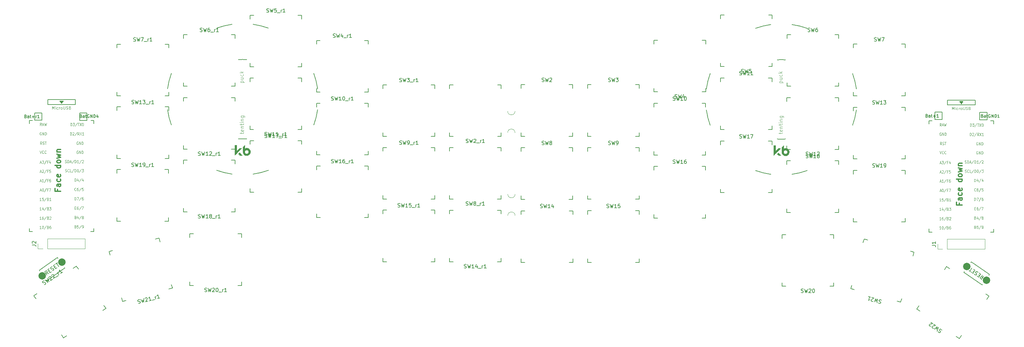
<source format=gbr>
%TF.GenerationSoftware,KiCad,Pcbnew,(6.0.5-0)*%
%TF.CreationDate,2023-01-31T11:57:14-08:00*%
%TF.ProjectId,Swept_3x6,53776570-745f-4337-9836-2e6b69636164,rev?*%
%TF.SameCoordinates,Original*%
%TF.FileFunction,Legend,Top*%
%TF.FilePolarity,Positive*%
%FSLAX46Y46*%
G04 Gerber Fmt 4.6, Leading zero omitted, Abs format (unit mm)*
G04 Created by KiCad (PCBNEW (6.0.5-0)) date 2023-01-31 11:57:14*
%MOMM*%
%LPD*%
G01*
G04 APERTURE LIST*
%ADD10C,0.300000*%
%ADD11C,0.150000*%
%ADD12C,0.125000*%
%ADD13C,0.120000*%
%ADD14C,0.100000*%
%ADD15C,0.200000*%
%ADD16C,0.010000*%
%ADD17C,2.000000*%
G04 APERTURE END LIST*
D10*
X269463057Y-71055857D02*
X269463057Y-71555857D01*
X270248771Y-71555857D02*
X268748771Y-71555857D01*
X268748771Y-70841571D01*
X270248771Y-69627285D02*
X269463057Y-69627285D01*
X269320200Y-69698714D01*
X269248771Y-69841571D01*
X269248771Y-70127285D01*
X269320200Y-70270142D01*
X270177342Y-69627285D02*
X270248771Y-69770142D01*
X270248771Y-70127285D01*
X270177342Y-70270142D01*
X270034485Y-70341571D01*
X269891628Y-70341571D01*
X269748771Y-70270142D01*
X269677342Y-70127285D01*
X269677342Y-69770142D01*
X269605914Y-69627285D01*
X270177342Y-68270142D02*
X270248771Y-68413000D01*
X270248771Y-68698714D01*
X270177342Y-68841571D01*
X270105914Y-68913000D01*
X269963057Y-68984428D01*
X269534485Y-68984428D01*
X269391628Y-68913000D01*
X269320200Y-68841571D01*
X269248771Y-68698714D01*
X269248771Y-68413000D01*
X269320200Y-68270142D01*
X270177342Y-67055857D02*
X270248771Y-67198714D01*
X270248771Y-67484428D01*
X270177342Y-67627285D01*
X270034485Y-67698714D01*
X269463057Y-67698714D01*
X269320200Y-67627285D01*
X269248771Y-67484428D01*
X269248771Y-67198714D01*
X269320200Y-67055857D01*
X269463057Y-66984428D01*
X269605914Y-66984428D01*
X269748771Y-67698714D01*
X270248771Y-64555857D02*
X268748771Y-64555857D01*
X270177342Y-64555857D02*
X270248771Y-64698714D01*
X270248771Y-64984428D01*
X270177342Y-65127285D01*
X270105914Y-65198714D01*
X269963057Y-65270142D01*
X269534485Y-65270142D01*
X269391628Y-65198714D01*
X269320200Y-65127285D01*
X269248771Y-64984428D01*
X269248771Y-64698714D01*
X269320200Y-64555857D01*
X270248771Y-63627285D02*
X270177342Y-63770142D01*
X270105914Y-63841571D01*
X269963057Y-63913000D01*
X269534485Y-63913000D01*
X269391628Y-63841571D01*
X269320200Y-63770142D01*
X269248771Y-63627285D01*
X269248771Y-63413000D01*
X269320200Y-63270142D01*
X269391628Y-63198714D01*
X269534485Y-63127285D01*
X269963057Y-63127285D01*
X270105914Y-63198714D01*
X270177342Y-63270142D01*
X270248771Y-63413000D01*
X270248771Y-63627285D01*
X269248771Y-62627285D02*
X270248771Y-62341571D01*
X269534485Y-62055857D01*
X270248771Y-61770142D01*
X269248771Y-61484428D01*
X269248771Y-60913000D02*
X270248771Y-60913000D01*
X269391628Y-60913000D02*
X269320200Y-60841571D01*
X269248771Y-60698714D01*
X269248771Y-60484428D01*
X269320200Y-60341571D01*
X269463057Y-60270142D01*
X270248771Y-60270142D01*
X25267457Y-67322057D02*
X25267457Y-67822057D01*
X26053171Y-67822057D02*
X24553171Y-67822057D01*
X24553171Y-67107771D01*
X26053171Y-65893485D02*
X25267457Y-65893485D01*
X25124600Y-65964914D01*
X25053171Y-66107771D01*
X25053171Y-66393485D01*
X25124600Y-66536342D01*
X25981742Y-65893485D02*
X26053171Y-66036342D01*
X26053171Y-66393485D01*
X25981742Y-66536342D01*
X25838885Y-66607771D01*
X25696028Y-66607771D01*
X25553171Y-66536342D01*
X25481742Y-66393485D01*
X25481742Y-66036342D01*
X25410314Y-65893485D01*
X25981742Y-64536342D02*
X26053171Y-64679200D01*
X26053171Y-64964914D01*
X25981742Y-65107771D01*
X25910314Y-65179200D01*
X25767457Y-65250628D01*
X25338885Y-65250628D01*
X25196028Y-65179200D01*
X25124600Y-65107771D01*
X25053171Y-64964914D01*
X25053171Y-64679200D01*
X25124600Y-64536342D01*
X25981742Y-63322057D02*
X26053171Y-63464914D01*
X26053171Y-63750628D01*
X25981742Y-63893485D01*
X25838885Y-63964914D01*
X25267457Y-63964914D01*
X25124600Y-63893485D01*
X25053171Y-63750628D01*
X25053171Y-63464914D01*
X25124600Y-63322057D01*
X25267457Y-63250628D01*
X25410314Y-63250628D01*
X25553171Y-63964914D01*
X26053171Y-60822057D02*
X24553171Y-60822057D01*
X25981742Y-60822057D02*
X26053171Y-60964914D01*
X26053171Y-61250628D01*
X25981742Y-61393485D01*
X25910314Y-61464914D01*
X25767457Y-61536342D01*
X25338885Y-61536342D01*
X25196028Y-61464914D01*
X25124600Y-61393485D01*
X25053171Y-61250628D01*
X25053171Y-60964914D01*
X25124600Y-60822057D01*
X26053171Y-59893485D02*
X25981742Y-60036342D01*
X25910314Y-60107771D01*
X25767457Y-60179200D01*
X25338885Y-60179200D01*
X25196028Y-60107771D01*
X25124600Y-60036342D01*
X25053171Y-59893485D01*
X25053171Y-59679200D01*
X25124600Y-59536342D01*
X25196028Y-59464914D01*
X25338885Y-59393485D01*
X25767457Y-59393485D01*
X25910314Y-59464914D01*
X25981742Y-59536342D01*
X26053171Y-59679200D01*
X26053171Y-59893485D01*
X25053171Y-58893485D02*
X26053171Y-58607771D01*
X25338885Y-58322057D01*
X26053171Y-58036342D01*
X25053171Y-57750628D01*
X25053171Y-57179200D02*
X26053171Y-57179200D01*
X25196028Y-57179200D02*
X25124600Y-57107771D01*
X25053171Y-56964914D01*
X25053171Y-56750628D01*
X25124600Y-56607771D01*
X25267457Y-56536342D01*
X26053171Y-56536342D01*
D11*
%TO.C,*%
D12*
%TO.C,U1*%
X274492923Y-57053000D02*
X274429114Y-57017285D01*
X274333400Y-57017285D01*
X274237685Y-57053000D01*
X274173876Y-57124428D01*
X274141971Y-57195857D01*
X274110066Y-57338714D01*
X274110066Y-57445857D01*
X274141971Y-57588714D01*
X274173876Y-57660142D01*
X274237685Y-57731571D01*
X274333400Y-57767285D01*
X274397209Y-57767285D01*
X274492923Y-57731571D01*
X274524828Y-57695857D01*
X274524828Y-57445857D01*
X274397209Y-57445857D01*
X274811971Y-57767285D02*
X274811971Y-57017285D01*
X275194828Y-57767285D01*
X275194828Y-57017285D01*
X275513876Y-57767285D02*
X275513876Y-57017285D01*
X275673400Y-57017285D01*
X275769114Y-57053000D01*
X275832923Y-57124428D01*
X275864828Y-57195857D01*
X275896733Y-57338714D01*
X275896733Y-57445857D01*
X275864828Y-57588714D01*
X275832923Y-57660142D01*
X275769114Y-57731571D01*
X275673400Y-57767285D01*
X275513876Y-57767285D01*
X272464590Y-50217285D02*
X272464590Y-49467285D01*
X272624114Y-49467285D01*
X272719828Y-49503000D01*
X272783638Y-49574428D01*
X272815542Y-49645857D01*
X272847447Y-49788714D01*
X272847447Y-49895857D01*
X272815542Y-50038714D01*
X272783638Y-50110142D01*
X272719828Y-50181571D01*
X272624114Y-50217285D01*
X272464590Y-50217285D01*
X273070780Y-49467285D02*
X273485542Y-49467285D01*
X273262209Y-49753000D01*
X273357923Y-49753000D01*
X273421733Y-49788714D01*
X273453638Y-49824428D01*
X273485542Y-49895857D01*
X273485542Y-50074428D01*
X273453638Y-50145857D01*
X273421733Y-50181571D01*
X273357923Y-50217285D01*
X273166495Y-50217285D01*
X273102685Y-50181571D01*
X273070780Y-50145857D01*
X274251257Y-49431571D02*
X273676971Y-50395857D01*
X274378876Y-49467285D02*
X274761733Y-49467285D01*
X274570304Y-50217285D02*
X274570304Y-49467285D01*
X274921257Y-49467285D02*
X275367923Y-50217285D01*
X275367923Y-49467285D02*
X274921257Y-50217285D01*
X275750780Y-49467285D02*
X275814590Y-49467285D01*
X275878400Y-49503000D01*
X275910304Y-49538714D01*
X275942209Y-49610142D01*
X275974114Y-49753000D01*
X275974114Y-49931571D01*
X275942209Y-50074428D01*
X275910304Y-50145857D01*
X275878400Y-50181571D01*
X275814590Y-50217285D01*
X275750780Y-50217285D01*
X275686971Y-50181571D01*
X275655066Y-50145857D01*
X275623161Y-50074428D01*
X275591257Y-49931571D01*
X275591257Y-49753000D01*
X275623161Y-49610142D01*
X275655066Y-49538714D01*
X275686971Y-49503000D01*
X275750780Y-49467285D01*
X273620780Y-72524428D02*
X273844114Y-72524428D01*
X273939828Y-72917285D02*
X273620780Y-72917285D01*
X273620780Y-72167285D01*
X273939828Y-72167285D01*
X274514114Y-72167285D02*
X274386495Y-72167285D01*
X274322685Y-72203000D01*
X274290780Y-72238714D01*
X274226971Y-72345857D01*
X274195066Y-72488714D01*
X274195066Y-72774428D01*
X274226971Y-72845857D01*
X274258876Y-72881571D01*
X274322685Y-72917285D01*
X274450304Y-72917285D01*
X274514114Y-72881571D01*
X274546019Y-72845857D01*
X274577923Y-72774428D01*
X274577923Y-72595857D01*
X274546019Y-72524428D01*
X274514114Y-72488714D01*
X274450304Y-72453000D01*
X274322685Y-72453000D01*
X274258876Y-72488714D01*
X274226971Y-72524428D01*
X274195066Y-72595857D01*
X275343638Y-72131571D02*
X274769352Y-73095857D01*
X275503161Y-72167285D02*
X275949828Y-72167285D01*
X275662685Y-72917285D01*
X272384828Y-52767285D02*
X272384828Y-52017285D01*
X272544352Y-52017285D01*
X272640066Y-52053000D01*
X272703876Y-52124428D01*
X272735780Y-52195857D01*
X272767685Y-52338714D01*
X272767685Y-52445857D01*
X272735780Y-52588714D01*
X272703876Y-52660142D01*
X272640066Y-52731571D01*
X272544352Y-52767285D01*
X272384828Y-52767285D01*
X273022923Y-52088714D02*
X273054828Y-52053000D01*
X273118638Y-52017285D01*
X273278161Y-52017285D01*
X273341971Y-52053000D01*
X273373876Y-52088714D01*
X273405780Y-52160142D01*
X273405780Y-52231571D01*
X273373876Y-52338714D01*
X272991019Y-52767285D01*
X273405780Y-52767285D01*
X274171495Y-51981571D02*
X273597209Y-52945857D01*
X274777685Y-52767285D02*
X274554352Y-52410142D01*
X274394828Y-52767285D02*
X274394828Y-52017285D01*
X274650066Y-52017285D01*
X274713876Y-52053000D01*
X274745780Y-52088714D01*
X274777685Y-52160142D01*
X274777685Y-52267285D01*
X274745780Y-52338714D01*
X274713876Y-52374428D01*
X274650066Y-52410142D01*
X274394828Y-52410142D01*
X275001019Y-52017285D02*
X275447685Y-52767285D01*
X275447685Y-52017285D02*
X275001019Y-52767285D01*
X276053876Y-52767285D02*
X275671019Y-52767285D01*
X275862447Y-52767285D02*
X275862447Y-52017285D01*
X275798638Y-52124428D01*
X275734828Y-52195857D01*
X275671019Y-52231571D01*
X273588876Y-65267285D02*
X273588876Y-64517285D01*
X273748400Y-64517285D01*
X273844114Y-64553000D01*
X273907923Y-64624428D01*
X273939828Y-64695857D01*
X273971733Y-64838714D01*
X273971733Y-64945857D01*
X273939828Y-65088714D01*
X273907923Y-65160142D01*
X273844114Y-65231571D01*
X273748400Y-65267285D01*
X273588876Y-65267285D01*
X274546019Y-64767285D02*
X274546019Y-65267285D01*
X274386495Y-64481571D02*
X274226971Y-65017285D01*
X274641733Y-65017285D01*
X275375542Y-64481571D02*
X274801257Y-65445857D01*
X275886019Y-64767285D02*
X275886019Y-65267285D01*
X275726495Y-64481571D02*
X275566971Y-65017285D01*
X275981733Y-65017285D01*
X271014828Y-60231571D02*
X271110542Y-60267285D01*
X271270066Y-60267285D01*
X271333876Y-60231571D01*
X271365780Y-60195857D01*
X271397685Y-60124428D01*
X271397685Y-60053000D01*
X271365780Y-59981571D01*
X271333876Y-59945857D01*
X271270066Y-59910142D01*
X271142447Y-59874428D01*
X271078638Y-59838714D01*
X271046733Y-59803000D01*
X271014828Y-59731571D01*
X271014828Y-59660142D01*
X271046733Y-59588714D01*
X271078638Y-59553000D01*
X271142447Y-59517285D01*
X271301971Y-59517285D01*
X271397685Y-59553000D01*
X271684828Y-60267285D02*
X271684828Y-59517285D01*
X271844352Y-59517285D01*
X271940066Y-59553000D01*
X272003876Y-59624428D01*
X272035780Y-59695857D01*
X272067685Y-59838714D01*
X272067685Y-59945857D01*
X272035780Y-60088714D01*
X272003876Y-60160142D01*
X271940066Y-60231571D01*
X271844352Y-60267285D01*
X271684828Y-60267285D01*
X272322923Y-60053000D02*
X272641971Y-60053000D01*
X272259114Y-60267285D02*
X272482447Y-59517285D01*
X272705780Y-60267285D01*
X273407685Y-59481571D02*
X272833400Y-60445857D01*
X273631019Y-60267285D02*
X273631019Y-59517285D01*
X273790542Y-59517285D01*
X273886257Y-59553000D01*
X273950066Y-59624428D01*
X273981971Y-59695857D01*
X274013876Y-59838714D01*
X274013876Y-59945857D01*
X273981971Y-60088714D01*
X273950066Y-60160142D01*
X273886257Y-60231571D01*
X273790542Y-60267285D01*
X273631019Y-60267285D01*
X274651971Y-60267285D02*
X274269114Y-60267285D01*
X274460542Y-60267285D02*
X274460542Y-59517285D01*
X274396733Y-59624428D01*
X274332923Y-59695857D01*
X274269114Y-59731571D01*
X275417685Y-59481571D02*
X274843400Y-60445857D01*
X275609114Y-59588714D02*
X275641019Y-59553000D01*
X275704828Y-59517285D01*
X275864352Y-59517285D01*
X275928161Y-59553000D01*
X275960066Y-59588714D01*
X275991971Y-59660142D01*
X275991971Y-59731571D01*
X275960066Y-59838714D01*
X275577209Y-60267285D01*
X275991971Y-60267285D01*
X264217685Y-60203000D02*
X264536733Y-60203000D01*
X264153876Y-60417285D02*
X264377209Y-59667285D01*
X264600542Y-60417285D01*
X264760066Y-59667285D02*
X265174828Y-59667285D01*
X264951495Y-59953000D01*
X265047209Y-59953000D01*
X265111019Y-59988714D01*
X265142923Y-60024428D01*
X265174828Y-60095857D01*
X265174828Y-60274428D01*
X265142923Y-60345857D01*
X265111019Y-60381571D01*
X265047209Y-60417285D01*
X264855780Y-60417285D01*
X264791971Y-60381571D01*
X264760066Y-60345857D01*
X265940542Y-59631571D02*
X265366257Y-60595857D01*
X266387209Y-60024428D02*
X266163876Y-60024428D01*
X266163876Y-60417285D02*
X266163876Y-59667285D01*
X266482923Y-59667285D01*
X267025304Y-59917285D02*
X267025304Y-60417285D01*
X266865780Y-59631571D02*
X266706257Y-60167285D01*
X267121019Y-60167285D01*
X273812209Y-75074428D02*
X273907923Y-75110142D01*
X273939828Y-75145857D01*
X273971733Y-75217285D01*
X273971733Y-75324428D01*
X273939828Y-75395857D01*
X273907923Y-75431571D01*
X273844114Y-75467285D01*
X273588876Y-75467285D01*
X273588876Y-74717285D01*
X273812209Y-74717285D01*
X273876019Y-74753000D01*
X273907923Y-74788714D01*
X273939828Y-74860142D01*
X273939828Y-74931571D01*
X273907923Y-75003000D01*
X273876019Y-75038714D01*
X273812209Y-75074428D01*
X273588876Y-75074428D01*
X274546019Y-74967285D02*
X274546019Y-75467285D01*
X274386495Y-74681571D02*
X274226971Y-75217285D01*
X274641733Y-75217285D01*
X275375542Y-74681571D02*
X274801257Y-75645857D01*
X275694590Y-75038714D02*
X275630780Y-75003000D01*
X275598876Y-74967285D01*
X275566971Y-74895857D01*
X275566971Y-74860142D01*
X275598876Y-74788714D01*
X275630780Y-74753000D01*
X275694590Y-74717285D01*
X275822209Y-74717285D01*
X275886019Y-74753000D01*
X275917923Y-74788714D01*
X275949828Y-74860142D01*
X275949828Y-74895857D01*
X275917923Y-74967285D01*
X275886019Y-75003000D01*
X275822209Y-75038714D01*
X275694590Y-75038714D01*
X275630780Y-75074428D01*
X275598876Y-75110142D01*
X275566971Y-75181571D01*
X275566971Y-75324428D01*
X275598876Y-75395857D01*
X275630780Y-75431571D01*
X275694590Y-75467285D01*
X275822209Y-75467285D01*
X275886019Y-75431571D01*
X275917923Y-75395857D01*
X275949828Y-75324428D01*
X275949828Y-75181571D01*
X275917923Y-75110142D01*
X275886019Y-75074428D01*
X275822209Y-75038714D01*
D13*
X267551971Y-45717285D02*
X267551971Y-44967285D01*
X267801971Y-45503000D01*
X268051971Y-44967285D01*
X268051971Y-45717285D01*
X268409114Y-45717285D02*
X268409114Y-45217285D01*
X268409114Y-44967285D02*
X268373400Y-45003000D01*
X268409114Y-45038714D01*
X268444828Y-45003000D01*
X268409114Y-44967285D01*
X268409114Y-45038714D01*
X269087685Y-45681571D02*
X269016257Y-45717285D01*
X268873400Y-45717285D01*
X268801971Y-45681571D01*
X268766257Y-45645857D01*
X268730542Y-45574428D01*
X268730542Y-45360142D01*
X268766257Y-45288714D01*
X268801971Y-45253000D01*
X268873400Y-45217285D01*
X269016257Y-45217285D01*
X269087685Y-45253000D01*
X269409114Y-45717285D02*
X269409114Y-45217285D01*
X269409114Y-45360142D02*
X269444828Y-45288714D01*
X269480542Y-45253000D01*
X269551971Y-45217285D01*
X269623400Y-45217285D01*
X269980542Y-45717285D02*
X269909114Y-45681571D01*
X269873400Y-45645857D01*
X269837685Y-45574428D01*
X269837685Y-45360142D01*
X269873400Y-45288714D01*
X269909114Y-45253000D01*
X269980542Y-45217285D01*
X270087685Y-45217285D01*
X270159114Y-45253000D01*
X270194828Y-45288714D01*
X270230542Y-45360142D01*
X270230542Y-45574428D01*
X270194828Y-45645857D01*
X270159114Y-45681571D01*
X270087685Y-45717285D01*
X269980542Y-45717285D01*
X270551971Y-44967285D02*
X270551971Y-45574428D01*
X270587685Y-45645857D01*
X270623400Y-45681571D01*
X270694828Y-45717285D01*
X270837685Y-45717285D01*
X270909114Y-45681571D01*
X270944828Y-45645857D01*
X270980542Y-45574428D01*
X270980542Y-44967285D01*
X271301971Y-45681571D02*
X271409114Y-45717285D01*
X271587685Y-45717285D01*
X271659114Y-45681571D01*
X271694828Y-45645857D01*
X271730542Y-45574428D01*
X271730542Y-45503000D01*
X271694828Y-45431571D01*
X271659114Y-45395857D01*
X271587685Y-45360142D01*
X271444828Y-45324428D01*
X271373400Y-45288714D01*
X271337685Y-45253000D01*
X271301971Y-45181571D01*
X271301971Y-45110142D01*
X271337685Y-45038714D01*
X271373400Y-45003000D01*
X271444828Y-44967285D01*
X271623400Y-44967285D01*
X271730542Y-45003000D01*
X272301971Y-45324428D02*
X272409114Y-45360142D01*
X272444828Y-45395857D01*
X272480542Y-45467285D01*
X272480542Y-45574428D01*
X272444828Y-45645857D01*
X272409114Y-45681571D01*
X272337685Y-45717285D01*
X272051971Y-45717285D01*
X272051971Y-44967285D01*
X272301971Y-44967285D01*
X272373400Y-45003000D01*
X272409114Y-45038714D01*
X272444828Y-45110142D01*
X272444828Y-45181571D01*
X272409114Y-45253000D01*
X272373400Y-45288714D01*
X272301971Y-45324428D01*
X272051971Y-45324428D01*
X267551971Y-45717285D02*
X267551971Y-44967285D01*
X267801971Y-45503000D01*
X268051971Y-44967285D01*
X268051971Y-45717285D01*
X268409114Y-45717285D02*
X268409114Y-45217285D01*
X268409114Y-44967285D02*
X268373400Y-45003000D01*
X268409114Y-45038714D01*
X268444828Y-45003000D01*
X268409114Y-44967285D01*
X268409114Y-45038714D01*
X269087685Y-45681571D02*
X269016257Y-45717285D01*
X268873400Y-45717285D01*
X268801971Y-45681571D01*
X268766257Y-45645857D01*
X268730542Y-45574428D01*
X268730542Y-45360142D01*
X268766257Y-45288714D01*
X268801971Y-45253000D01*
X268873400Y-45217285D01*
X269016257Y-45217285D01*
X269087685Y-45253000D01*
X269409114Y-45717285D02*
X269409114Y-45217285D01*
X269409114Y-45360142D02*
X269444828Y-45288714D01*
X269480542Y-45253000D01*
X269551971Y-45217285D01*
X269623400Y-45217285D01*
X269980542Y-45717285D02*
X269909114Y-45681571D01*
X269873400Y-45645857D01*
X269837685Y-45574428D01*
X269837685Y-45360142D01*
X269873400Y-45288714D01*
X269909114Y-45253000D01*
X269980542Y-45217285D01*
X270087685Y-45217285D01*
X270159114Y-45253000D01*
X270194828Y-45288714D01*
X270230542Y-45360142D01*
X270230542Y-45574428D01*
X270194828Y-45645857D01*
X270159114Y-45681571D01*
X270087685Y-45717285D01*
X269980542Y-45717285D01*
X270551971Y-44967285D02*
X270551971Y-45574428D01*
X270587685Y-45645857D01*
X270623400Y-45681571D01*
X270694828Y-45717285D01*
X270837685Y-45717285D01*
X270909114Y-45681571D01*
X270944828Y-45645857D01*
X270980542Y-45574428D01*
X270980542Y-44967285D01*
X271301971Y-45681571D02*
X271409114Y-45717285D01*
X271587685Y-45717285D01*
X271659114Y-45681571D01*
X271694828Y-45645857D01*
X271730542Y-45574428D01*
X271730542Y-45503000D01*
X271694828Y-45431571D01*
X271659114Y-45395857D01*
X271587685Y-45360142D01*
X271444828Y-45324428D01*
X271373400Y-45288714D01*
X271337685Y-45253000D01*
X271301971Y-45181571D01*
X271301971Y-45110142D01*
X271337685Y-45038714D01*
X271373400Y-45003000D01*
X271444828Y-44967285D01*
X271623400Y-44967285D01*
X271730542Y-45003000D01*
X272301971Y-45324428D02*
X272409114Y-45360142D01*
X272444828Y-45395857D01*
X272480542Y-45467285D01*
X272480542Y-45574428D01*
X272444828Y-45645857D01*
X272409114Y-45681571D01*
X272337685Y-45717285D01*
X272051971Y-45717285D01*
X272051971Y-44967285D01*
X272301971Y-44967285D01*
X272373400Y-45003000D01*
X272409114Y-45038714D01*
X272444828Y-45110142D01*
X272444828Y-45181571D01*
X272409114Y-45253000D01*
X272373400Y-45288714D01*
X272301971Y-45324428D01*
X272051971Y-45324428D01*
D12*
X264217685Y-65203000D02*
X264536733Y-65203000D01*
X264153876Y-65417285D02*
X264377209Y-64667285D01*
X264600542Y-65417285D01*
X265174828Y-65417285D02*
X264791971Y-65417285D01*
X264983400Y-65417285D02*
X264983400Y-64667285D01*
X264919590Y-64774428D01*
X264855780Y-64845857D01*
X264791971Y-64881571D01*
X265940542Y-64631571D02*
X265366257Y-65595857D01*
X266387209Y-65024428D02*
X266163876Y-65024428D01*
X266163876Y-65417285D02*
X266163876Y-64667285D01*
X266482923Y-64667285D01*
X267025304Y-64667285D02*
X266897685Y-64667285D01*
X266833876Y-64703000D01*
X266801971Y-64738714D01*
X266738161Y-64845857D01*
X266706257Y-64988714D01*
X266706257Y-65274428D01*
X266738161Y-65345857D01*
X266770066Y-65381571D01*
X266833876Y-65417285D01*
X266961495Y-65417285D01*
X267025304Y-65381571D01*
X267057209Y-65345857D01*
X267089114Y-65274428D01*
X267089114Y-65095857D01*
X267057209Y-65024428D01*
X267025304Y-64988714D01*
X266961495Y-64953000D01*
X266833876Y-64953000D01*
X266770066Y-64988714D01*
X266738161Y-65024428D01*
X266706257Y-65095857D01*
X264520780Y-70517285D02*
X264137923Y-70517285D01*
X264329352Y-70517285D02*
X264329352Y-69767285D01*
X264265542Y-69874428D01*
X264201733Y-69945857D01*
X264137923Y-69981571D01*
X265126971Y-69767285D02*
X264807923Y-69767285D01*
X264776019Y-70124428D01*
X264807923Y-70088714D01*
X264871733Y-70053000D01*
X265031257Y-70053000D01*
X265095066Y-70088714D01*
X265126971Y-70124428D01*
X265158876Y-70195857D01*
X265158876Y-70374428D01*
X265126971Y-70445857D01*
X265095066Y-70481571D01*
X265031257Y-70517285D01*
X264871733Y-70517285D01*
X264807923Y-70481571D01*
X264776019Y-70445857D01*
X265924590Y-69731571D02*
X265350304Y-70695857D01*
X266371257Y-70124428D02*
X266466971Y-70160142D01*
X266498876Y-70195857D01*
X266530780Y-70267285D01*
X266530780Y-70374428D01*
X266498876Y-70445857D01*
X266466971Y-70481571D01*
X266403161Y-70517285D01*
X266147923Y-70517285D01*
X266147923Y-69767285D01*
X266371257Y-69767285D01*
X266435066Y-69803000D01*
X266466971Y-69838714D01*
X266498876Y-69910142D01*
X266498876Y-69981571D01*
X266466971Y-70053000D01*
X266435066Y-70088714D01*
X266371257Y-70124428D01*
X266147923Y-70124428D01*
X267168876Y-70517285D02*
X266786019Y-70517285D01*
X266977447Y-70517285D02*
X266977447Y-69767285D01*
X266913638Y-69874428D01*
X266849828Y-69945857D01*
X266786019Y-69981571D01*
X274492923Y-54603000D02*
X274429114Y-54567285D01*
X274333400Y-54567285D01*
X274237685Y-54603000D01*
X274173876Y-54674428D01*
X274141971Y-54745857D01*
X274110066Y-54888714D01*
X274110066Y-54995857D01*
X274141971Y-55138714D01*
X274173876Y-55210142D01*
X274237685Y-55281571D01*
X274333400Y-55317285D01*
X274397209Y-55317285D01*
X274492923Y-55281571D01*
X274524828Y-55245857D01*
X274524828Y-54995857D01*
X274397209Y-54995857D01*
X274811971Y-55317285D02*
X274811971Y-54567285D01*
X275194828Y-55317285D01*
X275194828Y-54567285D01*
X275513876Y-55317285D02*
X275513876Y-54567285D01*
X275673400Y-54567285D01*
X275769114Y-54603000D01*
X275832923Y-54674428D01*
X275864828Y-54745857D01*
X275896733Y-54888714D01*
X275896733Y-54995857D01*
X275864828Y-55138714D01*
X275832923Y-55210142D01*
X275769114Y-55281571D01*
X275673400Y-55317285D01*
X275513876Y-55317285D01*
X273588876Y-70367285D02*
X273588876Y-69617285D01*
X273748400Y-69617285D01*
X273844114Y-69653000D01*
X273907923Y-69724428D01*
X273939828Y-69795857D01*
X273971733Y-69938714D01*
X273971733Y-70045857D01*
X273939828Y-70188714D01*
X273907923Y-70260142D01*
X273844114Y-70331571D01*
X273748400Y-70367285D01*
X273588876Y-70367285D01*
X274195066Y-69617285D02*
X274641733Y-69617285D01*
X274354590Y-70367285D01*
X275375542Y-69581571D02*
X274801257Y-70545857D01*
X275886019Y-69617285D02*
X275758400Y-69617285D01*
X275694590Y-69653000D01*
X275662685Y-69688714D01*
X275598876Y-69795857D01*
X275566971Y-69938714D01*
X275566971Y-70224428D01*
X275598876Y-70295857D01*
X275630780Y-70331571D01*
X275694590Y-70367285D01*
X275822209Y-70367285D01*
X275886019Y-70331571D01*
X275917923Y-70295857D01*
X275949828Y-70224428D01*
X275949828Y-70045857D01*
X275917923Y-69974428D01*
X275886019Y-69938714D01*
X275822209Y-69903000D01*
X275694590Y-69903000D01*
X275630780Y-69938714D01*
X275598876Y-69974428D01*
X275566971Y-70045857D01*
X264520780Y-75617285D02*
X264137923Y-75617285D01*
X264329352Y-75617285D02*
X264329352Y-74867285D01*
X264265542Y-74974428D01*
X264201733Y-75045857D01*
X264137923Y-75081571D01*
X265095066Y-74867285D02*
X264967447Y-74867285D01*
X264903638Y-74903000D01*
X264871733Y-74938714D01*
X264807923Y-75045857D01*
X264776019Y-75188714D01*
X264776019Y-75474428D01*
X264807923Y-75545857D01*
X264839828Y-75581571D01*
X264903638Y-75617285D01*
X265031257Y-75617285D01*
X265095066Y-75581571D01*
X265126971Y-75545857D01*
X265158876Y-75474428D01*
X265158876Y-75295857D01*
X265126971Y-75224428D01*
X265095066Y-75188714D01*
X265031257Y-75153000D01*
X264903638Y-75153000D01*
X264839828Y-75188714D01*
X264807923Y-75224428D01*
X264776019Y-75295857D01*
X265924590Y-74831571D02*
X265350304Y-75795857D01*
X266371257Y-75224428D02*
X266466971Y-75260142D01*
X266498876Y-75295857D01*
X266530780Y-75367285D01*
X266530780Y-75474428D01*
X266498876Y-75545857D01*
X266466971Y-75581571D01*
X266403161Y-75617285D01*
X266147923Y-75617285D01*
X266147923Y-74867285D01*
X266371257Y-74867285D01*
X266435066Y-74903000D01*
X266466971Y-74938714D01*
X266498876Y-75010142D01*
X266498876Y-75081571D01*
X266466971Y-75153000D01*
X266435066Y-75188714D01*
X266371257Y-75224428D01*
X266147923Y-75224428D01*
X266786019Y-74938714D02*
X266817923Y-74903000D01*
X266881733Y-74867285D01*
X267041257Y-74867285D01*
X267105066Y-74903000D01*
X267136971Y-74938714D01*
X267168876Y-75010142D01*
X267168876Y-75081571D01*
X267136971Y-75188714D01*
X266754114Y-75617285D01*
X267168876Y-75617285D01*
X273971733Y-67745857D02*
X273939828Y-67781571D01*
X273844114Y-67817285D01*
X273780304Y-67817285D01*
X273684590Y-67781571D01*
X273620780Y-67710142D01*
X273588876Y-67638714D01*
X273556971Y-67495857D01*
X273556971Y-67388714D01*
X273588876Y-67245857D01*
X273620780Y-67174428D01*
X273684590Y-67103000D01*
X273780304Y-67067285D01*
X273844114Y-67067285D01*
X273939828Y-67103000D01*
X273971733Y-67138714D01*
X274546019Y-67067285D02*
X274418400Y-67067285D01*
X274354590Y-67103000D01*
X274322685Y-67138714D01*
X274258876Y-67245857D01*
X274226971Y-67388714D01*
X274226971Y-67674428D01*
X274258876Y-67745857D01*
X274290780Y-67781571D01*
X274354590Y-67817285D01*
X274482209Y-67817285D01*
X274546019Y-67781571D01*
X274577923Y-67745857D01*
X274609828Y-67674428D01*
X274609828Y-67495857D01*
X274577923Y-67424428D01*
X274546019Y-67388714D01*
X274482209Y-67353000D01*
X274354590Y-67353000D01*
X274290780Y-67388714D01*
X274258876Y-67424428D01*
X274226971Y-67495857D01*
X275375542Y-67031571D02*
X274801257Y-67995857D01*
X275917923Y-67067285D02*
X275598876Y-67067285D01*
X275566971Y-67424428D01*
X275598876Y-67388714D01*
X275662685Y-67353000D01*
X275822209Y-67353000D01*
X275886019Y-67388714D01*
X275917923Y-67424428D01*
X275949828Y-67495857D01*
X275949828Y-67674428D01*
X275917923Y-67745857D01*
X275886019Y-67781571D01*
X275822209Y-67817285D01*
X275662685Y-67817285D01*
X275598876Y-67781571D01*
X275566971Y-67745857D01*
X264686495Y-55267285D02*
X264463161Y-54910142D01*
X264303638Y-55267285D02*
X264303638Y-54517285D01*
X264558876Y-54517285D01*
X264622685Y-54553000D01*
X264654590Y-54588714D01*
X264686495Y-54660142D01*
X264686495Y-54767285D01*
X264654590Y-54838714D01*
X264622685Y-54874428D01*
X264558876Y-54910142D01*
X264303638Y-54910142D01*
X264941733Y-55231571D02*
X265037447Y-55267285D01*
X265196971Y-55267285D01*
X265260780Y-55231571D01*
X265292685Y-55195857D01*
X265324590Y-55124428D01*
X265324590Y-55053000D01*
X265292685Y-54981571D01*
X265260780Y-54945857D01*
X265196971Y-54910142D01*
X265069352Y-54874428D01*
X265005542Y-54838714D01*
X264973638Y-54803000D01*
X264941733Y-54731571D01*
X264941733Y-54660142D01*
X264973638Y-54588714D01*
X265005542Y-54553000D01*
X265069352Y-54517285D01*
X265228876Y-54517285D01*
X265324590Y-54553000D01*
X265516019Y-54517285D02*
X265898876Y-54517285D01*
X265707447Y-55267285D02*
X265707447Y-54517285D01*
X264160066Y-56967285D02*
X264383400Y-57717285D01*
X264606733Y-56967285D01*
X265212923Y-57645857D02*
X265181019Y-57681571D01*
X265085304Y-57717285D01*
X265021495Y-57717285D01*
X264925780Y-57681571D01*
X264861971Y-57610142D01*
X264830066Y-57538714D01*
X264798161Y-57395857D01*
X264798161Y-57288714D01*
X264830066Y-57145857D01*
X264861971Y-57074428D01*
X264925780Y-57003000D01*
X265021495Y-56967285D01*
X265085304Y-56967285D01*
X265181019Y-57003000D01*
X265212923Y-57038714D01*
X265882923Y-57645857D02*
X265851019Y-57681571D01*
X265755304Y-57717285D01*
X265691495Y-57717285D01*
X265595780Y-57681571D01*
X265531971Y-57610142D01*
X265500066Y-57538714D01*
X265468161Y-57395857D01*
X265468161Y-57288714D01*
X265500066Y-57145857D01*
X265531971Y-57074428D01*
X265595780Y-57003000D01*
X265691495Y-56967285D01*
X265755304Y-56967285D01*
X265851019Y-57003000D01*
X265882923Y-57038714D01*
X264217685Y-62703000D02*
X264536733Y-62703000D01*
X264153876Y-62917285D02*
X264377209Y-62167285D01*
X264600542Y-62917285D01*
X264791971Y-62238714D02*
X264823876Y-62203000D01*
X264887685Y-62167285D01*
X265047209Y-62167285D01*
X265111019Y-62203000D01*
X265142923Y-62238714D01*
X265174828Y-62310142D01*
X265174828Y-62381571D01*
X265142923Y-62488714D01*
X264760066Y-62917285D01*
X265174828Y-62917285D01*
X265940542Y-62131571D02*
X265366257Y-63095857D01*
X266387209Y-62524428D02*
X266163876Y-62524428D01*
X266163876Y-62917285D02*
X266163876Y-62167285D01*
X266482923Y-62167285D01*
X267057209Y-62167285D02*
X266738161Y-62167285D01*
X266706257Y-62524428D01*
X266738161Y-62488714D01*
X266801971Y-62453000D01*
X266961495Y-62453000D01*
X267025304Y-62488714D01*
X267057209Y-62524428D01*
X267089114Y-62595857D01*
X267089114Y-62774428D01*
X267057209Y-62845857D01*
X267025304Y-62881571D01*
X266961495Y-62917285D01*
X266801971Y-62917285D01*
X266738161Y-62881571D01*
X266706257Y-62845857D01*
X264590780Y-50167285D02*
X264367447Y-49810142D01*
X264207923Y-50167285D02*
X264207923Y-49417285D01*
X264463161Y-49417285D01*
X264526971Y-49453000D01*
X264558876Y-49488714D01*
X264590780Y-49560142D01*
X264590780Y-49667285D01*
X264558876Y-49738714D01*
X264526971Y-49774428D01*
X264463161Y-49810142D01*
X264207923Y-49810142D01*
X264846019Y-49953000D02*
X265165066Y-49953000D01*
X264782209Y-50167285D02*
X265005542Y-49417285D01*
X265228876Y-50167285D01*
X265388400Y-49417285D02*
X265547923Y-50167285D01*
X265675542Y-49631571D01*
X265803161Y-50167285D01*
X265962685Y-49417285D01*
X264520780Y-78117285D02*
X264137923Y-78117285D01*
X264329352Y-78117285D02*
X264329352Y-77367285D01*
X264265542Y-77474428D01*
X264201733Y-77545857D01*
X264137923Y-77581571D01*
X264935542Y-77367285D02*
X264999352Y-77367285D01*
X265063161Y-77403000D01*
X265095066Y-77438714D01*
X265126971Y-77510142D01*
X265158876Y-77653000D01*
X265158876Y-77831571D01*
X265126971Y-77974428D01*
X265095066Y-78045857D01*
X265063161Y-78081571D01*
X264999352Y-78117285D01*
X264935542Y-78117285D01*
X264871733Y-78081571D01*
X264839828Y-78045857D01*
X264807923Y-77974428D01*
X264776019Y-77831571D01*
X264776019Y-77653000D01*
X264807923Y-77510142D01*
X264839828Y-77438714D01*
X264871733Y-77403000D01*
X264935542Y-77367285D01*
X265924590Y-77331571D02*
X265350304Y-78295857D01*
X266371257Y-77724428D02*
X266466971Y-77760142D01*
X266498876Y-77795857D01*
X266530780Y-77867285D01*
X266530780Y-77974428D01*
X266498876Y-78045857D01*
X266466971Y-78081571D01*
X266403161Y-78117285D01*
X266147923Y-78117285D01*
X266147923Y-77367285D01*
X266371257Y-77367285D01*
X266435066Y-77403000D01*
X266466971Y-77438714D01*
X266498876Y-77510142D01*
X266498876Y-77581571D01*
X266466971Y-77653000D01*
X266435066Y-77688714D01*
X266371257Y-77724428D01*
X266147923Y-77724428D01*
X267105066Y-77367285D02*
X266977447Y-77367285D01*
X266913638Y-77403000D01*
X266881733Y-77438714D01*
X266817923Y-77545857D01*
X266786019Y-77688714D01*
X266786019Y-77974428D01*
X266817923Y-78045857D01*
X266849828Y-78081571D01*
X266913638Y-78117285D01*
X267041257Y-78117285D01*
X267105066Y-78081571D01*
X267136971Y-78045857D01*
X267168876Y-77974428D01*
X267168876Y-77795857D01*
X267136971Y-77724428D01*
X267105066Y-77688714D01*
X267041257Y-77653000D01*
X266913638Y-77653000D01*
X266849828Y-77688714D01*
X266817923Y-77724428D01*
X266786019Y-77795857D01*
X264217685Y-67753000D02*
X264536733Y-67753000D01*
X264153876Y-67967285D02*
X264377209Y-67217285D01*
X264600542Y-67967285D01*
X264951495Y-67217285D02*
X265015304Y-67217285D01*
X265079114Y-67253000D01*
X265111019Y-67288714D01*
X265142923Y-67360142D01*
X265174828Y-67503000D01*
X265174828Y-67681571D01*
X265142923Y-67824428D01*
X265111019Y-67895857D01*
X265079114Y-67931571D01*
X265015304Y-67967285D01*
X264951495Y-67967285D01*
X264887685Y-67931571D01*
X264855780Y-67895857D01*
X264823876Y-67824428D01*
X264791971Y-67681571D01*
X264791971Y-67503000D01*
X264823876Y-67360142D01*
X264855780Y-67288714D01*
X264887685Y-67253000D01*
X264951495Y-67217285D01*
X265940542Y-67181571D02*
X265366257Y-68145857D01*
X266387209Y-67574428D02*
X266163876Y-67574428D01*
X266163876Y-67967285D02*
X266163876Y-67217285D01*
X266482923Y-67217285D01*
X266674352Y-67217285D02*
X267121019Y-67217285D01*
X266833876Y-67967285D01*
X271030780Y-62731571D02*
X271126495Y-62767285D01*
X271286019Y-62767285D01*
X271349828Y-62731571D01*
X271381733Y-62695857D01*
X271413638Y-62624428D01*
X271413638Y-62553000D01*
X271381733Y-62481571D01*
X271349828Y-62445857D01*
X271286019Y-62410142D01*
X271158400Y-62374428D01*
X271094590Y-62338714D01*
X271062685Y-62303000D01*
X271030780Y-62231571D01*
X271030780Y-62160142D01*
X271062685Y-62088714D01*
X271094590Y-62053000D01*
X271158400Y-62017285D01*
X271317923Y-62017285D01*
X271413638Y-62053000D01*
X272083638Y-62695857D02*
X272051733Y-62731571D01*
X271956019Y-62767285D01*
X271892209Y-62767285D01*
X271796495Y-62731571D01*
X271732685Y-62660142D01*
X271700780Y-62588714D01*
X271668876Y-62445857D01*
X271668876Y-62338714D01*
X271700780Y-62195857D01*
X271732685Y-62124428D01*
X271796495Y-62053000D01*
X271892209Y-62017285D01*
X271956019Y-62017285D01*
X272051733Y-62053000D01*
X272083638Y-62088714D01*
X272689828Y-62767285D02*
X272370780Y-62767285D01*
X272370780Y-62017285D01*
X273391733Y-61981571D02*
X272817447Y-62945857D01*
X273615066Y-62767285D02*
X273615066Y-62017285D01*
X273774590Y-62017285D01*
X273870304Y-62053000D01*
X273934114Y-62124428D01*
X273966019Y-62195857D01*
X273997923Y-62338714D01*
X273997923Y-62445857D01*
X273966019Y-62588714D01*
X273934114Y-62660142D01*
X273870304Y-62731571D01*
X273774590Y-62767285D01*
X273615066Y-62767285D01*
X274412685Y-62017285D02*
X274476495Y-62017285D01*
X274540304Y-62053000D01*
X274572209Y-62088714D01*
X274604114Y-62160142D01*
X274636019Y-62303000D01*
X274636019Y-62481571D01*
X274604114Y-62624428D01*
X274572209Y-62695857D01*
X274540304Y-62731571D01*
X274476495Y-62767285D01*
X274412685Y-62767285D01*
X274348876Y-62731571D01*
X274316971Y-62695857D01*
X274285066Y-62624428D01*
X274253161Y-62481571D01*
X274253161Y-62303000D01*
X274285066Y-62160142D01*
X274316971Y-62088714D01*
X274348876Y-62053000D01*
X274412685Y-62017285D01*
X275401733Y-61981571D02*
X274827447Y-62945857D01*
X275561257Y-62017285D02*
X275976019Y-62017285D01*
X275752685Y-62303000D01*
X275848400Y-62303000D01*
X275912209Y-62338714D01*
X275944114Y-62374428D01*
X275976019Y-62445857D01*
X275976019Y-62624428D01*
X275944114Y-62695857D01*
X275912209Y-62731571D01*
X275848400Y-62767285D01*
X275656971Y-62767285D01*
X275593161Y-62731571D01*
X275561257Y-62695857D01*
X273812209Y-77574428D02*
X273907923Y-77610142D01*
X273939828Y-77645857D01*
X273971733Y-77717285D01*
X273971733Y-77824428D01*
X273939828Y-77895857D01*
X273907923Y-77931571D01*
X273844114Y-77967285D01*
X273588876Y-77967285D01*
X273588876Y-77217285D01*
X273812209Y-77217285D01*
X273876019Y-77253000D01*
X273907923Y-77288714D01*
X273939828Y-77360142D01*
X273939828Y-77431571D01*
X273907923Y-77503000D01*
X273876019Y-77538714D01*
X273812209Y-77574428D01*
X273588876Y-77574428D01*
X274577923Y-77217285D02*
X274258876Y-77217285D01*
X274226971Y-77574428D01*
X274258876Y-77538714D01*
X274322685Y-77503000D01*
X274482209Y-77503000D01*
X274546019Y-77538714D01*
X274577923Y-77574428D01*
X274609828Y-77645857D01*
X274609828Y-77824428D01*
X274577923Y-77895857D01*
X274546019Y-77931571D01*
X274482209Y-77967285D01*
X274322685Y-77967285D01*
X274258876Y-77931571D01*
X274226971Y-77895857D01*
X275375542Y-77181571D02*
X274801257Y-78145857D01*
X275630780Y-77967285D02*
X275758400Y-77967285D01*
X275822209Y-77931571D01*
X275854114Y-77895857D01*
X275917923Y-77788714D01*
X275949828Y-77645857D01*
X275949828Y-77360142D01*
X275917923Y-77288714D01*
X275886019Y-77253000D01*
X275822209Y-77217285D01*
X275694590Y-77217285D01*
X275630780Y-77253000D01*
X275598876Y-77288714D01*
X275566971Y-77360142D01*
X275566971Y-77538714D01*
X275598876Y-77610142D01*
X275630780Y-77645857D01*
X275694590Y-77681571D01*
X275822209Y-77681571D01*
X275886019Y-77645857D01*
X275917923Y-77610142D01*
X275949828Y-77538714D01*
X264520780Y-73067285D02*
X264137923Y-73067285D01*
X264329352Y-73067285D02*
X264329352Y-72317285D01*
X264265542Y-72424428D01*
X264201733Y-72495857D01*
X264137923Y-72531571D01*
X265095066Y-72567285D02*
X265095066Y-73067285D01*
X264935542Y-72281571D02*
X264776019Y-72817285D01*
X265190780Y-72817285D01*
X265924590Y-72281571D02*
X265350304Y-73245857D01*
X266371257Y-72674428D02*
X266466971Y-72710142D01*
X266498876Y-72745857D01*
X266530780Y-72817285D01*
X266530780Y-72924428D01*
X266498876Y-72995857D01*
X266466971Y-73031571D01*
X266403161Y-73067285D01*
X266147923Y-73067285D01*
X266147923Y-72317285D01*
X266371257Y-72317285D01*
X266435066Y-72353000D01*
X266466971Y-72388714D01*
X266498876Y-72460142D01*
X266498876Y-72531571D01*
X266466971Y-72603000D01*
X266435066Y-72638714D01*
X266371257Y-72674428D01*
X266147923Y-72674428D01*
X266754114Y-72317285D02*
X267168876Y-72317285D01*
X266945542Y-72603000D01*
X267041257Y-72603000D01*
X267105066Y-72638714D01*
X267136971Y-72674428D01*
X267168876Y-72745857D01*
X267168876Y-72924428D01*
X267136971Y-72995857D01*
X267105066Y-73031571D01*
X267041257Y-73067285D01*
X266849828Y-73067285D01*
X266786019Y-73031571D01*
X266754114Y-72995857D01*
X264542923Y-52003000D02*
X264479114Y-51967285D01*
X264383400Y-51967285D01*
X264287685Y-52003000D01*
X264223876Y-52074428D01*
X264191971Y-52145857D01*
X264160066Y-52288714D01*
X264160066Y-52395857D01*
X264191971Y-52538714D01*
X264223876Y-52610142D01*
X264287685Y-52681571D01*
X264383400Y-52717285D01*
X264447209Y-52717285D01*
X264542923Y-52681571D01*
X264574828Y-52645857D01*
X264574828Y-52395857D01*
X264447209Y-52395857D01*
X264861971Y-52717285D02*
X264861971Y-51967285D01*
X265244828Y-52717285D01*
X265244828Y-51967285D01*
X265563876Y-52717285D02*
X265563876Y-51967285D01*
X265723400Y-51967285D01*
X265819114Y-52003000D01*
X265882923Y-52074428D01*
X265914828Y-52145857D01*
X265946733Y-52288714D01*
X265946733Y-52395857D01*
X265914828Y-52538714D01*
X265882923Y-52610142D01*
X265819114Y-52681571D01*
X265723400Y-52717285D01*
X265563876Y-52717285D01*
D11*
%TO.C,SW16*%
X191967076Y-60272561D02*
X192109933Y-60320180D01*
X192348028Y-60320180D01*
X192443266Y-60272561D01*
X192490885Y-60224942D01*
X192538504Y-60129704D01*
X192538504Y-60034466D01*
X192490885Y-59939228D01*
X192443266Y-59891609D01*
X192348028Y-59843990D01*
X192157552Y-59796371D01*
X192062314Y-59748752D01*
X192014695Y-59701133D01*
X191967076Y-59605895D01*
X191967076Y-59510657D01*
X192014695Y-59415419D01*
X192062314Y-59367800D01*
X192157552Y-59320180D01*
X192395647Y-59320180D01*
X192538504Y-59367800D01*
X192871838Y-59320180D02*
X193109933Y-60320180D01*
X193300409Y-59605895D01*
X193490885Y-60320180D01*
X193728980Y-59320180D01*
X194633742Y-60320180D02*
X194062314Y-60320180D01*
X194348028Y-60320180D02*
X194348028Y-59320180D01*
X194252790Y-59463038D01*
X194157552Y-59558276D01*
X194062314Y-59605895D01*
X195490885Y-59320180D02*
X195300409Y-59320180D01*
X195205171Y-59367800D01*
X195157552Y-59415419D01*
X195062314Y-59558276D01*
X195014695Y-59748752D01*
X195014695Y-60129704D01*
X195062314Y-60224942D01*
X195109933Y-60272561D01*
X195205171Y-60320180D01*
X195395647Y-60320180D01*
X195490885Y-60272561D01*
X195538504Y-60224942D01*
X195586123Y-60129704D01*
X195586123Y-59891609D01*
X195538504Y-59796371D01*
X195490885Y-59748752D01*
X195395647Y-59701133D01*
X195205171Y-59701133D01*
X195109933Y-59748752D01*
X195062314Y-59796371D01*
X195014695Y-59891609D01*
%TO.C,SW20*%
X226663476Y-95299161D02*
X226806333Y-95346780D01*
X227044428Y-95346780D01*
X227139666Y-95299161D01*
X227187285Y-95251542D01*
X227234904Y-95156304D01*
X227234904Y-95061066D01*
X227187285Y-94965828D01*
X227139666Y-94918209D01*
X227044428Y-94870590D01*
X226853952Y-94822971D01*
X226758714Y-94775352D01*
X226711095Y-94727733D01*
X226663476Y-94632495D01*
X226663476Y-94537257D01*
X226711095Y-94442019D01*
X226758714Y-94394400D01*
X226853952Y-94346780D01*
X227092047Y-94346780D01*
X227234904Y-94394400D01*
X227568238Y-94346780D02*
X227806333Y-95346780D01*
X227996809Y-94632495D01*
X228187285Y-95346780D01*
X228425380Y-94346780D01*
X228758714Y-94442019D02*
X228806333Y-94394400D01*
X228901571Y-94346780D01*
X229139666Y-94346780D01*
X229234904Y-94394400D01*
X229282523Y-94442019D01*
X229330142Y-94537257D01*
X229330142Y-94632495D01*
X229282523Y-94775352D01*
X228711095Y-95346780D01*
X229330142Y-95346780D01*
X229949190Y-94346780D02*
X230044428Y-94346780D01*
X230139666Y-94394400D01*
X230187285Y-94442019D01*
X230234904Y-94537257D01*
X230282523Y-94727733D01*
X230282523Y-94965828D01*
X230234904Y-95156304D01*
X230187285Y-95251542D01*
X230139666Y-95299161D01*
X230044428Y-95346780D01*
X229949190Y-95346780D01*
X229853952Y-95299161D01*
X229806333Y-95251542D01*
X229758714Y-95156304D01*
X229711095Y-94965828D01*
X229711095Y-94727733D01*
X229758714Y-94537257D01*
X229806333Y-94442019D01*
X229853952Y-94394400D01*
X229949190Y-94346780D01*
%TO.C,SW15*%
X174009276Y-72286761D02*
X174152133Y-72334380D01*
X174390228Y-72334380D01*
X174485466Y-72286761D01*
X174533085Y-72239142D01*
X174580704Y-72143904D01*
X174580704Y-72048666D01*
X174533085Y-71953428D01*
X174485466Y-71905809D01*
X174390228Y-71858190D01*
X174199752Y-71810571D01*
X174104514Y-71762952D01*
X174056895Y-71715333D01*
X174009276Y-71620095D01*
X174009276Y-71524857D01*
X174056895Y-71429619D01*
X174104514Y-71382000D01*
X174199752Y-71334380D01*
X174437847Y-71334380D01*
X174580704Y-71382000D01*
X174914038Y-71334380D02*
X175152133Y-72334380D01*
X175342609Y-71620095D01*
X175533085Y-72334380D01*
X175771180Y-71334380D01*
X176675942Y-72334380D02*
X176104514Y-72334380D01*
X176390228Y-72334380D02*
X176390228Y-71334380D01*
X176294990Y-71477238D01*
X176199752Y-71572476D01*
X176104514Y-71620095D01*
X177580704Y-71334380D02*
X177104514Y-71334380D01*
X177056895Y-71810571D01*
X177104514Y-71762952D01*
X177199752Y-71715333D01*
X177437847Y-71715333D01*
X177533085Y-71762952D01*
X177580704Y-71810571D01*
X177628323Y-71905809D01*
X177628323Y-72143904D01*
X177580704Y-72239142D01*
X177533085Y-72286761D01*
X177437847Y-72334380D01*
X177199752Y-72334380D01*
X177104514Y-72286761D01*
X177056895Y-72239142D01*
%TO.C,SW21*%
X248382074Y-97408287D02*
X248256410Y-97325316D01*
X248026427Y-97263693D01*
X247922110Y-97285040D01*
X247863789Y-97318711D01*
X247793143Y-97398380D01*
X247768493Y-97490372D01*
X247789840Y-97594690D01*
X247823512Y-97653011D01*
X247903180Y-97723657D01*
X248074841Y-97818953D01*
X248154510Y-97889598D01*
X248188181Y-97947920D01*
X248209528Y-98052237D01*
X248184879Y-98144230D01*
X248114233Y-98223898D01*
X248055912Y-98257570D01*
X247951594Y-98278917D01*
X247721612Y-98217294D01*
X247595947Y-98134323D01*
X247261647Y-98094046D02*
X247290484Y-97066497D01*
X246921627Y-97707145D01*
X246922512Y-96967899D01*
X246433711Y-97872202D01*
X246136385Y-97693936D02*
X246078064Y-97727607D01*
X245973746Y-97748954D01*
X245743764Y-97687331D01*
X245664095Y-97616685D01*
X245630424Y-97558364D01*
X245609077Y-97454046D01*
X245633726Y-97362053D01*
X245716697Y-97236388D01*
X246416551Y-96832327D01*
X245818597Y-96672106D01*
X244898668Y-96425612D02*
X245450625Y-96573508D01*
X245174646Y-96499560D02*
X244915827Y-97465486D01*
X245044794Y-97352146D01*
X245161437Y-97284802D01*
X245265754Y-97263455D01*
%TO.C,SW17*%
X209975676Y-53389161D02*
X210118533Y-53436780D01*
X210356628Y-53436780D01*
X210451866Y-53389161D01*
X210499485Y-53341542D01*
X210547104Y-53246304D01*
X210547104Y-53151066D01*
X210499485Y-53055828D01*
X210451866Y-53008209D01*
X210356628Y-52960590D01*
X210166152Y-52912971D01*
X210070914Y-52865352D01*
X210023295Y-52817733D01*
X209975676Y-52722495D01*
X209975676Y-52627257D01*
X210023295Y-52532019D01*
X210070914Y-52484400D01*
X210166152Y-52436780D01*
X210404247Y-52436780D01*
X210547104Y-52484400D01*
X210880438Y-52436780D02*
X211118533Y-53436780D01*
X211309009Y-52722495D01*
X211499485Y-53436780D01*
X211737580Y-52436780D01*
X212642342Y-53436780D02*
X212070914Y-53436780D01*
X212356628Y-53436780D02*
X212356628Y-52436780D01*
X212261390Y-52579638D01*
X212166152Y-52674876D01*
X212070914Y-52722495D01*
X212975676Y-52436780D02*
X213642342Y-52436780D01*
X213213771Y-53436780D01*
%TO.C,SW18*%
X227984276Y-58748561D02*
X228127133Y-58796180D01*
X228365228Y-58796180D01*
X228460466Y-58748561D01*
X228508085Y-58700942D01*
X228555704Y-58605704D01*
X228555704Y-58510466D01*
X228508085Y-58415228D01*
X228460466Y-58367609D01*
X228365228Y-58319990D01*
X228174752Y-58272371D01*
X228079514Y-58224752D01*
X228031895Y-58177133D01*
X227984276Y-58081895D01*
X227984276Y-57986657D01*
X228031895Y-57891419D01*
X228079514Y-57843800D01*
X228174752Y-57796180D01*
X228412847Y-57796180D01*
X228555704Y-57843800D01*
X228889038Y-57796180D02*
X229127133Y-58796180D01*
X229317609Y-58081895D01*
X229508085Y-58796180D01*
X229746180Y-57796180D01*
X230650942Y-58796180D02*
X230079514Y-58796180D01*
X230365228Y-58796180D02*
X230365228Y-57796180D01*
X230269990Y-57939038D01*
X230174752Y-58034276D01*
X230079514Y-58081895D01*
X231222371Y-58224752D02*
X231127133Y-58177133D01*
X231079514Y-58129514D01*
X231031895Y-58034276D01*
X231031895Y-57986657D01*
X231079514Y-57891419D01*
X231127133Y-57843800D01*
X231222371Y-57796180D01*
X231412847Y-57796180D01*
X231508085Y-57843800D01*
X231555704Y-57891419D01*
X231603323Y-57986657D01*
X231603323Y-58034276D01*
X231555704Y-58129514D01*
X231508085Y-58177133D01*
X231412847Y-58224752D01*
X231222371Y-58224752D01*
X231127133Y-58272371D01*
X231079514Y-58319990D01*
X231031895Y-58415228D01*
X231031895Y-58605704D01*
X231079514Y-58700942D01*
X231127133Y-58748561D01*
X231222371Y-58796180D01*
X231412847Y-58796180D01*
X231508085Y-58748561D01*
X231555704Y-58700942D01*
X231603323Y-58605704D01*
X231603323Y-58415228D01*
X231555704Y-58319990D01*
X231508085Y-58272371D01*
X231412847Y-58224752D01*
%TO.C,SW4*%
X192468666Y-42543361D02*
X192611523Y-42590980D01*
X192849619Y-42590980D01*
X192944857Y-42543361D01*
X192992476Y-42495742D01*
X193040095Y-42400504D01*
X193040095Y-42305266D01*
X192992476Y-42210028D01*
X192944857Y-42162409D01*
X192849619Y-42114790D01*
X192659142Y-42067171D01*
X192563904Y-42019552D01*
X192516285Y-41971933D01*
X192468666Y-41876695D01*
X192468666Y-41781457D01*
X192516285Y-41686219D01*
X192563904Y-41638600D01*
X192659142Y-41590980D01*
X192897238Y-41590980D01*
X193040095Y-41638600D01*
X193373428Y-41590980D02*
X193611523Y-42590980D01*
X193802000Y-41876695D01*
X193992476Y-42590980D01*
X194230571Y-41590980D01*
X195040095Y-41924314D02*
X195040095Y-42590980D01*
X194802000Y-41543361D02*
X194563904Y-42257647D01*
X195182952Y-42257647D01*
%TO.C,SW3*%
X174460066Y-38072961D02*
X174602923Y-38120580D01*
X174841019Y-38120580D01*
X174936257Y-38072961D01*
X174983876Y-38025342D01*
X175031495Y-37930104D01*
X175031495Y-37834866D01*
X174983876Y-37739628D01*
X174936257Y-37692009D01*
X174841019Y-37644390D01*
X174650542Y-37596771D01*
X174555304Y-37549152D01*
X174507685Y-37501533D01*
X174460066Y-37406295D01*
X174460066Y-37311057D01*
X174507685Y-37215819D01*
X174555304Y-37168200D01*
X174650542Y-37120580D01*
X174888638Y-37120580D01*
X175031495Y-37168200D01*
X175364828Y-37120580D02*
X175602923Y-38120580D01*
X175793400Y-37406295D01*
X175983876Y-38120580D01*
X176221971Y-37120580D01*
X176507685Y-37120580D02*
X177126733Y-37120580D01*
X176793400Y-37501533D01*
X176936257Y-37501533D01*
X177031495Y-37549152D01*
X177079114Y-37596771D01*
X177126733Y-37692009D01*
X177126733Y-37930104D01*
X177079114Y-38025342D01*
X177031495Y-38072961D01*
X176936257Y-38120580D01*
X176650542Y-38120580D01*
X176555304Y-38072961D01*
X176507685Y-38025342D01*
%TO.C,SW9*%
X174460066Y-55167161D02*
X174602923Y-55214780D01*
X174841019Y-55214780D01*
X174936257Y-55167161D01*
X174983876Y-55119542D01*
X175031495Y-55024304D01*
X175031495Y-54929066D01*
X174983876Y-54833828D01*
X174936257Y-54786209D01*
X174841019Y-54738590D01*
X174650542Y-54690971D01*
X174555304Y-54643352D01*
X174507685Y-54595733D01*
X174460066Y-54500495D01*
X174460066Y-54405257D01*
X174507685Y-54310019D01*
X174555304Y-54262400D01*
X174650542Y-54214780D01*
X174888638Y-54214780D01*
X175031495Y-54262400D01*
X175364828Y-54214780D02*
X175602923Y-55214780D01*
X175793400Y-54500495D01*
X175983876Y-55214780D01*
X176221971Y-54214780D01*
X176650542Y-55214780D02*
X176841019Y-55214780D01*
X176936257Y-55167161D01*
X176983876Y-55119542D01*
X177079114Y-54976685D01*
X177126733Y-54786209D01*
X177126733Y-54405257D01*
X177079114Y-54310019D01*
X177031495Y-54262400D01*
X176936257Y-54214780D01*
X176745780Y-54214780D01*
X176650542Y-54262400D01*
X176602923Y-54310019D01*
X176555304Y-54405257D01*
X176555304Y-54643352D01*
X176602923Y-54738590D01*
X176650542Y-54786209D01*
X176745780Y-54833828D01*
X176936257Y-54833828D01*
X177031495Y-54786209D01*
X177079114Y-54738590D01*
X177126733Y-54643352D01*
%TO.C,SW14*%
X156000676Y-72312161D02*
X156143533Y-72359780D01*
X156381628Y-72359780D01*
X156476866Y-72312161D01*
X156524485Y-72264542D01*
X156572104Y-72169304D01*
X156572104Y-72074066D01*
X156524485Y-71978828D01*
X156476866Y-71931209D01*
X156381628Y-71883590D01*
X156191152Y-71835971D01*
X156095914Y-71788352D01*
X156048295Y-71740733D01*
X156000676Y-71645495D01*
X156000676Y-71550257D01*
X156048295Y-71455019D01*
X156095914Y-71407400D01*
X156191152Y-71359780D01*
X156429247Y-71359780D01*
X156572104Y-71407400D01*
X156905438Y-71359780D02*
X157143533Y-72359780D01*
X157334009Y-71645495D01*
X157524485Y-72359780D01*
X157762580Y-71359780D01*
X158667342Y-72359780D02*
X158095914Y-72359780D01*
X158381628Y-72359780D02*
X158381628Y-71359780D01*
X158286390Y-71502638D01*
X158191152Y-71597876D01*
X158095914Y-71645495D01*
X159524485Y-71693114D02*
X159524485Y-72359780D01*
X159286390Y-71312161D02*
X159048295Y-72026447D01*
X159667342Y-72026447D01*
%TO.C,SW12*%
X227984276Y-58138961D02*
X228127133Y-58186580D01*
X228365228Y-58186580D01*
X228460466Y-58138961D01*
X228508085Y-58091342D01*
X228555704Y-57996104D01*
X228555704Y-57900866D01*
X228508085Y-57805628D01*
X228460466Y-57758009D01*
X228365228Y-57710390D01*
X228174752Y-57662771D01*
X228079514Y-57615152D01*
X228031895Y-57567533D01*
X227984276Y-57472295D01*
X227984276Y-57377057D01*
X228031895Y-57281819D01*
X228079514Y-57234200D01*
X228174752Y-57186580D01*
X228412847Y-57186580D01*
X228555704Y-57234200D01*
X228889038Y-57186580D02*
X229127133Y-58186580D01*
X229317609Y-57472295D01*
X229508085Y-58186580D01*
X229746180Y-57186580D01*
X230650942Y-58186580D02*
X230079514Y-58186580D01*
X230365228Y-58186580D02*
X230365228Y-57186580D01*
X230269990Y-57329438D01*
X230174752Y-57424676D01*
X230079514Y-57472295D01*
X231031895Y-57281819D02*
X231079514Y-57234200D01*
X231174752Y-57186580D01*
X231412847Y-57186580D01*
X231508085Y-57234200D01*
X231555704Y-57281819D01*
X231603323Y-57377057D01*
X231603323Y-57472295D01*
X231555704Y-57615152D01*
X230984276Y-58186580D01*
X231603323Y-58186580D01*
%TO.C,SW11*%
X209975676Y-36269561D02*
X210118533Y-36317180D01*
X210356628Y-36317180D01*
X210451866Y-36269561D01*
X210499485Y-36221942D01*
X210547104Y-36126704D01*
X210547104Y-36031466D01*
X210499485Y-35936228D01*
X210451866Y-35888609D01*
X210356628Y-35840990D01*
X210166152Y-35793371D01*
X210070914Y-35745752D01*
X210023295Y-35698133D01*
X209975676Y-35602895D01*
X209975676Y-35507657D01*
X210023295Y-35412419D01*
X210070914Y-35364800D01*
X210166152Y-35317180D01*
X210404247Y-35317180D01*
X210547104Y-35364800D01*
X210880438Y-35317180D02*
X211118533Y-36317180D01*
X211309009Y-35602895D01*
X211499485Y-36317180D01*
X211737580Y-35317180D01*
X212642342Y-36317180D02*
X212070914Y-36317180D01*
X212356628Y-36317180D02*
X212356628Y-35317180D01*
X212261390Y-35460038D01*
X212166152Y-35555276D01*
X212070914Y-35602895D01*
X213594723Y-36317180D02*
X213023295Y-36317180D01*
X213309009Y-36317180D02*
X213309009Y-35317180D01*
X213213771Y-35460038D01*
X213118533Y-35555276D01*
X213023295Y-35602895D01*
%TO.C,SW8*%
X156451466Y-55192561D02*
X156594323Y-55240180D01*
X156832419Y-55240180D01*
X156927657Y-55192561D01*
X156975276Y-55144942D01*
X157022895Y-55049704D01*
X157022895Y-54954466D01*
X156975276Y-54859228D01*
X156927657Y-54811609D01*
X156832419Y-54763990D01*
X156641942Y-54716371D01*
X156546704Y-54668752D01*
X156499085Y-54621133D01*
X156451466Y-54525895D01*
X156451466Y-54430657D01*
X156499085Y-54335419D01*
X156546704Y-54287800D01*
X156641942Y-54240180D01*
X156880038Y-54240180D01*
X157022895Y-54287800D01*
X157356228Y-54240180D02*
X157594323Y-55240180D01*
X157784800Y-54525895D01*
X157975276Y-55240180D01*
X158213371Y-54240180D01*
X158737180Y-54668752D02*
X158641942Y-54621133D01*
X158594323Y-54573514D01*
X158546704Y-54478276D01*
X158546704Y-54430657D01*
X158594323Y-54335419D01*
X158641942Y-54287800D01*
X158737180Y-54240180D01*
X158927657Y-54240180D01*
X159022895Y-54287800D01*
X159070514Y-54335419D01*
X159118133Y-54430657D01*
X159118133Y-54478276D01*
X159070514Y-54573514D01*
X159022895Y-54621133D01*
X158927657Y-54668752D01*
X158737180Y-54668752D01*
X158641942Y-54716371D01*
X158594323Y-54763990D01*
X158546704Y-54859228D01*
X158546704Y-55049704D01*
X158594323Y-55144942D01*
X158641942Y-55192561D01*
X158737180Y-55240180D01*
X158927657Y-55240180D01*
X159022895Y-55192561D01*
X159070514Y-55144942D01*
X159118133Y-55049704D01*
X159118133Y-54859228D01*
X159070514Y-54763990D01*
X159022895Y-54716371D01*
X158927657Y-54668752D01*
%TO.C,SW6*%
X228485866Y-24509361D02*
X228628723Y-24556980D01*
X228866819Y-24556980D01*
X228962057Y-24509361D01*
X229009676Y-24461742D01*
X229057295Y-24366504D01*
X229057295Y-24271266D01*
X229009676Y-24176028D01*
X228962057Y-24128409D01*
X228866819Y-24080790D01*
X228676342Y-24033171D01*
X228581104Y-23985552D01*
X228533485Y-23937933D01*
X228485866Y-23842695D01*
X228485866Y-23747457D01*
X228533485Y-23652219D01*
X228581104Y-23604600D01*
X228676342Y-23556980D01*
X228914438Y-23556980D01*
X229057295Y-23604600D01*
X229390628Y-23556980D02*
X229628723Y-24556980D01*
X229819200Y-23842695D01*
X230009676Y-24556980D01*
X230247771Y-23556980D01*
X231057295Y-23556980D02*
X230866819Y-23556980D01*
X230771580Y-23604600D01*
X230723961Y-23652219D01*
X230628723Y-23795076D01*
X230581104Y-23985552D01*
X230581104Y-24366504D01*
X230628723Y-24461742D01*
X230676342Y-24509361D01*
X230771580Y-24556980D01*
X230962057Y-24556980D01*
X231057295Y-24509361D01*
X231104914Y-24461742D01*
X231152533Y-24366504D01*
X231152533Y-24128409D01*
X231104914Y-24033171D01*
X231057295Y-23985552D01*
X230962057Y-23937933D01*
X230771580Y-23937933D01*
X230676342Y-23985552D01*
X230628723Y-24033171D01*
X230581104Y-24128409D01*
%TO.C,SW5*%
X210477266Y-35685361D02*
X210620123Y-35732980D01*
X210858219Y-35732980D01*
X210953457Y-35685361D01*
X211001076Y-35637742D01*
X211048695Y-35542504D01*
X211048695Y-35447266D01*
X211001076Y-35352028D01*
X210953457Y-35304409D01*
X210858219Y-35256790D01*
X210667742Y-35209171D01*
X210572504Y-35161552D01*
X210524885Y-35113933D01*
X210477266Y-35018695D01*
X210477266Y-34923457D01*
X210524885Y-34828219D01*
X210572504Y-34780600D01*
X210667742Y-34732980D01*
X210905838Y-34732980D01*
X211048695Y-34780600D01*
X211382028Y-34732980D02*
X211620123Y-35732980D01*
X211810600Y-35018695D01*
X212001076Y-35732980D01*
X212239171Y-34732980D01*
X213096314Y-34732980D02*
X212620123Y-34732980D01*
X212572504Y-35209171D01*
X212620123Y-35161552D01*
X212715361Y-35113933D01*
X212953457Y-35113933D01*
X213048695Y-35161552D01*
X213096314Y-35209171D01*
X213143933Y-35304409D01*
X213143933Y-35542504D01*
X213096314Y-35637742D01*
X213048695Y-35685361D01*
X212953457Y-35732980D01*
X212715361Y-35732980D01*
X212620123Y-35685361D01*
X212572504Y-35637742D01*
%TO.C,SW2*%
X156451466Y-38072961D02*
X156594323Y-38120580D01*
X156832419Y-38120580D01*
X156927657Y-38072961D01*
X156975276Y-38025342D01*
X157022895Y-37930104D01*
X157022895Y-37834866D01*
X156975276Y-37739628D01*
X156927657Y-37692009D01*
X156832419Y-37644390D01*
X156641942Y-37596771D01*
X156546704Y-37549152D01*
X156499085Y-37501533D01*
X156451466Y-37406295D01*
X156451466Y-37311057D01*
X156499085Y-37215819D01*
X156546704Y-37168200D01*
X156641942Y-37120580D01*
X156880038Y-37120580D01*
X157022895Y-37168200D01*
X157356228Y-37120580D02*
X157594323Y-38120580D01*
X157784800Y-37406295D01*
X157975276Y-38120580D01*
X158213371Y-37120580D01*
X158546704Y-37215819D02*
X158594323Y-37168200D01*
X158689561Y-37120580D01*
X158927657Y-37120580D01*
X159022895Y-37168200D01*
X159070514Y-37215819D01*
X159118133Y-37311057D01*
X159118133Y-37406295D01*
X159070514Y-37549152D01*
X158499085Y-38120580D01*
X159118133Y-38120580D01*
%TO.C,RSW1*%
X275639195Y-90592482D02*
X275639114Y-91173747D01*
X276107282Y-90920240D02*
X275533706Y-91739392D01*
X275221648Y-91520887D01*
X275170947Y-91427253D01*
X275159253Y-91360933D01*
X275174872Y-91255605D01*
X275256811Y-91138584D01*
X275350445Y-91087882D01*
X275416765Y-91076188D01*
X275522093Y-91091807D01*
X275834151Y-91310313D01*
X274987685Y-90775743D02*
X274714635Y-90584551D01*
X274898058Y-90073532D02*
X275288130Y-90346664D01*
X274714554Y-91165816D01*
X274324481Y-90892684D01*
X274558687Y-89894034D02*
X274468978Y-89773087D01*
X274273942Y-89636521D01*
X274168614Y-89620902D01*
X274102294Y-89632596D01*
X274008660Y-89683298D01*
X273954034Y-89761312D01*
X273938415Y-89866640D01*
X273950109Y-89932960D01*
X274000810Y-90026594D01*
X274129526Y-90174854D01*
X274180227Y-90268487D01*
X274191922Y-90334808D01*
X274176302Y-90440135D01*
X274121676Y-90518150D01*
X274028043Y-90568851D01*
X273961722Y-90580545D01*
X273856394Y-90564926D01*
X273661358Y-90428360D01*
X273571650Y-90307414D01*
X273466403Y-89710530D02*
X273193352Y-89519338D01*
X273376775Y-89008319D02*
X273766848Y-89281450D01*
X273193271Y-90100602D01*
X272803199Y-89827471D01*
X272569156Y-89663592D02*
X272101069Y-89335834D01*
X272908689Y-88680561D02*
X272335112Y-89499713D01*
%TO.C,SW10*%
X191967076Y-43152961D02*
X192109933Y-43200580D01*
X192348028Y-43200580D01*
X192443266Y-43152961D01*
X192490885Y-43105342D01*
X192538504Y-43010104D01*
X192538504Y-42914866D01*
X192490885Y-42819628D01*
X192443266Y-42772009D01*
X192348028Y-42724390D01*
X192157552Y-42676771D01*
X192062314Y-42629152D01*
X192014695Y-42581533D01*
X191967076Y-42486295D01*
X191967076Y-42391057D01*
X192014695Y-42295819D01*
X192062314Y-42248200D01*
X192157552Y-42200580D01*
X192395647Y-42200580D01*
X192538504Y-42248200D01*
X192871838Y-42200580D02*
X193109933Y-43200580D01*
X193300409Y-42486295D01*
X193490885Y-43200580D01*
X193728980Y-42200580D01*
X194633742Y-43200580D02*
X194062314Y-43200580D01*
X194348028Y-43200580D02*
X194348028Y-42200580D01*
X194252790Y-42343438D01*
X194157552Y-42438676D01*
X194062314Y-42486295D01*
X195252790Y-42200580D02*
X195348028Y-42200580D01*
X195443266Y-42248200D01*
X195490885Y-42295819D01*
X195538504Y-42391057D01*
X195586123Y-42581533D01*
X195586123Y-42819628D01*
X195538504Y-43010104D01*
X195490885Y-43105342D01*
X195443266Y-43152961D01*
X195348028Y-43200580D01*
X195252790Y-43200580D01*
X195157552Y-43152961D01*
X195109933Y-43105342D01*
X195062314Y-43010104D01*
X195014695Y-42819628D01*
X195014695Y-42581533D01*
X195062314Y-42391057D01*
X195109933Y-42295819D01*
X195157552Y-42248200D01*
X195252790Y-42200580D01*
D14*
%TO.C,REF\u002A\u002A*%
X220833714Y-38403500D02*
X221833714Y-38403500D01*
X220881333Y-38403500D02*
X220833714Y-38308261D01*
X220833714Y-38117785D01*
X220881333Y-38022547D01*
X220928952Y-37974928D01*
X221024190Y-37927309D01*
X221309904Y-37927309D01*
X221405142Y-37974928D01*
X221452761Y-38022547D01*
X221500380Y-38117785D01*
X221500380Y-38308261D01*
X221452761Y-38403500D01*
X220833714Y-37070166D02*
X221500380Y-37070166D01*
X220833714Y-37498738D02*
X221357523Y-37498738D01*
X221452761Y-37451119D01*
X221500380Y-37355880D01*
X221500380Y-37213023D01*
X221452761Y-37117785D01*
X221405142Y-37070166D01*
X221452761Y-36165404D02*
X221500380Y-36260642D01*
X221500380Y-36451119D01*
X221452761Y-36546357D01*
X221405142Y-36593976D01*
X221309904Y-36641595D01*
X221024190Y-36641595D01*
X220928952Y-36593976D01*
X220881333Y-36546357D01*
X220833714Y-36451119D01*
X220833714Y-36260642D01*
X220881333Y-36165404D01*
X221500380Y-35736833D02*
X220500380Y-35736833D01*
X221119428Y-35641595D02*
X221500380Y-35355880D01*
X220833714Y-35355880D02*
X221214666Y-35736833D01*
X220897214Y-52294000D02*
X220897214Y-51913047D01*
X220563880Y-52151142D02*
X221421023Y-52151142D01*
X221516261Y-52103523D01*
X221563880Y-52008285D01*
X221563880Y-51913047D01*
X221516261Y-51198761D02*
X221563880Y-51294000D01*
X221563880Y-51484476D01*
X221516261Y-51579714D01*
X221421023Y-51627333D01*
X221040071Y-51627333D01*
X220944833Y-51579714D01*
X220897214Y-51484476D01*
X220897214Y-51294000D01*
X220944833Y-51198761D01*
X221040071Y-51151142D01*
X221135309Y-51151142D01*
X221230547Y-51627333D01*
X220897214Y-50722571D02*
X221563880Y-50722571D01*
X220992452Y-50722571D02*
X220944833Y-50674952D01*
X220897214Y-50579714D01*
X220897214Y-50436857D01*
X220944833Y-50341619D01*
X221040071Y-50294000D01*
X221563880Y-50294000D01*
X220897214Y-49960666D02*
X220897214Y-49579714D01*
X220563880Y-49817809D02*
X221421023Y-49817809D01*
X221516261Y-49770190D01*
X221563880Y-49674952D01*
X221563880Y-49579714D01*
X221563880Y-49246380D02*
X220897214Y-49246380D01*
X220563880Y-49246380D02*
X220611500Y-49294000D01*
X220659119Y-49246380D01*
X220611500Y-49198761D01*
X220563880Y-49246380D01*
X220659119Y-49246380D01*
X220897214Y-48770190D02*
X221563880Y-48770190D01*
X220992452Y-48770190D02*
X220944833Y-48722571D01*
X220897214Y-48627333D01*
X220897214Y-48484476D01*
X220944833Y-48389238D01*
X221040071Y-48341619D01*
X221563880Y-48341619D01*
X220897214Y-47436857D02*
X221706738Y-47436857D01*
X221801976Y-47484476D01*
X221849595Y-47532095D01*
X221897214Y-47627333D01*
X221897214Y-47770190D01*
X221849595Y-47865428D01*
X221516261Y-47436857D02*
X221563880Y-47532095D01*
X221563880Y-47722571D01*
X221516261Y-47817809D01*
X221468642Y-47865428D01*
X221373404Y-47913047D01*
X221087690Y-47913047D01*
X220992452Y-47865428D01*
X220944833Y-47817809D01*
X220897214Y-47722571D01*
X220897214Y-47532095D01*
X220944833Y-47436857D01*
D12*
%TO.C,U2*%
X20968695Y-55140085D02*
X20745361Y-54782942D01*
X20585838Y-55140085D02*
X20585838Y-54390085D01*
X20841076Y-54390085D01*
X20904885Y-54425800D01*
X20936790Y-54461514D01*
X20968695Y-54532942D01*
X20968695Y-54640085D01*
X20936790Y-54711514D01*
X20904885Y-54747228D01*
X20841076Y-54782942D01*
X20585838Y-54782942D01*
X21223933Y-55104371D02*
X21319647Y-55140085D01*
X21479171Y-55140085D01*
X21542980Y-55104371D01*
X21574885Y-55068657D01*
X21606790Y-54997228D01*
X21606790Y-54925800D01*
X21574885Y-54854371D01*
X21542980Y-54818657D01*
X21479171Y-54782942D01*
X21351552Y-54747228D01*
X21287742Y-54711514D01*
X21255838Y-54675800D01*
X21223933Y-54604371D01*
X21223933Y-54532942D01*
X21255838Y-54461514D01*
X21287742Y-54425800D01*
X21351552Y-54390085D01*
X21511076Y-54390085D01*
X21606790Y-54425800D01*
X21798219Y-54390085D02*
X22181076Y-54390085D01*
X21989647Y-55140085D02*
X21989647Y-54390085D01*
X20802980Y-75490085D02*
X20420123Y-75490085D01*
X20611552Y-75490085D02*
X20611552Y-74740085D01*
X20547742Y-74847228D01*
X20483933Y-74918657D01*
X20420123Y-74954371D01*
X21377266Y-74740085D02*
X21249647Y-74740085D01*
X21185838Y-74775800D01*
X21153933Y-74811514D01*
X21090123Y-74918657D01*
X21058219Y-75061514D01*
X21058219Y-75347228D01*
X21090123Y-75418657D01*
X21122028Y-75454371D01*
X21185838Y-75490085D01*
X21313457Y-75490085D01*
X21377266Y-75454371D01*
X21409171Y-75418657D01*
X21441076Y-75347228D01*
X21441076Y-75168657D01*
X21409171Y-75097228D01*
X21377266Y-75061514D01*
X21313457Y-75025800D01*
X21185838Y-75025800D01*
X21122028Y-75061514D01*
X21090123Y-75097228D01*
X21058219Y-75168657D01*
X22206790Y-74704371D02*
X21632504Y-75668657D01*
X22653457Y-75097228D02*
X22749171Y-75132942D01*
X22781076Y-75168657D01*
X22812980Y-75240085D01*
X22812980Y-75347228D01*
X22781076Y-75418657D01*
X22749171Y-75454371D01*
X22685361Y-75490085D01*
X22430123Y-75490085D01*
X22430123Y-74740085D01*
X22653457Y-74740085D01*
X22717266Y-74775800D01*
X22749171Y-74811514D01*
X22781076Y-74882942D01*
X22781076Y-74954371D01*
X22749171Y-75025800D01*
X22717266Y-75061514D01*
X22653457Y-75097228D01*
X22430123Y-75097228D01*
X23068219Y-74811514D02*
X23100123Y-74775800D01*
X23163933Y-74740085D01*
X23323457Y-74740085D01*
X23387266Y-74775800D01*
X23419171Y-74811514D01*
X23451076Y-74882942D01*
X23451076Y-74954371D01*
X23419171Y-75061514D01*
X23036314Y-75490085D01*
X23451076Y-75490085D01*
X20872980Y-50040085D02*
X20649647Y-49682942D01*
X20490123Y-50040085D02*
X20490123Y-49290085D01*
X20745361Y-49290085D01*
X20809171Y-49325800D01*
X20841076Y-49361514D01*
X20872980Y-49432942D01*
X20872980Y-49540085D01*
X20841076Y-49611514D01*
X20809171Y-49647228D01*
X20745361Y-49682942D01*
X20490123Y-49682942D01*
X21128219Y-49825800D02*
X21447266Y-49825800D01*
X21064409Y-50040085D02*
X21287742Y-49290085D01*
X21511076Y-50040085D01*
X21670600Y-49290085D02*
X21830123Y-50040085D01*
X21957742Y-49504371D01*
X22085361Y-50040085D01*
X22244885Y-49290085D01*
X29902980Y-72397228D02*
X30126314Y-72397228D01*
X30222028Y-72790085D02*
X29902980Y-72790085D01*
X29902980Y-72040085D01*
X30222028Y-72040085D01*
X30796314Y-72040085D02*
X30668695Y-72040085D01*
X30604885Y-72075800D01*
X30572980Y-72111514D01*
X30509171Y-72218657D01*
X30477266Y-72361514D01*
X30477266Y-72647228D01*
X30509171Y-72718657D01*
X30541076Y-72754371D01*
X30604885Y-72790085D01*
X30732504Y-72790085D01*
X30796314Y-72754371D01*
X30828219Y-72718657D01*
X30860123Y-72647228D01*
X30860123Y-72468657D01*
X30828219Y-72397228D01*
X30796314Y-72361514D01*
X30732504Y-72325800D01*
X30604885Y-72325800D01*
X30541076Y-72361514D01*
X30509171Y-72397228D01*
X30477266Y-72468657D01*
X31625838Y-72004371D02*
X31051552Y-72968657D01*
X31785361Y-72040085D02*
X32232028Y-72040085D01*
X31944885Y-72790085D01*
X20802980Y-70390085D02*
X20420123Y-70390085D01*
X20611552Y-70390085D02*
X20611552Y-69640085D01*
X20547742Y-69747228D01*
X20483933Y-69818657D01*
X20420123Y-69854371D01*
X21409171Y-69640085D02*
X21090123Y-69640085D01*
X21058219Y-69997228D01*
X21090123Y-69961514D01*
X21153933Y-69925800D01*
X21313457Y-69925800D01*
X21377266Y-69961514D01*
X21409171Y-69997228D01*
X21441076Y-70068657D01*
X21441076Y-70247228D01*
X21409171Y-70318657D01*
X21377266Y-70354371D01*
X21313457Y-70390085D01*
X21153933Y-70390085D01*
X21090123Y-70354371D01*
X21058219Y-70318657D01*
X22206790Y-69604371D02*
X21632504Y-70568657D01*
X22653457Y-69997228D02*
X22749171Y-70032942D01*
X22781076Y-70068657D01*
X22812980Y-70140085D01*
X22812980Y-70247228D01*
X22781076Y-70318657D01*
X22749171Y-70354371D01*
X22685361Y-70390085D01*
X22430123Y-70390085D01*
X22430123Y-69640085D01*
X22653457Y-69640085D01*
X22717266Y-69675800D01*
X22749171Y-69711514D01*
X22781076Y-69782942D01*
X22781076Y-69854371D01*
X22749171Y-69925800D01*
X22717266Y-69961514D01*
X22653457Y-69997228D01*
X22430123Y-69997228D01*
X23451076Y-70390085D02*
X23068219Y-70390085D01*
X23259647Y-70390085D02*
X23259647Y-69640085D01*
X23195838Y-69747228D01*
X23132028Y-69818657D01*
X23068219Y-69854371D01*
X20499885Y-65075800D02*
X20818933Y-65075800D01*
X20436076Y-65290085D02*
X20659409Y-64540085D01*
X20882742Y-65290085D01*
X21457028Y-65290085D02*
X21074171Y-65290085D01*
X21265600Y-65290085D02*
X21265600Y-64540085D01*
X21201790Y-64647228D01*
X21137980Y-64718657D01*
X21074171Y-64754371D01*
X22222742Y-64504371D02*
X21648457Y-65468657D01*
X22669409Y-64897228D02*
X22446076Y-64897228D01*
X22446076Y-65290085D02*
X22446076Y-64540085D01*
X22765123Y-64540085D01*
X23307504Y-64540085D02*
X23179885Y-64540085D01*
X23116076Y-64575800D01*
X23084171Y-64611514D01*
X23020361Y-64718657D01*
X22988457Y-64861514D01*
X22988457Y-65147228D01*
X23020361Y-65218657D01*
X23052266Y-65254371D01*
X23116076Y-65290085D01*
X23243695Y-65290085D01*
X23307504Y-65254371D01*
X23339409Y-65218657D01*
X23371314Y-65147228D01*
X23371314Y-64968657D01*
X23339409Y-64897228D01*
X23307504Y-64861514D01*
X23243695Y-64825800D01*
X23116076Y-64825800D01*
X23052266Y-64861514D01*
X23020361Y-64897228D01*
X22988457Y-64968657D01*
X29871076Y-65140085D02*
X29871076Y-64390085D01*
X30030600Y-64390085D01*
X30126314Y-64425800D01*
X30190123Y-64497228D01*
X30222028Y-64568657D01*
X30253933Y-64711514D01*
X30253933Y-64818657D01*
X30222028Y-64961514D01*
X30190123Y-65032942D01*
X30126314Y-65104371D01*
X30030600Y-65140085D01*
X29871076Y-65140085D01*
X30828219Y-64640085D02*
X30828219Y-65140085D01*
X30668695Y-64354371D02*
X30509171Y-64890085D01*
X30923933Y-64890085D01*
X31657742Y-64354371D02*
X31083457Y-65318657D01*
X32168219Y-64640085D02*
X32168219Y-65140085D01*
X32008695Y-64354371D02*
X31849171Y-64890085D01*
X32263933Y-64890085D01*
X27312980Y-62604371D02*
X27408695Y-62640085D01*
X27568219Y-62640085D01*
X27632028Y-62604371D01*
X27663933Y-62568657D01*
X27695838Y-62497228D01*
X27695838Y-62425800D01*
X27663933Y-62354371D01*
X27632028Y-62318657D01*
X27568219Y-62282942D01*
X27440600Y-62247228D01*
X27376790Y-62211514D01*
X27344885Y-62175800D01*
X27312980Y-62104371D01*
X27312980Y-62032942D01*
X27344885Y-61961514D01*
X27376790Y-61925800D01*
X27440600Y-61890085D01*
X27600123Y-61890085D01*
X27695838Y-61925800D01*
X28365838Y-62568657D02*
X28333933Y-62604371D01*
X28238219Y-62640085D01*
X28174409Y-62640085D01*
X28078695Y-62604371D01*
X28014885Y-62532942D01*
X27982980Y-62461514D01*
X27951076Y-62318657D01*
X27951076Y-62211514D01*
X27982980Y-62068657D01*
X28014885Y-61997228D01*
X28078695Y-61925800D01*
X28174409Y-61890085D01*
X28238219Y-61890085D01*
X28333933Y-61925800D01*
X28365838Y-61961514D01*
X28972028Y-62640085D02*
X28652980Y-62640085D01*
X28652980Y-61890085D01*
X29673933Y-61854371D02*
X29099647Y-62818657D01*
X29897266Y-62640085D02*
X29897266Y-61890085D01*
X30056790Y-61890085D01*
X30152504Y-61925800D01*
X30216314Y-61997228D01*
X30248219Y-62068657D01*
X30280123Y-62211514D01*
X30280123Y-62318657D01*
X30248219Y-62461514D01*
X30216314Y-62532942D01*
X30152504Y-62604371D01*
X30056790Y-62640085D01*
X29897266Y-62640085D01*
X30694885Y-61890085D02*
X30758695Y-61890085D01*
X30822504Y-61925800D01*
X30854409Y-61961514D01*
X30886314Y-62032942D01*
X30918219Y-62175800D01*
X30918219Y-62354371D01*
X30886314Y-62497228D01*
X30854409Y-62568657D01*
X30822504Y-62604371D01*
X30758695Y-62640085D01*
X30694885Y-62640085D01*
X30631076Y-62604371D01*
X30599171Y-62568657D01*
X30567266Y-62497228D01*
X30535361Y-62354371D01*
X30535361Y-62175800D01*
X30567266Y-62032942D01*
X30599171Y-61961514D01*
X30631076Y-61925800D01*
X30694885Y-61890085D01*
X31683933Y-61854371D02*
X31109647Y-62818657D01*
X31843457Y-61890085D02*
X32258219Y-61890085D01*
X32034885Y-62175800D01*
X32130600Y-62175800D01*
X32194409Y-62211514D01*
X32226314Y-62247228D01*
X32258219Y-62318657D01*
X32258219Y-62497228D01*
X32226314Y-62568657D01*
X32194409Y-62604371D01*
X32130600Y-62640085D01*
X31939171Y-62640085D01*
X31875361Y-62604371D01*
X31843457Y-62568657D01*
X30094409Y-77447228D02*
X30190123Y-77482942D01*
X30222028Y-77518657D01*
X30253933Y-77590085D01*
X30253933Y-77697228D01*
X30222028Y-77768657D01*
X30190123Y-77804371D01*
X30126314Y-77840085D01*
X29871076Y-77840085D01*
X29871076Y-77090085D01*
X30094409Y-77090085D01*
X30158219Y-77125800D01*
X30190123Y-77161514D01*
X30222028Y-77232942D01*
X30222028Y-77304371D01*
X30190123Y-77375800D01*
X30158219Y-77411514D01*
X30094409Y-77447228D01*
X29871076Y-77447228D01*
X30860123Y-77090085D02*
X30541076Y-77090085D01*
X30509171Y-77447228D01*
X30541076Y-77411514D01*
X30604885Y-77375800D01*
X30764409Y-77375800D01*
X30828219Y-77411514D01*
X30860123Y-77447228D01*
X30892028Y-77518657D01*
X30892028Y-77697228D01*
X30860123Y-77768657D01*
X30828219Y-77804371D01*
X30764409Y-77840085D01*
X30604885Y-77840085D01*
X30541076Y-77804371D01*
X30509171Y-77768657D01*
X31657742Y-77054371D02*
X31083457Y-78018657D01*
X31912980Y-77840085D02*
X32040600Y-77840085D01*
X32104409Y-77804371D01*
X32136314Y-77768657D01*
X32200123Y-77661514D01*
X32232028Y-77518657D01*
X32232028Y-77232942D01*
X32200123Y-77161514D01*
X32168219Y-77125800D01*
X32104409Y-77090085D01*
X31976790Y-77090085D01*
X31912980Y-77125800D01*
X31881076Y-77161514D01*
X31849171Y-77232942D01*
X31849171Y-77411514D01*
X31881076Y-77482942D01*
X31912980Y-77518657D01*
X31976790Y-77554371D01*
X32104409Y-77554371D01*
X32168219Y-77518657D01*
X32200123Y-77482942D01*
X32232028Y-77411514D01*
D13*
X23834171Y-45590085D02*
X23834171Y-44840085D01*
X24084171Y-45375800D01*
X24334171Y-44840085D01*
X24334171Y-45590085D01*
X24691314Y-45590085D02*
X24691314Y-45090085D01*
X24691314Y-44840085D02*
X24655600Y-44875800D01*
X24691314Y-44911514D01*
X24727028Y-44875800D01*
X24691314Y-44840085D01*
X24691314Y-44911514D01*
X25369885Y-45554371D02*
X25298457Y-45590085D01*
X25155600Y-45590085D01*
X25084171Y-45554371D01*
X25048457Y-45518657D01*
X25012742Y-45447228D01*
X25012742Y-45232942D01*
X25048457Y-45161514D01*
X25084171Y-45125800D01*
X25155600Y-45090085D01*
X25298457Y-45090085D01*
X25369885Y-45125800D01*
X25691314Y-45590085D02*
X25691314Y-45090085D01*
X25691314Y-45232942D02*
X25727028Y-45161514D01*
X25762742Y-45125800D01*
X25834171Y-45090085D01*
X25905600Y-45090085D01*
X26262742Y-45590085D02*
X26191314Y-45554371D01*
X26155600Y-45518657D01*
X26119885Y-45447228D01*
X26119885Y-45232942D01*
X26155600Y-45161514D01*
X26191314Y-45125800D01*
X26262742Y-45090085D01*
X26369885Y-45090085D01*
X26441314Y-45125800D01*
X26477028Y-45161514D01*
X26512742Y-45232942D01*
X26512742Y-45447228D01*
X26477028Y-45518657D01*
X26441314Y-45554371D01*
X26369885Y-45590085D01*
X26262742Y-45590085D01*
X26834171Y-44840085D02*
X26834171Y-45447228D01*
X26869885Y-45518657D01*
X26905600Y-45554371D01*
X26977028Y-45590085D01*
X27119885Y-45590085D01*
X27191314Y-45554371D01*
X27227028Y-45518657D01*
X27262742Y-45447228D01*
X27262742Y-44840085D01*
X27584171Y-45554371D02*
X27691314Y-45590085D01*
X27869885Y-45590085D01*
X27941314Y-45554371D01*
X27977028Y-45518657D01*
X28012742Y-45447228D01*
X28012742Y-45375800D01*
X27977028Y-45304371D01*
X27941314Y-45268657D01*
X27869885Y-45232942D01*
X27727028Y-45197228D01*
X27655600Y-45161514D01*
X27619885Y-45125800D01*
X27584171Y-45054371D01*
X27584171Y-44982942D01*
X27619885Y-44911514D01*
X27655600Y-44875800D01*
X27727028Y-44840085D01*
X27905600Y-44840085D01*
X28012742Y-44875800D01*
X28584171Y-45197228D02*
X28691314Y-45232942D01*
X28727028Y-45268657D01*
X28762742Y-45340085D01*
X28762742Y-45447228D01*
X28727028Y-45518657D01*
X28691314Y-45554371D01*
X28619885Y-45590085D01*
X28334171Y-45590085D01*
X28334171Y-44840085D01*
X28584171Y-44840085D01*
X28655600Y-44875800D01*
X28691314Y-44911514D01*
X28727028Y-44982942D01*
X28727028Y-45054371D01*
X28691314Y-45125800D01*
X28655600Y-45161514D01*
X28584171Y-45197228D01*
X28334171Y-45197228D01*
D12*
X20802980Y-77990085D02*
X20420123Y-77990085D01*
X20611552Y-77990085D02*
X20611552Y-77240085D01*
X20547742Y-77347228D01*
X20483933Y-77418657D01*
X20420123Y-77454371D01*
X21217742Y-77240085D02*
X21281552Y-77240085D01*
X21345361Y-77275800D01*
X21377266Y-77311514D01*
X21409171Y-77382942D01*
X21441076Y-77525800D01*
X21441076Y-77704371D01*
X21409171Y-77847228D01*
X21377266Y-77918657D01*
X21345361Y-77954371D01*
X21281552Y-77990085D01*
X21217742Y-77990085D01*
X21153933Y-77954371D01*
X21122028Y-77918657D01*
X21090123Y-77847228D01*
X21058219Y-77704371D01*
X21058219Y-77525800D01*
X21090123Y-77382942D01*
X21122028Y-77311514D01*
X21153933Y-77275800D01*
X21217742Y-77240085D01*
X22206790Y-77204371D02*
X21632504Y-78168657D01*
X22653457Y-77597228D02*
X22749171Y-77632942D01*
X22781076Y-77668657D01*
X22812980Y-77740085D01*
X22812980Y-77847228D01*
X22781076Y-77918657D01*
X22749171Y-77954371D01*
X22685361Y-77990085D01*
X22430123Y-77990085D01*
X22430123Y-77240085D01*
X22653457Y-77240085D01*
X22717266Y-77275800D01*
X22749171Y-77311514D01*
X22781076Y-77382942D01*
X22781076Y-77454371D01*
X22749171Y-77525800D01*
X22717266Y-77561514D01*
X22653457Y-77597228D01*
X22430123Y-77597228D01*
X23387266Y-77240085D02*
X23259647Y-77240085D01*
X23195838Y-77275800D01*
X23163933Y-77311514D01*
X23100123Y-77418657D01*
X23068219Y-77561514D01*
X23068219Y-77847228D01*
X23100123Y-77918657D01*
X23132028Y-77954371D01*
X23195838Y-77990085D01*
X23323457Y-77990085D01*
X23387266Y-77954371D01*
X23419171Y-77918657D01*
X23451076Y-77847228D01*
X23451076Y-77668657D01*
X23419171Y-77597228D01*
X23387266Y-77561514D01*
X23323457Y-77525800D01*
X23195838Y-77525800D01*
X23132028Y-77561514D01*
X23100123Y-77597228D01*
X23068219Y-77668657D01*
X30253933Y-67618657D02*
X30222028Y-67654371D01*
X30126314Y-67690085D01*
X30062504Y-67690085D01*
X29966790Y-67654371D01*
X29902980Y-67582942D01*
X29871076Y-67511514D01*
X29839171Y-67368657D01*
X29839171Y-67261514D01*
X29871076Y-67118657D01*
X29902980Y-67047228D01*
X29966790Y-66975800D01*
X30062504Y-66940085D01*
X30126314Y-66940085D01*
X30222028Y-66975800D01*
X30253933Y-67011514D01*
X30828219Y-66940085D02*
X30700600Y-66940085D01*
X30636790Y-66975800D01*
X30604885Y-67011514D01*
X30541076Y-67118657D01*
X30509171Y-67261514D01*
X30509171Y-67547228D01*
X30541076Y-67618657D01*
X30572980Y-67654371D01*
X30636790Y-67690085D01*
X30764409Y-67690085D01*
X30828219Y-67654371D01*
X30860123Y-67618657D01*
X30892028Y-67547228D01*
X30892028Y-67368657D01*
X30860123Y-67297228D01*
X30828219Y-67261514D01*
X30764409Y-67225800D01*
X30636790Y-67225800D01*
X30572980Y-67261514D01*
X30541076Y-67297228D01*
X30509171Y-67368657D01*
X31657742Y-66904371D02*
X31083457Y-67868657D01*
X32200123Y-66940085D02*
X31881076Y-66940085D01*
X31849171Y-67297228D01*
X31881076Y-67261514D01*
X31944885Y-67225800D01*
X32104409Y-67225800D01*
X32168219Y-67261514D01*
X32200123Y-67297228D01*
X32232028Y-67368657D01*
X32232028Y-67547228D01*
X32200123Y-67618657D01*
X32168219Y-67654371D01*
X32104409Y-67690085D01*
X31944885Y-67690085D01*
X31881076Y-67654371D01*
X31849171Y-67618657D01*
X27297028Y-60104371D02*
X27392742Y-60140085D01*
X27552266Y-60140085D01*
X27616076Y-60104371D01*
X27647980Y-60068657D01*
X27679885Y-59997228D01*
X27679885Y-59925800D01*
X27647980Y-59854371D01*
X27616076Y-59818657D01*
X27552266Y-59782942D01*
X27424647Y-59747228D01*
X27360838Y-59711514D01*
X27328933Y-59675800D01*
X27297028Y-59604371D01*
X27297028Y-59532942D01*
X27328933Y-59461514D01*
X27360838Y-59425800D01*
X27424647Y-59390085D01*
X27584171Y-59390085D01*
X27679885Y-59425800D01*
X27967028Y-60140085D02*
X27967028Y-59390085D01*
X28126552Y-59390085D01*
X28222266Y-59425800D01*
X28286076Y-59497228D01*
X28317980Y-59568657D01*
X28349885Y-59711514D01*
X28349885Y-59818657D01*
X28317980Y-59961514D01*
X28286076Y-60032942D01*
X28222266Y-60104371D01*
X28126552Y-60140085D01*
X27967028Y-60140085D01*
X28605123Y-59925800D02*
X28924171Y-59925800D01*
X28541314Y-60140085D02*
X28764647Y-59390085D01*
X28987980Y-60140085D01*
X29689885Y-59354371D02*
X29115600Y-60318657D01*
X29913219Y-60140085D02*
X29913219Y-59390085D01*
X30072742Y-59390085D01*
X30168457Y-59425800D01*
X30232266Y-59497228D01*
X30264171Y-59568657D01*
X30296076Y-59711514D01*
X30296076Y-59818657D01*
X30264171Y-59961514D01*
X30232266Y-60032942D01*
X30168457Y-60104371D01*
X30072742Y-60140085D01*
X29913219Y-60140085D01*
X30934171Y-60140085D02*
X30551314Y-60140085D01*
X30742742Y-60140085D02*
X30742742Y-59390085D01*
X30678933Y-59497228D01*
X30615123Y-59568657D01*
X30551314Y-59604371D01*
X31699885Y-59354371D02*
X31125599Y-60318657D01*
X31891314Y-59461514D02*
X31923219Y-59425800D01*
X31987028Y-59390085D01*
X32146552Y-59390085D01*
X32210361Y-59425800D01*
X32242266Y-59461514D01*
X32274171Y-59532942D01*
X32274171Y-59604371D01*
X32242266Y-59711514D01*
X31859409Y-60140085D01*
X32274171Y-60140085D01*
X20499885Y-67625800D02*
X20818933Y-67625800D01*
X20436076Y-67840085D02*
X20659409Y-67090085D01*
X20882742Y-67840085D01*
X21233695Y-67090085D02*
X21297504Y-67090085D01*
X21361314Y-67125800D01*
X21393219Y-67161514D01*
X21425123Y-67232942D01*
X21457028Y-67375800D01*
X21457028Y-67554371D01*
X21425123Y-67697228D01*
X21393219Y-67768657D01*
X21361314Y-67804371D01*
X21297504Y-67840085D01*
X21233695Y-67840085D01*
X21169885Y-67804371D01*
X21137980Y-67768657D01*
X21106076Y-67697228D01*
X21074171Y-67554371D01*
X21074171Y-67375800D01*
X21106076Y-67232942D01*
X21137980Y-67161514D01*
X21169885Y-67125800D01*
X21233695Y-67090085D01*
X22222742Y-67054371D02*
X21648457Y-68018657D01*
X22669409Y-67447228D02*
X22446076Y-67447228D01*
X22446076Y-67840085D02*
X22446076Y-67090085D01*
X22765123Y-67090085D01*
X22956552Y-67090085D02*
X23403219Y-67090085D01*
X23116076Y-67840085D01*
X30775123Y-54475800D02*
X30711314Y-54440085D01*
X30615600Y-54440085D01*
X30519885Y-54475800D01*
X30456076Y-54547228D01*
X30424171Y-54618657D01*
X30392266Y-54761514D01*
X30392266Y-54868657D01*
X30424171Y-55011514D01*
X30456076Y-55082942D01*
X30519885Y-55154371D01*
X30615600Y-55190085D01*
X30679409Y-55190085D01*
X30775123Y-55154371D01*
X30807028Y-55118657D01*
X30807028Y-54868657D01*
X30679409Y-54868657D01*
X31094171Y-55190085D02*
X31094171Y-54440085D01*
X31477028Y-55190085D01*
X31477028Y-54440085D01*
X31796076Y-55190085D02*
X31796076Y-54440085D01*
X31955600Y-54440085D01*
X32051314Y-54475800D01*
X32115123Y-54547228D01*
X32147028Y-54618657D01*
X32178933Y-54761514D01*
X32178933Y-54868657D01*
X32147028Y-55011514D01*
X32115123Y-55082942D01*
X32051314Y-55154371D01*
X31955600Y-55190085D01*
X31796076Y-55190085D01*
X20499885Y-60075800D02*
X20818933Y-60075800D01*
X20436076Y-60290085D02*
X20659409Y-59540085D01*
X20882742Y-60290085D01*
X21042266Y-59540085D02*
X21457028Y-59540085D01*
X21233695Y-59825800D01*
X21329409Y-59825800D01*
X21393219Y-59861514D01*
X21425123Y-59897228D01*
X21457028Y-59968657D01*
X21457028Y-60147228D01*
X21425123Y-60218657D01*
X21393219Y-60254371D01*
X21329409Y-60290085D01*
X21137980Y-60290085D01*
X21074171Y-60254371D01*
X21042266Y-60218657D01*
X22222742Y-59504371D02*
X21648457Y-60468657D01*
X22669409Y-59897228D02*
X22446076Y-59897228D01*
X22446076Y-60290085D02*
X22446076Y-59540085D01*
X22765123Y-59540085D01*
X23307504Y-59790085D02*
X23307504Y-60290085D01*
X23147980Y-59504371D02*
X22988457Y-60040085D01*
X23403219Y-60040085D01*
X28667028Y-52640085D02*
X28667028Y-51890085D01*
X28826552Y-51890085D01*
X28922266Y-51925800D01*
X28986076Y-51997228D01*
X29017980Y-52068657D01*
X29049885Y-52211514D01*
X29049885Y-52318657D01*
X29017980Y-52461514D01*
X28986076Y-52532942D01*
X28922266Y-52604371D01*
X28826552Y-52640085D01*
X28667028Y-52640085D01*
X29305123Y-51961514D02*
X29337028Y-51925800D01*
X29400838Y-51890085D01*
X29560361Y-51890085D01*
X29624171Y-51925800D01*
X29656076Y-51961514D01*
X29687980Y-52032942D01*
X29687980Y-52104371D01*
X29656076Y-52211514D01*
X29273219Y-52640085D01*
X29687980Y-52640085D01*
X30453695Y-51854371D02*
X29879409Y-52818657D01*
X31059885Y-52640085D02*
X30836552Y-52282942D01*
X30677028Y-52640085D02*
X30677028Y-51890085D01*
X30932266Y-51890085D01*
X30996076Y-51925800D01*
X31027980Y-51961514D01*
X31059885Y-52032942D01*
X31059885Y-52140085D01*
X31027980Y-52211514D01*
X30996076Y-52247228D01*
X30932266Y-52282942D01*
X30677028Y-52282942D01*
X31283219Y-51890085D02*
X31729885Y-52640085D01*
X31729885Y-51890085D02*
X31283219Y-52640085D01*
X32336076Y-52640085D02*
X31953219Y-52640085D01*
X32144647Y-52640085D02*
X32144647Y-51890085D01*
X32080838Y-51997228D01*
X32017028Y-52068657D01*
X31953219Y-52104371D01*
X20499885Y-62575800D02*
X20818933Y-62575800D01*
X20436076Y-62790085D02*
X20659409Y-62040085D01*
X20882742Y-62790085D01*
X21074171Y-62111514D02*
X21106076Y-62075800D01*
X21169885Y-62040085D01*
X21329409Y-62040085D01*
X21393219Y-62075800D01*
X21425123Y-62111514D01*
X21457028Y-62182942D01*
X21457028Y-62254371D01*
X21425123Y-62361514D01*
X21042266Y-62790085D01*
X21457028Y-62790085D01*
X22222742Y-62004371D02*
X21648457Y-62968657D01*
X22669409Y-62397228D02*
X22446076Y-62397228D01*
X22446076Y-62790085D02*
X22446076Y-62040085D01*
X22765123Y-62040085D01*
X23339409Y-62040085D02*
X23020361Y-62040085D01*
X22988457Y-62397228D01*
X23020361Y-62361514D01*
X23084171Y-62325800D01*
X23243695Y-62325800D01*
X23307504Y-62361514D01*
X23339409Y-62397228D01*
X23371314Y-62468657D01*
X23371314Y-62647228D01*
X23339409Y-62718657D01*
X23307504Y-62754371D01*
X23243695Y-62790085D01*
X23084171Y-62790085D01*
X23020361Y-62754371D01*
X22988457Y-62718657D01*
D13*
X23834171Y-45590085D02*
X23834171Y-44840085D01*
X24084171Y-45375800D01*
X24334171Y-44840085D01*
X24334171Y-45590085D01*
X24691314Y-45590085D02*
X24691314Y-45090085D01*
X24691314Y-44840085D02*
X24655600Y-44875800D01*
X24691314Y-44911514D01*
X24727028Y-44875800D01*
X24691314Y-44840085D01*
X24691314Y-44911514D01*
X25369885Y-45554371D02*
X25298457Y-45590085D01*
X25155600Y-45590085D01*
X25084171Y-45554371D01*
X25048457Y-45518657D01*
X25012742Y-45447228D01*
X25012742Y-45232942D01*
X25048457Y-45161514D01*
X25084171Y-45125800D01*
X25155600Y-45090085D01*
X25298457Y-45090085D01*
X25369885Y-45125800D01*
X25691314Y-45590085D02*
X25691314Y-45090085D01*
X25691314Y-45232942D02*
X25727028Y-45161514D01*
X25762742Y-45125800D01*
X25834171Y-45090085D01*
X25905600Y-45090085D01*
X26262742Y-45590085D02*
X26191314Y-45554371D01*
X26155600Y-45518657D01*
X26119885Y-45447228D01*
X26119885Y-45232942D01*
X26155600Y-45161514D01*
X26191314Y-45125800D01*
X26262742Y-45090085D01*
X26369885Y-45090085D01*
X26441314Y-45125800D01*
X26477028Y-45161514D01*
X26512742Y-45232942D01*
X26512742Y-45447228D01*
X26477028Y-45518657D01*
X26441314Y-45554371D01*
X26369885Y-45590085D01*
X26262742Y-45590085D01*
X26834171Y-44840085D02*
X26834171Y-45447228D01*
X26869885Y-45518657D01*
X26905600Y-45554371D01*
X26977028Y-45590085D01*
X27119885Y-45590085D01*
X27191314Y-45554371D01*
X27227028Y-45518657D01*
X27262742Y-45447228D01*
X27262742Y-44840085D01*
X27584171Y-45554371D02*
X27691314Y-45590085D01*
X27869885Y-45590085D01*
X27941314Y-45554371D01*
X27977028Y-45518657D01*
X28012742Y-45447228D01*
X28012742Y-45375800D01*
X27977028Y-45304371D01*
X27941314Y-45268657D01*
X27869885Y-45232942D01*
X27727028Y-45197228D01*
X27655600Y-45161514D01*
X27619885Y-45125800D01*
X27584171Y-45054371D01*
X27584171Y-44982942D01*
X27619885Y-44911514D01*
X27655600Y-44875800D01*
X27727028Y-44840085D01*
X27905600Y-44840085D01*
X28012742Y-44875800D01*
X28584171Y-45197228D02*
X28691314Y-45232942D01*
X28727028Y-45268657D01*
X28762742Y-45340085D01*
X28762742Y-45447228D01*
X28727028Y-45518657D01*
X28691314Y-45554371D01*
X28619885Y-45590085D01*
X28334171Y-45590085D01*
X28334171Y-44840085D01*
X28584171Y-44840085D01*
X28655600Y-44875800D01*
X28691314Y-44911514D01*
X28727028Y-44982942D01*
X28727028Y-45054371D01*
X28691314Y-45125800D01*
X28655600Y-45161514D01*
X28584171Y-45197228D01*
X28334171Y-45197228D01*
D12*
X29871076Y-70240085D02*
X29871076Y-69490085D01*
X30030600Y-69490085D01*
X30126314Y-69525800D01*
X30190123Y-69597228D01*
X30222028Y-69668657D01*
X30253933Y-69811514D01*
X30253933Y-69918657D01*
X30222028Y-70061514D01*
X30190123Y-70132942D01*
X30126314Y-70204371D01*
X30030600Y-70240085D01*
X29871076Y-70240085D01*
X30477266Y-69490085D02*
X30923933Y-69490085D01*
X30636790Y-70240085D01*
X31657742Y-69454371D02*
X31083457Y-70418657D01*
X32168219Y-69490085D02*
X32040600Y-69490085D01*
X31976790Y-69525800D01*
X31944885Y-69561514D01*
X31881076Y-69668657D01*
X31849171Y-69811514D01*
X31849171Y-70097228D01*
X31881076Y-70168657D01*
X31912980Y-70204371D01*
X31976790Y-70240085D01*
X32104409Y-70240085D01*
X32168219Y-70204371D01*
X32200123Y-70168657D01*
X32232028Y-70097228D01*
X32232028Y-69918657D01*
X32200123Y-69847228D01*
X32168219Y-69811514D01*
X32104409Y-69775800D01*
X31976790Y-69775800D01*
X31912980Y-69811514D01*
X31881076Y-69847228D01*
X31849171Y-69918657D01*
X30775123Y-56925800D02*
X30711314Y-56890085D01*
X30615600Y-56890085D01*
X30519885Y-56925800D01*
X30456076Y-56997228D01*
X30424171Y-57068657D01*
X30392266Y-57211514D01*
X30392266Y-57318657D01*
X30424171Y-57461514D01*
X30456076Y-57532942D01*
X30519885Y-57604371D01*
X30615600Y-57640085D01*
X30679409Y-57640085D01*
X30775123Y-57604371D01*
X30807028Y-57568657D01*
X30807028Y-57318657D01*
X30679409Y-57318657D01*
X31094171Y-57640085D02*
X31094171Y-56890085D01*
X31477028Y-57640085D01*
X31477028Y-56890085D01*
X31796076Y-57640085D02*
X31796076Y-56890085D01*
X31955600Y-56890085D01*
X32051314Y-56925800D01*
X32115123Y-56997228D01*
X32147028Y-57068657D01*
X32178933Y-57211514D01*
X32178933Y-57318657D01*
X32147028Y-57461514D01*
X32115123Y-57532942D01*
X32051314Y-57604371D01*
X31955600Y-57640085D01*
X31796076Y-57640085D01*
X28746790Y-50090085D02*
X28746790Y-49340085D01*
X28906314Y-49340085D01*
X29002028Y-49375800D01*
X29065838Y-49447228D01*
X29097742Y-49518657D01*
X29129647Y-49661514D01*
X29129647Y-49768657D01*
X29097742Y-49911514D01*
X29065838Y-49982942D01*
X29002028Y-50054371D01*
X28906314Y-50090085D01*
X28746790Y-50090085D01*
X29352980Y-49340085D02*
X29767742Y-49340085D01*
X29544409Y-49625800D01*
X29640123Y-49625800D01*
X29703933Y-49661514D01*
X29735838Y-49697228D01*
X29767742Y-49768657D01*
X29767742Y-49947228D01*
X29735838Y-50018657D01*
X29703933Y-50054371D01*
X29640123Y-50090085D01*
X29448695Y-50090085D01*
X29384885Y-50054371D01*
X29352980Y-50018657D01*
X30533457Y-49304371D02*
X29959171Y-50268657D01*
X30661076Y-49340085D02*
X31043933Y-49340085D01*
X30852504Y-50090085D02*
X30852504Y-49340085D01*
X31203457Y-49340085D02*
X31650123Y-50090085D01*
X31650123Y-49340085D02*
X31203457Y-50090085D01*
X32032980Y-49340085D02*
X32096790Y-49340085D01*
X32160600Y-49375800D01*
X32192504Y-49411514D01*
X32224409Y-49482942D01*
X32256314Y-49625800D01*
X32256314Y-49804371D01*
X32224409Y-49947228D01*
X32192504Y-50018657D01*
X32160600Y-50054371D01*
X32096790Y-50090085D01*
X32032980Y-50090085D01*
X31969171Y-50054371D01*
X31937266Y-50018657D01*
X31905361Y-49947228D01*
X31873457Y-49804371D01*
X31873457Y-49625800D01*
X31905361Y-49482942D01*
X31937266Y-49411514D01*
X31969171Y-49375800D01*
X32032980Y-49340085D01*
X20442266Y-56840085D02*
X20665600Y-57590085D01*
X20888933Y-56840085D01*
X21495123Y-57518657D02*
X21463219Y-57554371D01*
X21367504Y-57590085D01*
X21303695Y-57590085D01*
X21207980Y-57554371D01*
X21144171Y-57482942D01*
X21112266Y-57411514D01*
X21080361Y-57268657D01*
X21080361Y-57161514D01*
X21112266Y-57018657D01*
X21144171Y-56947228D01*
X21207980Y-56875800D01*
X21303695Y-56840085D01*
X21367504Y-56840085D01*
X21463219Y-56875800D01*
X21495123Y-56911514D01*
X22165123Y-57518657D02*
X22133219Y-57554371D01*
X22037504Y-57590085D01*
X21973695Y-57590085D01*
X21877980Y-57554371D01*
X21814171Y-57482942D01*
X21782266Y-57411514D01*
X21750361Y-57268657D01*
X21750361Y-57161514D01*
X21782266Y-57018657D01*
X21814171Y-56947228D01*
X21877980Y-56875800D01*
X21973695Y-56840085D01*
X22037504Y-56840085D01*
X22133219Y-56875800D01*
X22165123Y-56911514D01*
X30094409Y-74947228D02*
X30190123Y-74982942D01*
X30222028Y-75018657D01*
X30253933Y-75090085D01*
X30253933Y-75197228D01*
X30222028Y-75268657D01*
X30190123Y-75304371D01*
X30126314Y-75340085D01*
X29871076Y-75340085D01*
X29871076Y-74590085D01*
X30094409Y-74590085D01*
X30158219Y-74625800D01*
X30190123Y-74661514D01*
X30222028Y-74732942D01*
X30222028Y-74804371D01*
X30190123Y-74875800D01*
X30158219Y-74911514D01*
X30094409Y-74947228D01*
X29871076Y-74947228D01*
X30828219Y-74840085D02*
X30828219Y-75340085D01*
X30668695Y-74554371D02*
X30509171Y-75090085D01*
X30923933Y-75090085D01*
X31657742Y-74554371D02*
X31083457Y-75518657D01*
X31976790Y-74911514D02*
X31912980Y-74875800D01*
X31881076Y-74840085D01*
X31849171Y-74768657D01*
X31849171Y-74732942D01*
X31881076Y-74661514D01*
X31912980Y-74625800D01*
X31976790Y-74590085D01*
X32104409Y-74590085D01*
X32168219Y-74625800D01*
X32200123Y-74661514D01*
X32232028Y-74732942D01*
X32232028Y-74768657D01*
X32200123Y-74840085D01*
X32168219Y-74875800D01*
X32104409Y-74911514D01*
X31976790Y-74911514D01*
X31912980Y-74947228D01*
X31881076Y-74982942D01*
X31849171Y-75054371D01*
X31849171Y-75197228D01*
X31881076Y-75268657D01*
X31912980Y-75304371D01*
X31976790Y-75340085D01*
X32104409Y-75340085D01*
X32168219Y-75304371D01*
X32200123Y-75268657D01*
X32232028Y-75197228D01*
X32232028Y-75054371D01*
X32200123Y-74982942D01*
X32168219Y-74947228D01*
X32104409Y-74911514D01*
X20802980Y-72940085D02*
X20420123Y-72940085D01*
X20611552Y-72940085D02*
X20611552Y-72190085D01*
X20547742Y-72297228D01*
X20483933Y-72368657D01*
X20420123Y-72404371D01*
X21377266Y-72440085D02*
X21377266Y-72940085D01*
X21217742Y-72154371D02*
X21058219Y-72690085D01*
X21472980Y-72690085D01*
X22206790Y-72154371D02*
X21632504Y-73118657D01*
X22653457Y-72547228D02*
X22749171Y-72582942D01*
X22781076Y-72618657D01*
X22812980Y-72690085D01*
X22812980Y-72797228D01*
X22781076Y-72868657D01*
X22749171Y-72904371D01*
X22685361Y-72940085D01*
X22430123Y-72940085D01*
X22430123Y-72190085D01*
X22653457Y-72190085D01*
X22717266Y-72225800D01*
X22749171Y-72261514D01*
X22781076Y-72332942D01*
X22781076Y-72404371D01*
X22749171Y-72475800D01*
X22717266Y-72511514D01*
X22653457Y-72547228D01*
X22430123Y-72547228D01*
X23036314Y-72190085D02*
X23451076Y-72190085D01*
X23227742Y-72475800D01*
X23323457Y-72475800D01*
X23387266Y-72511514D01*
X23419171Y-72547228D01*
X23451076Y-72618657D01*
X23451076Y-72797228D01*
X23419171Y-72868657D01*
X23387266Y-72904371D01*
X23323457Y-72940085D01*
X23132028Y-72940085D01*
X23068219Y-72904371D01*
X23036314Y-72868657D01*
X20825123Y-51875800D02*
X20761314Y-51840085D01*
X20665600Y-51840085D01*
X20569885Y-51875800D01*
X20506076Y-51947228D01*
X20474171Y-52018657D01*
X20442266Y-52161514D01*
X20442266Y-52268657D01*
X20474171Y-52411514D01*
X20506076Y-52482942D01*
X20569885Y-52554371D01*
X20665600Y-52590085D01*
X20729409Y-52590085D01*
X20825123Y-52554371D01*
X20857028Y-52518657D01*
X20857028Y-52268657D01*
X20729409Y-52268657D01*
X21144171Y-52590085D02*
X21144171Y-51840085D01*
X21527028Y-52590085D01*
X21527028Y-51840085D01*
X21846076Y-52590085D02*
X21846076Y-51840085D01*
X22005600Y-51840085D01*
X22101314Y-51875800D01*
X22165123Y-51947228D01*
X22197028Y-52018657D01*
X22228933Y-52161514D01*
X22228933Y-52268657D01*
X22197028Y-52411514D01*
X22165123Y-52482942D01*
X22101314Y-52554371D01*
X22005600Y-52590085D01*
X21846076Y-52590085D01*
D11*
%TO.C,SW17_r1*%
X81402609Y-53262161D02*
X81545466Y-53309780D01*
X81783561Y-53309780D01*
X81878800Y-53262161D01*
X81926419Y-53214542D01*
X81974038Y-53119304D01*
X81974038Y-53024066D01*
X81926419Y-52928828D01*
X81878800Y-52881209D01*
X81783561Y-52833590D01*
X81593085Y-52785971D01*
X81497847Y-52738352D01*
X81450228Y-52690733D01*
X81402609Y-52595495D01*
X81402609Y-52500257D01*
X81450228Y-52405019D01*
X81497847Y-52357400D01*
X81593085Y-52309780D01*
X81831180Y-52309780D01*
X81974038Y-52357400D01*
X82307371Y-52309780D02*
X82545466Y-53309780D01*
X82735942Y-52595495D01*
X82926419Y-53309780D01*
X83164514Y-52309780D01*
X84069276Y-53309780D02*
X83497847Y-53309780D01*
X83783561Y-53309780D02*
X83783561Y-52309780D01*
X83688323Y-52452638D01*
X83593085Y-52547876D01*
X83497847Y-52595495D01*
X84402609Y-52309780D02*
X85069276Y-52309780D01*
X84640704Y-53309780D01*
X85212133Y-53405019D02*
X85974038Y-53405019D01*
X86212133Y-53309780D02*
X86212133Y-52643114D01*
X86212133Y-52833590D02*
X86259752Y-52738352D01*
X86307371Y-52690733D01*
X86402609Y-52643114D01*
X86497847Y-52643114D01*
X87354990Y-53309780D02*
X86783561Y-53309780D01*
X87069276Y-53309780D02*
X87069276Y-52309780D01*
X86974038Y-52452638D01*
X86878800Y-52547876D01*
X86783561Y-52595495D01*
%TO.C,SW11_r1*%
X81377209Y-52779561D02*
X81520066Y-52827180D01*
X81758161Y-52827180D01*
X81853400Y-52779561D01*
X81901019Y-52731942D01*
X81948638Y-52636704D01*
X81948638Y-52541466D01*
X81901019Y-52446228D01*
X81853400Y-52398609D01*
X81758161Y-52350990D01*
X81567685Y-52303371D01*
X81472447Y-52255752D01*
X81424828Y-52208133D01*
X81377209Y-52112895D01*
X81377209Y-52017657D01*
X81424828Y-51922419D01*
X81472447Y-51874800D01*
X81567685Y-51827180D01*
X81805780Y-51827180D01*
X81948638Y-51874800D01*
X82281971Y-51827180D02*
X82520066Y-52827180D01*
X82710542Y-52112895D01*
X82901019Y-52827180D01*
X83139114Y-51827180D01*
X84043876Y-52827180D02*
X83472447Y-52827180D01*
X83758161Y-52827180D02*
X83758161Y-51827180D01*
X83662923Y-51970038D01*
X83567685Y-52065276D01*
X83472447Y-52112895D01*
X84996257Y-52827180D02*
X84424828Y-52827180D01*
X84710542Y-52827180D02*
X84710542Y-51827180D01*
X84615304Y-51970038D01*
X84520066Y-52065276D01*
X84424828Y-52112895D01*
X85186733Y-52922419D02*
X85948638Y-52922419D01*
X86186733Y-52827180D02*
X86186733Y-52160514D01*
X86186733Y-52350990D02*
X86234352Y-52255752D01*
X86281971Y-52208133D01*
X86377209Y-52160514D01*
X86472447Y-52160514D01*
X87329590Y-52827180D02*
X86758161Y-52827180D01*
X87043876Y-52827180D02*
X87043876Y-51827180D01*
X86948638Y-51970038D01*
X86853400Y-52065276D01*
X86758161Y-52112895D01*
%TO.C,SW15_r1*%
X117419809Y-72108961D02*
X117562666Y-72156580D01*
X117800761Y-72156580D01*
X117896000Y-72108961D01*
X117943619Y-72061342D01*
X117991238Y-71966104D01*
X117991238Y-71870866D01*
X117943619Y-71775628D01*
X117896000Y-71728009D01*
X117800761Y-71680390D01*
X117610285Y-71632771D01*
X117515047Y-71585152D01*
X117467428Y-71537533D01*
X117419809Y-71442295D01*
X117419809Y-71347057D01*
X117467428Y-71251819D01*
X117515047Y-71204200D01*
X117610285Y-71156580D01*
X117848380Y-71156580D01*
X117991238Y-71204200D01*
X118324571Y-71156580D02*
X118562666Y-72156580D01*
X118753142Y-71442295D01*
X118943619Y-72156580D01*
X119181714Y-71156580D01*
X120086476Y-72156580D02*
X119515047Y-72156580D01*
X119800761Y-72156580D02*
X119800761Y-71156580D01*
X119705523Y-71299438D01*
X119610285Y-71394676D01*
X119515047Y-71442295D01*
X120991238Y-71156580D02*
X120515047Y-71156580D01*
X120467428Y-71632771D01*
X120515047Y-71585152D01*
X120610285Y-71537533D01*
X120848380Y-71537533D01*
X120943619Y-71585152D01*
X120991238Y-71632771D01*
X121038857Y-71728009D01*
X121038857Y-71966104D01*
X120991238Y-72061342D01*
X120943619Y-72108961D01*
X120848380Y-72156580D01*
X120610285Y-72156580D01*
X120515047Y-72108961D01*
X120467428Y-72061342D01*
X121229333Y-72251819D02*
X121991238Y-72251819D01*
X122229333Y-72156580D02*
X122229333Y-71489914D01*
X122229333Y-71680390D02*
X122276952Y-71585152D01*
X122324571Y-71537533D01*
X122419809Y-71489914D01*
X122515047Y-71489914D01*
X123372190Y-72156580D02*
X122800761Y-72156580D01*
X123086476Y-72156580D02*
X123086476Y-71156580D01*
X122991238Y-71299438D01*
X122896000Y-71394676D01*
X122800761Y-71442295D01*
%TO.C,SW18_r1*%
X63368609Y-75080761D02*
X63511466Y-75128380D01*
X63749561Y-75128380D01*
X63844800Y-75080761D01*
X63892419Y-75033142D01*
X63940038Y-74937904D01*
X63940038Y-74842666D01*
X63892419Y-74747428D01*
X63844800Y-74699809D01*
X63749561Y-74652190D01*
X63559085Y-74604571D01*
X63463847Y-74556952D01*
X63416228Y-74509333D01*
X63368609Y-74414095D01*
X63368609Y-74318857D01*
X63416228Y-74223619D01*
X63463847Y-74176000D01*
X63559085Y-74128380D01*
X63797180Y-74128380D01*
X63940038Y-74176000D01*
X64273371Y-74128380D02*
X64511466Y-75128380D01*
X64701942Y-74414095D01*
X64892419Y-75128380D01*
X65130514Y-74128380D01*
X66035276Y-75128380D02*
X65463847Y-75128380D01*
X65749561Y-75128380D02*
X65749561Y-74128380D01*
X65654323Y-74271238D01*
X65559085Y-74366476D01*
X65463847Y-74414095D01*
X66606704Y-74556952D02*
X66511466Y-74509333D01*
X66463847Y-74461714D01*
X66416228Y-74366476D01*
X66416228Y-74318857D01*
X66463847Y-74223619D01*
X66511466Y-74176000D01*
X66606704Y-74128380D01*
X66797180Y-74128380D01*
X66892419Y-74176000D01*
X66940038Y-74223619D01*
X66987657Y-74318857D01*
X66987657Y-74366476D01*
X66940038Y-74461714D01*
X66892419Y-74509333D01*
X66797180Y-74556952D01*
X66606704Y-74556952D01*
X66511466Y-74604571D01*
X66463847Y-74652190D01*
X66416228Y-74747428D01*
X66416228Y-74937904D01*
X66463847Y-75033142D01*
X66511466Y-75080761D01*
X66606704Y-75128380D01*
X66797180Y-75128380D01*
X66892419Y-75080761D01*
X66940038Y-75033142D01*
X66987657Y-74937904D01*
X66987657Y-74747428D01*
X66940038Y-74652190D01*
X66892419Y-74604571D01*
X66797180Y-74556952D01*
X67178133Y-75223619D02*
X67940038Y-75223619D01*
X68178133Y-75128380D02*
X68178133Y-74461714D01*
X68178133Y-74652190D02*
X68225752Y-74556952D01*
X68273371Y-74509333D01*
X68368609Y-74461714D01*
X68463847Y-74461714D01*
X69320990Y-75128380D02*
X68749561Y-75128380D01*
X69035276Y-75128380D02*
X69035276Y-74128380D01*
X68940038Y-74271238D01*
X68844800Y-74366476D01*
X68749561Y-74414095D01*
%TO.C,SW6_r1*%
X63844800Y-24509361D02*
X63987657Y-24556980D01*
X64225752Y-24556980D01*
X64320990Y-24509361D01*
X64368609Y-24461742D01*
X64416228Y-24366504D01*
X64416228Y-24271266D01*
X64368609Y-24176028D01*
X64320990Y-24128409D01*
X64225752Y-24080790D01*
X64035276Y-24033171D01*
X63940038Y-23985552D01*
X63892419Y-23937933D01*
X63844800Y-23842695D01*
X63844800Y-23747457D01*
X63892419Y-23652219D01*
X63940038Y-23604600D01*
X64035276Y-23556980D01*
X64273371Y-23556980D01*
X64416228Y-23604600D01*
X64749561Y-23556980D02*
X64987657Y-24556980D01*
X65178133Y-23842695D01*
X65368609Y-24556980D01*
X65606704Y-23556980D01*
X66416228Y-23556980D02*
X66225752Y-23556980D01*
X66130514Y-23604600D01*
X66082895Y-23652219D01*
X65987657Y-23795076D01*
X65940038Y-23985552D01*
X65940038Y-24366504D01*
X65987657Y-24461742D01*
X66035276Y-24509361D01*
X66130514Y-24556980D01*
X66320990Y-24556980D01*
X66416228Y-24509361D01*
X66463847Y-24461742D01*
X66511466Y-24366504D01*
X66511466Y-24128409D01*
X66463847Y-24033171D01*
X66416228Y-23985552D01*
X66320990Y-23937933D01*
X66130514Y-23937933D01*
X66035276Y-23985552D01*
X65987657Y-24033171D01*
X65940038Y-24128409D01*
X66701942Y-24652219D02*
X67463847Y-24652219D01*
X67701942Y-24556980D02*
X67701942Y-23890314D01*
X67701942Y-24080790D02*
X67749561Y-23985552D01*
X67797180Y-23937933D01*
X67892419Y-23890314D01*
X67987657Y-23890314D01*
X68844800Y-24556980D02*
X68273371Y-24556980D01*
X68559085Y-24556980D02*
X68559085Y-23556980D01*
X68463847Y-23699838D01*
X68368609Y-23795076D01*
X68273371Y-23842695D01*
%TO.C,SW5_r1*%
X81878800Y-19251561D02*
X82021657Y-19299180D01*
X82259752Y-19299180D01*
X82354990Y-19251561D01*
X82402609Y-19203942D01*
X82450228Y-19108704D01*
X82450228Y-19013466D01*
X82402609Y-18918228D01*
X82354990Y-18870609D01*
X82259752Y-18822990D01*
X82069276Y-18775371D01*
X81974038Y-18727752D01*
X81926419Y-18680133D01*
X81878800Y-18584895D01*
X81878800Y-18489657D01*
X81926419Y-18394419D01*
X81974038Y-18346800D01*
X82069276Y-18299180D01*
X82307371Y-18299180D01*
X82450228Y-18346800D01*
X82783561Y-18299180D02*
X83021657Y-19299180D01*
X83212133Y-18584895D01*
X83402609Y-19299180D01*
X83640704Y-18299180D01*
X84497847Y-18299180D02*
X84021657Y-18299180D01*
X83974038Y-18775371D01*
X84021657Y-18727752D01*
X84116895Y-18680133D01*
X84354990Y-18680133D01*
X84450228Y-18727752D01*
X84497847Y-18775371D01*
X84545466Y-18870609D01*
X84545466Y-19108704D01*
X84497847Y-19203942D01*
X84450228Y-19251561D01*
X84354990Y-19299180D01*
X84116895Y-19299180D01*
X84021657Y-19251561D01*
X83974038Y-19203942D01*
X84735942Y-19394419D02*
X85497847Y-19394419D01*
X85735942Y-19299180D02*
X85735942Y-18632514D01*
X85735942Y-18822990D02*
X85783561Y-18727752D01*
X85831180Y-18680133D01*
X85926419Y-18632514D01*
X86021657Y-18632514D01*
X86878800Y-19299180D02*
X86307371Y-19299180D01*
X86593085Y-19299180D02*
X86593085Y-18299180D01*
X86497847Y-18442038D01*
X86402609Y-18537276D01*
X86307371Y-18584895D01*
%TO.C,SW2_r1*%
X135904600Y-54633761D02*
X136047457Y-54681380D01*
X136285552Y-54681380D01*
X136380790Y-54633761D01*
X136428409Y-54586142D01*
X136476028Y-54490904D01*
X136476028Y-54395666D01*
X136428409Y-54300428D01*
X136380790Y-54252809D01*
X136285552Y-54205190D01*
X136095076Y-54157571D01*
X135999838Y-54109952D01*
X135952219Y-54062333D01*
X135904600Y-53967095D01*
X135904600Y-53871857D01*
X135952219Y-53776619D01*
X135999838Y-53729000D01*
X136095076Y-53681380D01*
X136333171Y-53681380D01*
X136476028Y-53729000D01*
X136809361Y-53681380D02*
X137047457Y-54681380D01*
X137237933Y-53967095D01*
X137428409Y-54681380D01*
X137666504Y-53681380D01*
X137999838Y-53776619D02*
X138047457Y-53729000D01*
X138142695Y-53681380D01*
X138380790Y-53681380D01*
X138476028Y-53729000D01*
X138523647Y-53776619D01*
X138571266Y-53871857D01*
X138571266Y-53967095D01*
X138523647Y-54109952D01*
X137952219Y-54681380D01*
X138571266Y-54681380D01*
X138761742Y-54776619D02*
X139523647Y-54776619D01*
X139761742Y-54681380D02*
X139761742Y-54014714D01*
X139761742Y-54205190D02*
X139809361Y-54109952D01*
X139856980Y-54062333D01*
X139952219Y-54014714D01*
X140047457Y-54014714D01*
X140904600Y-54681380D02*
X140333171Y-54681380D01*
X140618885Y-54681380D02*
X140618885Y-53681380D01*
X140523647Y-53824238D01*
X140428409Y-53919476D01*
X140333171Y-53967095D01*
%TO.C,SW16_r1*%
X99436609Y-60145561D02*
X99579466Y-60193180D01*
X99817561Y-60193180D01*
X99912800Y-60145561D01*
X99960419Y-60097942D01*
X100008038Y-60002704D01*
X100008038Y-59907466D01*
X99960419Y-59812228D01*
X99912800Y-59764609D01*
X99817561Y-59716990D01*
X99627085Y-59669371D01*
X99531847Y-59621752D01*
X99484228Y-59574133D01*
X99436609Y-59478895D01*
X99436609Y-59383657D01*
X99484228Y-59288419D01*
X99531847Y-59240800D01*
X99627085Y-59193180D01*
X99865180Y-59193180D01*
X100008038Y-59240800D01*
X100341371Y-59193180D02*
X100579466Y-60193180D01*
X100769942Y-59478895D01*
X100960419Y-60193180D01*
X101198514Y-59193180D01*
X102103276Y-60193180D02*
X101531847Y-60193180D01*
X101817561Y-60193180D02*
X101817561Y-59193180D01*
X101722323Y-59336038D01*
X101627085Y-59431276D01*
X101531847Y-59478895D01*
X102960419Y-59193180D02*
X102769942Y-59193180D01*
X102674704Y-59240800D01*
X102627085Y-59288419D01*
X102531847Y-59431276D01*
X102484228Y-59621752D01*
X102484228Y-60002704D01*
X102531847Y-60097942D01*
X102579466Y-60145561D01*
X102674704Y-60193180D01*
X102865180Y-60193180D01*
X102960419Y-60145561D01*
X103008038Y-60097942D01*
X103055657Y-60002704D01*
X103055657Y-59764609D01*
X103008038Y-59669371D01*
X102960419Y-59621752D01*
X102865180Y-59574133D01*
X102674704Y-59574133D01*
X102579466Y-59621752D01*
X102531847Y-59669371D01*
X102484228Y-59764609D01*
X103246133Y-60288419D02*
X104008038Y-60288419D01*
X104246133Y-60193180D02*
X104246133Y-59526514D01*
X104246133Y-59716990D02*
X104293752Y-59621752D01*
X104341371Y-59574133D01*
X104436609Y-59526514D01*
X104531847Y-59526514D01*
X105388990Y-60193180D02*
X104817561Y-60193180D01*
X105103276Y-60193180D02*
X105103276Y-59193180D01*
X105008038Y-59336038D01*
X104912800Y-59431276D01*
X104817561Y-59478895D01*
%TO.C,SW4_r1*%
X99887400Y-26084161D02*
X100030257Y-26131780D01*
X100268352Y-26131780D01*
X100363590Y-26084161D01*
X100411209Y-26036542D01*
X100458828Y-25941304D01*
X100458828Y-25846066D01*
X100411209Y-25750828D01*
X100363590Y-25703209D01*
X100268352Y-25655590D01*
X100077876Y-25607971D01*
X99982638Y-25560352D01*
X99935019Y-25512733D01*
X99887400Y-25417495D01*
X99887400Y-25322257D01*
X99935019Y-25227019D01*
X99982638Y-25179400D01*
X100077876Y-25131780D01*
X100315971Y-25131780D01*
X100458828Y-25179400D01*
X100792161Y-25131780D02*
X101030257Y-26131780D01*
X101220733Y-25417495D01*
X101411209Y-26131780D01*
X101649304Y-25131780D01*
X102458828Y-25465114D02*
X102458828Y-26131780D01*
X102220733Y-25084161D02*
X101982638Y-25798447D01*
X102601685Y-25798447D01*
X102744542Y-26227019D02*
X103506447Y-26227019D01*
X103744542Y-26131780D02*
X103744542Y-25465114D01*
X103744542Y-25655590D02*
X103792161Y-25560352D01*
X103839780Y-25512733D01*
X103935019Y-25465114D01*
X104030257Y-25465114D01*
X104887400Y-26131780D02*
X104315971Y-26131780D01*
X104601685Y-26131780D02*
X104601685Y-25131780D01*
X104506447Y-25274638D01*
X104411209Y-25369876D01*
X104315971Y-25417495D01*
%TO.C,SW13_r1*%
X45360009Y-44092761D02*
X45502866Y-44140380D01*
X45740961Y-44140380D01*
X45836200Y-44092761D01*
X45883819Y-44045142D01*
X45931438Y-43949904D01*
X45931438Y-43854666D01*
X45883819Y-43759428D01*
X45836200Y-43711809D01*
X45740961Y-43664190D01*
X45550485Y-43616571D01*
X45455247Y-43568952D01*
X45407628Y-43521333D01*
X45360009Y-43426095D01*
X45360009Y-43330857D01*
X45407628Y-43235619D01*
X45455247Y-43188000D01*
X45550485Y-43140380D01*
X45788580Y-43140380D01*
X45931438Y-43188000D01*
X46264771Y-43140380D02*
X46502866Y-44140380D01*
X46693342Y-43426095D01*
X46883819Y-44140380D01*
X47121914Y-43140380D01*
X48026676Y-44140380D02*
X47455247Y-44140380D01*
X47740961Y-44140380D02*
X47740961Y-43140380D01*
X47645723Y-43283238D01*
X47550485Y-43378476D01*
X47455247Y-43426095D01*
X48360009Y-43140380D02*
X48979057Y-43140380D01*
X48645723Y-43521333D01*
X48788580Y-43521333D01*
X48883819Y-43568952D01*
X48931438Y-43616571D01*
X48979057Y-43711809D01*
X48979057Y-43949904D01*
X48931438Y-44045142D01*
X48883819Y-44092761D01*
X48788580Y-44140380D01*
X48502866Y-44140380D01*
X48407628Y-44092761D01*
X48360009Y-44045142D01*
X49169533Y-44235619D02*
X49931438Y-44235619D01*
X50169533Y-44140380D02*
X50169533Y-43473714D01*
X50169533Y-43664190D02*
X50217152Y-43568952D01*
X50264771Y-43521333D01*
X50360009Y-43473714D01*
X50455247Y-43473714D01*
X51312390Y-44140380D02*
X50740961Y-44140380D01*
X51026676Y-44140380D02*
X51026676Y-43140380D01*
X50931438Y-43283238D01*
X50836200Y-43378476D01*
X50740961Y-43426095D01*
%TO.C,SW12_r1*%
X63368609Y-58088161D02*
X63511466Y-58135780D01*
X63749561Y-58135780D01*
X63844800Y-58088161D01*
X63892419Y-58040542D01*
X63940038Y-57945304D01*
X63940038Y-57850066D01*
X63892419Y-57754828D01*
X63844800Y-57707209D01*
X63749561Y-57659590D01*
X63559085Y-57611971D01*
X63463847Y-57564352D01*
X63416228Y-57516733D01*
X63368609Y-57421495D01*
X63368609Y-57326257D01*
X63416228Y-57231019D01*
X63463847Y-57183400D01*
X63559085Y-57135780D01*
X63797180Y-57135780D01*
X63940038Y-57183400D01*
X64273371Y-57135780D02*
X64511466Y-58135780D01*
X64701942Y-57421495D01*
X64892419Y-58135780D01*
X65130514Y-57135780D01*
X66035276Y-58135780D02*
X65463847Y-58135780D01*
X65749561Y-58135780D02*
X65749561Y-57135780D01*
X65654323Y-57278638D01*
X65559085Y-57373876D01*
X65463847Y-57421495D01*
X66416228Y-57231019D02*
X66463847Y-57183400D01*
X66559085Y-57135780D01*
X66797180Y-57135780D01*
X66892419Y-57183400D01*
X66940038Y-57231019D01*
X66987657Y-57326257D01*
X66987657Y-57421495D01*
X66940038Y-57564352D01*
X66368609Y-58135780D01*
X66987657Y-58135780D01*
X67178133Y-58231019D02*
X67940038Y-58231019D01*
X68178133Y-58135780D02*
X68178133Y-57469114D01*
X68178133Y-57659590D02*
X68225752Y-57564352D01*
X68273371Y-57516733D01*
X68368609Y-57469114D01*
X68463847Y-57469114D01*
X69320990Y-58135780D02*
X68749561Y-58135780D01*
X69035276Y-58135780D02*
X69035276Y-57135780D01*
X68940038Y-57278638D01*
X68844800Y-57373876D01*
X68749561Y-57421495D01*
%TO.C,SW3_r1*%
X117896000Y-38123761D02*
X118038857Y-38171380D01*
X118276952Y-38171380D01*
X118372190Y-38123761D01*
X118419809Y-38076142D01*
X118467428Y-37980904D01*
X118467428Y-37885666D01*
X118419809Y-37790428D01*
X118372190Y-37742809D01*
X118276952Y-37695190D01*
X118086476Y-37647571D01*
X117991238Y-37599952D01*
X117943619Y-37552333D01*
X117896000Y-37457095D01*
X117896000Y-37361857D01*
X117943619Y-37266619D01*
X117991238Y-37219000D01*
X118086476Y-37171380D01*
X118324571Y-37171380D01*
X118467428Y-37219000D01*
X118800761Y-37171380D02*
X119038857Y-38171380D01*
X119229333Y-37457095D01*
X119419809Y-38171380D01*
X119657904Y-37171380D01*
X119943619Y-37171380D02*
X120562666Y-37171380D01*
X120229333Y-37552333D01*
X120372190Y-37552333D01*
X120467428Y-37599952D01*
X120515047Y-37647571D01*
X120562666Y-37742809D01*
X120562666Y-37980904D01*
X120515047Y-38076142D01*
X120467428Y-38123761D01*
X120372190Y-38171380D01*
X120086476Y-38171380D01*
X119991238Y-38123761D01*
X119943619Y-38076142D01*
X120753142Y-38266619D02*
X121515047Y-38266619D01*
X121753142Y-38171380D02*
X121753142Y-37504714D01*
X121753142Y-37695190D02*
X121800761Y-37599952D01*
X121848380Y-37552333D01*
X121943619Y-37504714D01*
X122038857Y-37504714D01*
X122896000Y-38171380D02*
X122324571Y-38171380D01*
X122610285Y-38171380D02*
X122610285Y-37171380D01*
X122515047Y-37314238D01*
X122419809Y-37409476D01*
X122324571Y-37457095D01*
%TO.C,SW8_r1*%
X135879200Y-71626361D02*
X136022057Y-71673980D01*
X136260152Y-71673980D01*
X136355390Y-71626361D01*
X136403009Y-71578742D01*
X136450628Y-71483504D01*
X136450628Y-71388266D01*
X136403009Y-71293028D01*
X136355390Y-71245409D01*
X136260152Y-71197790D01*
X136069676Y-71150171D01*
X135974438Y-71102552D01*
X135926819Y-71054933D01*
X135879200Y-70959695D01*
X135879200Y-70864457D01*
X135926819Y-70769219D01*
X135974438Y-70721600D01*
X136069676Y-70673980D01*
X136307771Y-70673980D01*
X136450628Y-70721600D01*
X136783961Y-70673980D02*
X137022057Y-71673980D01*
X137212533Y-70959695D01*
X137403009Y-71673980D01*
X137641104Y-70673980D01*
X138164914Y-71102552D02*
X138069676Y-71054933D01*
X138022057Y-71007314D01*
X137974438Y-70912076D01*
X137974438Y-70864457D01*
X138022057Y-70769219D01*
X138069676Y-70721600D01*
X138164914Y-70673980D01*
X138355390Y-70673980D01*
X138450628Y-70721600D01*
X138498247Y-70769219D01*
X138545866Y-70864457D01*
X138545866Y-70912076D01*
X138498247Y-71007314D01*
X138450628Y-71054933D01*
X138355390Y-71102552D01*
X138164914Y-71102552D01*
X138069676Y-71150171D01*
X138022057Y-71197790D01*
X137974438Y-71293028D01*
X137974438Y-71483504D01*
X138022057Y-71578742D01*
X138069676Y-71626361D01*
X138164914Y-71673980D01*
X138355390Y-71673980D01*
X138450628Y-71626361D01*
X138498247Y-71578742D01*
X138545866Y-71483504D01*
X138545866Y-71293028D01*
X138498247Y-71197790D01*
X138450628Y-71150171D01*
X138355390Y-71102552D01*
X138736342Y-71769219D02*
X139498247Y-71769219D01*
X139736342Y-71673980D02*
X139736342Y-71007314D01*
X139736342Y-71197790D02*
X139783961Y-71102552D01*
X139831580Y-71054933D01*
X139926819Y-71007314D01*
X140022057Y-71007314D01*
X140879200Y-71673980D02*
X140307771Y-71673980D01*
X140593485Y-71673980D02*
X140593485Y-70673980D01*
X140498247Y-70816838D01*
X140403009Y-70912076D01*
X140307771Y-70959695D01*
%TO.C,SW21_r1*%
X47143931Y-98288982D02*
X47294245Y-98298005D01*
X47524228Y-98236381D01*
X47603896Y-98165735D01*
X47637568Y-98107414D01*
X47658915Y-98003096D01*
X47634265Y-97911103D01*
X47563619Y-97831435D01*
X47505298Y-97797763D01*
X47400981Y-97776416D01*
X47204670Y-97779719D01*
X47100352Y-97758372D01*
X47042031Y-97724700D01*
X46971385Y-97645032D01*
X46946736Y-97553039D01*
X46968083Y-97448721D01*
X47001755Y-97390400D01*
X47081423Y-97319754D01*
X47311405Y-97258130D01*
X47461719Y-97267153D01*
X47771370Y-97134883D02*
X48260171Y-98039186D01*
X48259286Y-97299940D01*
X48628143Y-97940588D01*
X48599306Y-96913038D01*
X48945931Y-96918758D02*
X48979603Y-96860437D01*
X49059271Y-96789791D01*
X49289253Y-96728168D01*
X49393571Y-96749515D01*
X49451892Y-96783186D01*
X49522538Y-96862855D01*
X49547188Y-96954848D01*
X49538165Y-97105162D01*
X49134104Y-97805016D01*
X49732058Y-97644795D01*
X50651988Y-97398300D02*
X50100030Y-97546197D01*
X50376009Y-97472249D02*
X50117190Y-96506323D01*
X50062171Y-96668962D01*
X49994827Y-96785604D01*
X49915159Y-96856250D01*
X50860623Y-97440994D02*
X51596566Y-97243799D01*
X51801899Y-97090182D02*
X51629353Y-96446232D01*
X51678652Y-96630218D02*
X51699999Y-96525900D01*
X51733671Y-96467579D01*
X51813339Y-96396933D01*
X51905332Y-96372284D01*
X52905815Y-96794389D02*
X52353857Y-96942286D01*
X52629836Y-96868337D02*
X52371017Y-95902412D01*
X52315998Y-96065050D01*
X52248654Y-96181693D01*
X52168986Y-96252339D01*
%TO.C,SW9_r1*%
X117896000Y-55116361D02*
X118038857Y-55163980D01*
X118276952Y-55163980D01*
X118372190Y-55116361D01*
X118419809Y-55068742D01*
X118467428Y-54973504D01*
X118467428Y-54878266D01*
X118419809Y-54783028D01*
X118372190Y-54735409D01*
X118276952Y-54687790D01*
X118086476Y-54640171D01*
X117991238Y-54592552D01*
X117943619Y-54544933D01*
X117896000Y-54449695D01*
X117896000Y-54354457D01*
X117943619Y-54259219D01*
X117991238Y-54211600D01*
X118086476Y-54163980D01*
X118324571Y-54163980D01*
X118467428Y-54211600D01*
X118800761Y-54163980D02*
X119038857Y-55163980D01*
X119229333Y-54449695D01*
X119419809Y-55163980D01*
X119657904Y-54163980D01*
X120086476Y-55163980D02*
X120276952Y-55163980D01*
X120372190Y-55116361D01*
X120419809Y-55068742D01*
X120515047Y-54925885D01*
X120562666Y-54735409D01*
X120562666Y-54354457D01*
X120515047Y-54259219D01*
X120467428Y-54211600D01*
X120372190Y-54163980D01*
X120181714Y-54163980D01*
X120086476Y-54211600D01*
X120038857Y-54259219D01*
X119991238Y-54354457D01*
X119991238Y-54592552D01*
X120038857Y-54687790D01*
X120086476Y-54735409D01*
X120181714Y-54783028D01*
X120372190Y-54783028D01*
X120467428Y-54735409D01*
X120515047Y-54687790D01*
X120562666Y-54592552D01*
X120753142Y-55259219D02*
X121515047Y-55259219D01*
X121753142Y-55163980D02*
X121753142Y-54497314D01*
X121753142Y-54687790D02*
X121800761Y-54592552D01*
X121848380Y-54544933D01*
X121943619Y-54497314D01*
X122038857Y-54497314D01*
X122896000Y-55163980D02*
X122324571Y-55163980D01*
X122610285Y-55163980D02*
X122610285Y-54163980D01*
X122515047Y-54306838D01*
X122419809Y-54402076D01*
X122324571Y-54449695D01*
%TO.C,SW20_r1*%
X65095809Y-95070561D02*
X65238666Y-95118180D01*
X65476761Y-95118180D01*
X65572000Y-95070561D01*
X65619619Y-95022942D01*
X65667238Y-94927704D01*
X65667238Y-94832466D01*
X65619619Y-94737228D01*
X65572000Y-94689609D01*
X65476761Y-94641990D01*
X65286285Y-94594371D01*
X65191047Y-94546752D01*
X65143428Y-94499133D01*
X65095809Y-94403895D01*
X65095809Y-94308657D01*
X65143428Y-94213419D01*
X65191047Y-94165800D01*
X65286285Y-94118180D01*
X65524380Y-94118180D01*
X65667238Y-94165800D01*
X66000571Y-94118180D02*
X66238666Y-95118180D01*
X66429142Y-94403895D01*
X66619619Y-95118180D01*
X66857714Y-94118180D01*
X67191047Y-94213419D02*
X67238666Y-94165800D01*
X67333904Y-94118180D01*
X67572000Y-94118180D01*
X67667238Y-94165800D01*
X67714857Y-94213419D01*
X67762476Y-94308657D01*
X67762476Y-94403895D01*
X67714857Y-94546752D01*
X67143428Y-95118180D01*
X67762476Y-95118180D01*
X68381523Y-94118180D02*
X68476761Y-94118180D01*
X68572000Y-94165800D01*
X68619619Y-94213419D01*
X68667238Y-94308657D01*
X68714857Y-94499133D01*
X68714857Y-94737228D01*
X68667238Y-94927704D01*
X68619619Y-95022942D01*
X68572000Y-95070561D01*
X68476761Y-95118180D01*
X68381523Y-95118180D01*
X68286285Y-95070561D01*
X68238666Y-95022942D01*
X68191047Y-94927704D01*
X68143428Y-94737228D01*
X68143428Y-94499133D01*
X68191047Y-94308657D01*
X68238666Y-94213419D01*
X68286285Y-94165800D01*
X68381523Y-94118180D01*
X68905333Y-95213419D02*
X69667238Y-95213419D01*
X69905333Y-95118180D02*
X69905333Y-94451514D01*
X69905333Y-94641990D02*
X69952952Y-94546752D01*
X70000571Y-94499133D01*
X70095809Y-94451514D01*
X70191047Y-94451514D01*
X71048190Y-95118180D02*
X70476761Y-95118180D01*
X70762476Y-95118180D02*
X70762476Y-94118180D01*
X70667238Y-94261038D01*
X70572000Y-94356276D01*
X70476761Y-94403895D01*
%TO.C,SW7_r1*%
X45836200Y-27100161D02*
X45979057Y-27147780D01*
X46217152Y-27147780D01*
X46312390Y-27100161D01*
X46360009Y-27052542D01*
X46407628Y-26957304D01*
X46407628Y-26862066D01*
X46360009Y-26766828D01*
X46312390Y-26719209D01*
X46217152Y-26671590D01*
X46026676Y-26623971D01*
X45931438Y-26576352D01*
X45883819Y-26528733D01*
X45836200Y-26433495D01*
X45836200Y-26338257D01*
X45883819Y-26243019D01*
X45931438Y-26195400D01*
X46026676Y-26147780D01*
X46264771Y-26147780D01*
X46407628Y-26195400D01*
X46740961Y-26147780D02*
X46979057Y-27147780D01*
X47169533Y-26433495D01*
X47360009Y-27147780D01*
X47598104Y-26147780D01*
X47883819Y-26147780D02*
X48550485Y-26147780D01*
X48121914Y-27147780D01*
X48693342Y-27243019D02*
X49455247Y-27243019D01*
X49693342Y-27147780D02*
X49693342Y-26481114D01*
X49693342Y-26671590D02*
X49740961Y-26576352D01*
X49788580Y-26528733D01*
X49883819Y-26481114D01*
X49979057Y-26481114D01*
X50836200Y-27147780D02*
X50264771Y-27147780D01*
X50550485Y-27147780D02*
X50550485Y-26147780D01*
X50455247Y-26290638D01*
X50360009Y-26385876D01*
X50264771Y-26433495D01*
D14*
%TO.C,REF\u002A\u002A*%
X74889114Y-38345900D02*
X75889114Y-38345900D01*
X74936733Y-38345900D02*
X74889114Y-38250661D01*
X74889114Y-38060185D01*
X74936733Y-37964947D01*
X74984352Y-37917328D01*
X75079590Y-37869709D01*
X75365304Y-37869709D01*
X75460542Y-37917328D01*
X75508161Y-37964947D01*
X75555780Y-38060185D01*
X75555780Y-38250661D01*
X75508161Y-38345900D01*
X74889114Y-37012566D02*
X75555780Y-37012566D01*
X74889114Y-37441138D02*
X75412923Y-37441138D01*
X75508161Y-37393519D01*
X75555780Y-37298280D01*
X75555780Y-37155423D01*
X75508161Y-37060185D01*
X75460542Y-37012566D01*
X75508161Y-36107804D02*
X75555780Y-36203042D01*
X75555780Y-36393519D01*
X75508161Y-36488757D01*
X75460542Y-36536376D01*
X75365304Y-36583995D01*
X75079590Y-36583995D01*
X74984352Y-36536376D01*
X74936733Y-36488757D01*
X74889114Y-36393519D01*
X74889114Y-36203042D01*
X74936733Y-36107804D01*
X75555780Y-35679233D02*
X74555780Y-35679233D01*
X75174828Y-35583995D02*
X75555780Y-35298280D01*
X74889114Y-35298280D02*
X75270066Y-35679233D01*
X74952614Y-52236400D02*
X74952614Y-51855447D01*
X74619280Y-52093542D02*
X75476423Y-52093542D01*
X75571661Y-52045923D01*
X75619280Y-51950685D01*
X75619280Y-51855447D01*
X75571661Y-51141161D02*
X75619280Y-51236400D01*
X75619280Y-51426876D01*
X75571661Y-51522114D01*
X75476423Y-51569733D01*
X75095471Y-51569733D01*
X75000233Y-51522114D01*
X74952614Y-51426876D01*
X74952614Y-51236400D01*
X75000233Y-51141161D01*
X75095471Y-51093542D01*
X75190709Y-51093542D01*
X75285947Y-51569733D01*
X74952614Y-50664971D02*
X75619280Y-50664971D01*
X75047852Y-50664971D02*
X75000233Y-50617352D01*
X74952614Y-50522114D01*
X74952614Y-50379257D01*
X75000233Y-50284019D01*
X75095471Y-50236400D01*
X75619280Y-50236400D01*
X74952614Y-49903066D02*
X74952614Y-49522114D01*
X74619280Y-49760209D02*
X75476423Y-49760209D01*
X75571661Y-49712590D01*
X75619280Y-49617352D01*
X75619280Y-49522114D01*
X75619280Y-49188780D02*
X74952614Y-49188780D01*
X74619280Y-49188780D02*
X74666900Y-49236400D01*
X74714519Y-49188780D01*
X74666900Y-49141161D01*
X74619280Y-49188780D01*
X74714519Y-49188780D01*
X74952614Y-48712590D02*
X75619280Y-48712590D01*
X75047852Y-48712590D02*
X75000233Y-48664971D01*
X74952614Y-48569733D01*
X74952614Y-48426876D01*
X75000233Y-48331638D01*
X75095471Y-48284019D01*
X75619280Y-48284019D01*
X74952614Y-47379257D02*
X75762138Y-47379257D01*
X75857376Y-47426876D01*
X75904995Y-47474495D01*
X75952614Y-47569733D01*
X75952614Y-47712590D01*
X75904995Y-47807828D01*
X75571661Y-47379257D02*
X75619280Y-47474495D01*
X75619280Y-47664971D01*
X75571661Y-47760209D01*
X75524042Y-47807828D01*
X75428804Y-47855447D01*
X75143090Y-47855447D01*
X75047852Y-47807828D01*
X75000233Y-47760209D01*
X74952614Y-47664971D01*
X74952614Y-47474495D01*
X75000233Y-47379257D01*
D11*
%TO.C,RSW2*%
X22819754Y-90183620D02*
X22273571Y-89984740D01*
X22351667Y-90511378D02*
X21778090Y-89692226D01*
X22090148Y-89473720D01*
X22195476Y-89458101D01*
X22261796Y-89469795D01*
X22355430Y-89520497D01*
X22437369Y-89637518D01*
X22452989Y-89742846D01*
X22441294Y-89809166D01*
X22390593Y-89902800D01*
X22078535Y-90121305D01*
X22870374Y-89508722D02*
X23143425Y-89317530D01*
X23560891Y-89664670D02*
X23170819Y-89937801D01*
X22597242Y-89118649D01*
X22987315Y-88845518D01*
X23845636Y-89407157D02*
X23989971Y-89364225D01*
X24185007Y-89227659D01*
X24235708Y-89134025D01*
X24247403Y-89067705D01*
X24231783Y-88962377D01*
X24177157Y-88884363D01*
X24083524Y-88833662D01*
X24017203Y-88821968D01*
X23911875Y-88837587D01*
X23728533Y-88907832D01*
X23623206Y-88923451D01*
X23556885Y-88911757D01*
X23463252Y-88861056D01*
X23408625Y-88783041D01*
X23393006Y-88677714D01*
X23404700Y-88611393D01*
X23455402Y-88517760D01*
X23650438Y-88381194D01*
X23794773Y-88338262D01*
X24391656Y-88443508D02*
X24664707Y-88252316D01*
X25082174Y-88599456D02*
X24692101Y-88872588D01*
X24118525Y-88053436D01*
X24508597Y-87780304D01*
X24742641Y-87616425D02*
X25210728Y-87288667D01*
X25550261Y-88271698D02*
X24976684Y-87452546D01*
%TO.C,SW13*%
X246018276Y-44194361D02*
X246161133Y-44241980D01*
X246399228Y-44241980D01*
X246494466Y-44194361D01*
X246542085Y-44146742D01*
X246589704Y-44051504D01*
X246589704Y-43956266D01*
X246542085Y-43861028D01*
X246494466Y-43813409D01*
X246399228Y-43765790D01*
X246208752Y-43718171D01*
X246113514Y-43670552D01*
X246065895Y-43622933D01*
X246018276Y-43527695D01*
X246018276Y-43432457D01*
X246065895Y-43337219D01*
X246113514Y-43289600D01*
X246208752Y-43241980D01*
X246446847Y-43241980D01*
X246589704Y-43289600D01*
X246923038Y-43241980D02*
X247161133Y-44241980D01*
X247351609Y-43527695D01*
X247542085Y-44241980D01*
X247780180Y-43241980D01*
X248684942Y-44241980D02*
X248113514Y-44241980D01*
X248399228Y-44241980D02*
X248399228Y-43241980D01*
X248303990Y-43384838D01*
X248208752Y-43480076D01*
X248113514Y-43527695D01*
X249018276Y-43241980D02*
X249637323Y-43241980D01*
X249303990Y-43622933D01*
X249446847Y-43622933D01*
X249542085Y-43670552D01*
X249589704Y-43718171D01*
X249637323Y-43813409D01*
X249637323Y-44051504D01*
X249589704Y-44146742D01*
X249542085Y-44194361D01*
X249446847Y-44241980D01*
X249161133Y-44241980D01*
X249065895Y-44194361D01*
X249018276Y-44146742D01*
%TO.C,*%
%TO.C,SW22*%
X264746364Y-105512438D02*
X264656655Y-105391491D01*
X264461619Y-105254926D01*
X264356291Y-105239307D01*
X264289971Y-105251001D01*
X264196337Y-105301702D01*
X264141711Y-105379716D01*
X264126092Y-105485044D01*
X264137786Y-105551364D01*
X264188487Y-105644998D01*
X264317203Y-105793258D01*
X264367904Y-105886891D01*
X264379598Y-105953212D01*
X264363979Y-106058540D01*
X264309353Y-106136554D01*
X264215719Y-106187255D01*
X264149399Y-106198949D01*
X264044071Y-106183330D01*
X263849035Y-106046765D01*
X263759327Y-105925818D01*
X263458963Y-105773633D02*
X263837503Y-104817915D01*
X263271777Y-105293771D01*
X263525445Y-104599410D01*
X262756832Y-105281996D01*
X262538408Y-105012789D02*
X262472088Y-105024483D01*
X262366760Y-105008864D01*
X262171724Y-104872298D01*
X262121022Y-104778665D01*
X262109328Y-104712345D01*
X262124947Y-104607017D01*
X262179574Y-104529002D01*
X262300521Y-104439294D01*
X263096365Y-104298965D01*
X262589271Y-103943894D01*
X261758263Y-104466526D02*
X261691943Y-104478220D01*
X261586615Y-104462601D01*
X261391579Y-104326035D01*
X261340878Y-104232402D01*
X261329184Y-104166081D01*
X261344803Y-104060754D01*
X261399429Y-103982739D01*
X261520376Y-103893031D01*
X262316221Y-103752702D01*
X261809126Y-103397630D01*
%TO.C,SW19*%
X246018276Y-61313961D02*
X246161133Y-61361580D01*
X246399228Y-61361580D01*
X246494466Y-61313961D01*
X246542085Y-61266342D01*
X246589704Y-61171104D01*
X246589704Y-61075866D01*
X246542085Y-60980628D01*
X246494466Y-60933009D01*
X246399228Y-60885390D01*
X246208752Y-60837771D01*
X246113514Y-60790152D01*
X246065895Y-60742533D01*
X246018276Y-60647295D01*
X246018276Y-60552057D01*
X246065895Y-60456819D01*
X246113514Y-60409200D01*
X246208752Y-60361580D01*
X246446847Y-60361580D01*
X246589704Y-60409200D01*
X246923038Y-60361580D02*
X247161133Y-61361580D01*
X247351609Y-60647295D01*
X247542085Y-61361580D01*
X247780180Y-60361580D01*
X248684942Y-61361580D02*
X248113514Y-61361580D01*
X248399228Y-61361580D02*
X248399228Y-60361580D01*
X248303990Y-60504438D01*
X248208752Y-60599676D01*
X248113514Y-60647295D01*
X249161133Y-61361580D02*
X249351609Y-61361580D01*
X249446847Y-61313961D01*
X249494466Y-61266342D01*
X249589704Y-61123485D01*
X249637323Y-60933009D01*
X249637323Y-60552057D01*
X249589704Y-60456819D01*
X249542085Y-60409200D01*
X249446847Y-60361580D01*
X249256371Y-60361580D01*
X249161133Y-60409200D01*
X249113514Y-60456819D01*
X249065895Y-60552057D01*
X249065895Y-60790152D01*
X249113514Y-60885390D01*
X249161133Y-60933009D01*
X249256371Y-60980628D01*
X249446847Y-60980628D01*
X249542085Y-60933009D01*
X249589704Y-60885390D01*
X249637323Y-60790152D01*
%TO.C,*%
%TO.C,SW19_r1*%
X45334609Y-61110761D02*
X45477466Y-61158380D01*
X45715561Y-61158380D01*
X45810800Y-61110761D01*
X45858419Y-61063142D01*
X45906038Y-60967904D01*
X45906038Y-60872666D01*
X45858419Y-60777428D01*
X45810800Y-60729809D01*
X45715561Y-60682190D01*
X45525085Y-60634571D01*
X45429847Y-60586952D01*
X45382228Y-60539333D01*
X45334609Y-60444095D01*
X45334609Y-60348857D01*
X45382228Y-60253619D01*
X45429847Y-60206000D01*
X45525085Y-60158380D01*
X45763180Y-60158380D01*
X45906038Y-60206000D01*
X46239371Y-60158380D02*
X46477466Y-61158380D01*
X46667942Y-60444095D01*
X46858419Y-61158380D01*
X47096514Y-60158380D01*
X48001276Y-61158380D02*
X47429847Y-61158380D01*
X47715561Y-61158380D02*
X47715561Y-60158380D01*
X47620323Y-60301238D01*
X47525085Y-60396476D01*
X47429847Y-60444095D01*
X48477466Y-61158380D02*
X48667942Y-61158380D01*
X48763180Y-61110761D01*
X48810800Y-61063142D01*
X48906038Y-60920285D01*
X48953657Y-60729809D01*
X48953657Y-60348857D01*
X48906038Y-60253619D01*
X48858419Y-60206000D01*
X48763180Y-60158380D01*
X48572704Y-60158380D01*
X48477466Y-60206000D01*
X48429847Y-60253619D01*
X48382228Y-60348857D01*
X48382228Y-60586952D01*
X48429847Y-60682190D01*
X48477466Y-60729809D01*
X48572704Y-60777428D01*
X48763180Y-60777428D01*
X48858419Y-60729809D01*
X48906038Y-60682190D01*
X48953657Y-60586952D01*
X49144133Y-61253619D02*
X49906038Y-61253619D01*
X50144133Y-61158380D02*
X50144133Y-60491714D01*
X50144133Y-60682190D02*
X50191752Y-60586952D01*
X50239371Y-60539333D01*
X50334609Y-60491714D01*
X50429847Y-60491714D01*
X51286990Y-61158380D02*
X50715561Y-61158380D01*
X51001276Y-61158380D02*
X51001276Y-60158380D01*
X50906038Y-60301238D01*
X50810800Y-60396476D01*
X50715561Y-60444095D01*
%TO.C,*%
%TO.C,Bat+1*%
X260695923Y-47338342D02*
X260812038Y-47377047D01*
X260850742Y-47415752D01*
X260889447Y-47493161D01*
X260889447Y-47609276D01*
X260850742Y-47686685D01*
X260812038Y-47725390D01*
X260734628Y-47764095D01*
X260424990Y-47764095D01*
X260424990Y-46951295D01*
X260695923Y-46951295D01*
X260773333Y-46990000D01*
X260812038Y-47028704D01*
X260850742Y-47106114D01*
X260850742Y-47183523D01*
X260812038Y-47260933D01*
X260773333Y-47299638D01*
X260695923Y-47338342D01*
X260424990Y-47338342D01*
X261586133Y-47764095D02*
X261586133Y-47338342D01*
X261547428Y-47260933D01*
X261470019Y-47222228D01*
X261315200Y-47222228D01*
X261237790Y-47260933D01*
X261586133Y-47725390D02*
X261508723Y-47764095D01*
X261315200Y-47764095D01*
X261237790Y-47725390D01*
X261199085Y-47647980D01*
X261199085Y-47570571D01*
X261237790Y-47493161D01*
X261315200Y-47454457D01*
X261508723Y-47454457D01*
X261586133Y-47415752D01*
X261857066Y-47222228D02*
X262166704Y-47222228D01*
X261973180Y-46951295D02*
X261973180Y-47647980D01*
X262011885Y-47725390D01*
X262089295Y-47764095D01*
X262166704Y-47764095D01*
X262437638Y-47454457D02*
X263056914Y-47454457D01*
X262747276Y-47764095D02*
X262747276Y-47144819D01*
X263869714Y-47764095D02*
X263405257Y-47764095D01*
X263637485Y-47764095D02*
X263637485Y-46951295D01*
X263560076Y-47067409D01*
X263482666Y-47144819D01*
X263405257Y-47183523D01*
%TO.C,SW10_r1*%
X99411209Y-43127561D02*
X99554066Y-43175180D01*
X99792161Y-43175180D01*
X99887400Y-43127561D01*
X99935019Y-43079942D01*
X99982638Y-42984704D01*
X99982638Y-42889466D01*
X99935019Y-42794228D01*
X99887400Y-42746609D01*
X99792161Y-42698990D01*
X99601685Y-42651371D01*
X99506447Y-42603752D01*
X99458828Y-42556133D01*
X99411209Y-42460895D01*
X99411209Y-42365657D01*
X99458828Y-42270419D01*
X99506447Y-42222800D01*
X99601685Y-42175180D01*
X99839780Y-42175180D01*
X99982638Y-42222800D01*
X100315971Y-42175180D02*
X100554066Y-43175180D01*
X100744542Y-42460895D01*
X100935019Y-43175180D01*
X101173114Y-42175180D01*
X102077876Y-43175180D02*
X101506447Y-43175180D01*
X101792161Y-43175180D02*
X101792161Y-42175180D01*
X101696923Y-42318038D01*
X101601685Y-42413276D01*
X101506447Y-42460895D01*
X102696923Y-42175180D02*
X102792161Y-42175180D01*
X102887400Y-42222800D01*
X102935019Y-42270419D01*
X102982638Y-42365657D01*
X103030257Y-42556133D01*
X103030257Y-42794228D01*
X102982638Y-42984704D01*
X102935019Y-43079942D01*
X102887400Y-43127561D01*
X102792161Y-43175180D01*
X102696923Y-43175180D01*
X102601685Y-43127561D01*
X102554066Y-43079942D01*
X102506447Y-42984704D01*
X102458828Y-42794228D01*
X102458828Y-42556133D01*
X102506447Y-42365657D01*
X102554066Y-42270419D01*
X102601685Y-42222800D01*
X102696923Y-42175180D01*
X103220733Y-43270419D02*
X103982638Y-43270419D01*
X104220733Y-43175180D02*
X104220733Y-42508514D01*
X104220733Y-42698990D02*
X104268352Y-42603752D01*
X104315971Y-42556133D01*
X104411209Y-42508514D01*
X104506447Y-42508514D01*
X105363590Y-43175180D02*
X104792161Y-43175180D01*
X105077876Y-43175180D02*
X105077876Y-42175180D01*
X104982638Y-42318038D01*
X104887400Y-42413276D01*
X104792161Y-42460895D01*
%TO.C,SW22_r1*%
X21643872Y-93188464D02*
X21788207Y-93145532D01*
X21983243Y-93008966D01*
X22033944Y-92915332D01*
X22045638Y-92849012D01*
X22030019Y-92743684D01*
X21975393Y-92665670D01*
X21881759Y-92614968D01*
X21815439Y-92603274D01*
X21710111Y-92618893D01*
X21526769Y-92689139D01*
X21421442Y-92704758D01*
X21355121Y-92693064D01*
X21261488Y-92642362D01*
X21206861Y-92564348D01*
X21191242Y-92459020D01*
X21202936Y-92392700D01*
X21253638Y-92299066D01*
X21448674Y-92162500D01*
X21593009Y-92119568D01*
X21838746Y-91889369D02*
X22607359Y-92571955D01*
X22353690Y-91877594D01*
X22919417Y-92353450D01*
X22540876Y-91397732D01*
X22868554Y-91284554D02*
X22880248Y-91218234D01*
X22930949Y-91124600D01*
X23125985Y-90988034D01*
X23231313Y-90972415D01*
X23297633Y-90984109D01*
X23391267Y-91034811D01*
X23445893Y-91112825D01*
X23488825Y-91257160D01*
X23348496Y-92053005D01*
X23855590Y-91697934D01*
X23648698Y-90738291D02*
X23660392Y-90671971D01*
X23711094Y-90578337D01*
X23906130Y-90441771D01*
X24011458Y-90426152D01*
X24077778Y-90437846D01*
X24171412Y-90488547D01*
X24226038Y-90566562D01*
X24268970Y-90710897D01*
X24128641Y-91506742D01*
X24635735Y-91151671D01*
X24846391Y-91120432D02*
X25470506Y-90683422D01*
X25610916Y-90468841D02*
X25228532Y-89922740D01*
X25337785Y-90078769D02*
X25322166Y-89973441D01*
X25333860Y-89907121D01*
X25384561Y-89813487D01*
X25462575Y-89758861D01*
X26547090Y-89813326D02*
X26079003Y-90141084D01*
X26313047Y-89977205D02*
X25739470Y-89158052D01*
X25743395Y-89329701D01*
X25720007Y-89462341D01*
X25669306Y-89555975D01*
%TO.C,BatGND1*%
X275708533Y-47389142D02*
X275824647Y-47427847D01*
X275863352Y-47466552D01*
X275902057Y-47543961D01*
X275902057Y-47660076D01*
X275863352Y-47737485D01*
X275824647Y-47776190D01*
X275747238Y-47814895D01*
X275437600Y-47814895D01*
X275437600Y-47002095D01*
X275708533Y-47002095D01*
X275785942Y-47040800D01*
X275824647Y-47079504D01*
X275863352Y-47156914D01*
X275863352Y-47234323D01*
X275824647Y-47311733D01*
X275785942Y-47350438D01*
X275708533Y-47389142D01*
X275437600Y-47389142D01*
X276598742Y-47814895D02*
X276598742Y-47389142D01*
X276560038Y-47311733D01*
X276482628Y-47273028D01*
X276327809Y-47273028D01*
X276250400Y-47311733D01*
X276598742Y-47776190D02*
X276521333Y-47814895D01*
X276327809Y-47814895D01*
X276250400Y-47776190D01*
X276211695Y-47698780D01*
X276211695Y-47621371D01*
X276250400Y-47543961D01*
X276327809Y-47505257D01*
X276521333Y-47505257D01*
X276598742Y-47466552D01*
X276869676Y-47273028D02*
X277179314Y-47273028D01*
X276985790Y-47002095D02*
X276985790Y-47698780D01*
X277024495Y-47776190D01*
X277101904Y-47814895D01*
X277179314Y-47814895D01*
X277876000Y-47040800D02*
X277798590Y-47002095D01*
X277682476Y-47002095D01*
X277566361Y-47040800D01*
X277488952Y-47118209D01*
X277450247Y-47195619D01*
X277411542Y-47350438D01*
X277411542Y-47466552D01*
X277450247Y-47621371D01*
X277488952Y-47698780D01*
X277566361Y-47776190D01*
X277682476Y-47814895D01*
X277759885Y-47814895D01*
X277876000Y-47776190D01*
X277914704Y-47737485D01*
X277914704Y-47466552D01*
X277759885Y-47466552D01*
X278263047Y-47814895D02*
X278263047Y-47002095D01*
X278727504Y-47814895D01*
X278727504Y-47002095D01*
X279114552Y-47814895D02*
X279114552Y-47002095D01*
X279308076Y-47002095D01*
X279424190Y-47040800D01*
X279501600Y-47118209D01*
X279540304Y-47195619D01*
X279579009Y-47350438D01*
X279579009Y-47466552D01*
X279540304Y-47621371D01*
X279501600Y-47698780D01*
X279424190Y-47776190D01*
X279308076Y-47814895D01*
X279114552Y-47814895D01*
X280353104Y-47814895D02*
X279888647Y-47814895D01*
X280120876Y-47814895D02*
X280120876Y-47002095D01*
X280043466Y-47118209D01*
X279966057Y-47195619D01*
X279888647Y-47234323D01*
%TO.C,Bat+r1*%
X16604342Y-47516142D02*
X16720457Y-47554847D01*
X16759161Y-47593552D01*
X16797866Y-47670961D01*
X16797866Y-47787076D01*
X16759161Y-47864485D01*
X16720457Y-47903190D01*
X16643047Y-47941895D01*
X16333409Y-47941895D01*
X16333409Y-47129095D01*
X16604342Y-47129095D01*
X16681752Y-47167800D01*
X16720457Y-47206504D01*
X16759161Y-47283914D01*
X16759161Y-47361323D01*
X16720457Y-47438733D01*
X16681752Y-47477438D01*
X16604342Y-47516142D01*
X16333409Y-47516142D01*
X17494552Y-47941895D02*
X17494552Y-47516142D01*
X17455847Y-47438733D01*
X17378438Y-47400028D01*
X17223619Y-47400028D01*
X17146209Y-47438733D01*
X17494552Y-47903190D02*
X17417142Y-47941895D01*
X17223619Y-47941895D01*
X17146209Y-47903190D01*
X17107504Y-47825780D01*
X17107504Y-47748371D01*
X17146209Y-47670961D01*
X17223619Y-47632257D01*
X17417142Y-47632257D01*
X17494552Y-47593552D01*
X17765485Y-47400028D02*
X18075123Y-47400028D01*
X17881600Y-47129095D02*
X17881600Y-47825780D01*
X17920304Y-47903190D01*
X17997714Y-47941895D01*
X18075123Y-47941895D01*
X18346057Y-47632257D02*
X18965333Y-47632257D01*
X18655695Y-47941895D02*
X18655695Y-47322619D01*
X19352380Y-47941895D02*
X19352380Y-47400028D01*
X19352380Y-47554847D02*
X19391085Y-47477438D01*
X19429790Y-47438733D01*
X19507200Y-47400028D01*
X19584609Y-47400028D01*
X20281295Y-47941895D02*
X19816838Y-47941895D01*
X20049066Y-47941895D02*
X20049066Y-47129095D01*
X19971657Y-47245209D01*
X19894247Y-47322619D01*
X19816838Y-47361323D01*
%TO.C,*%
%TO.C,J1*%
X262087380Y-82513333D02*
X262801666Y-82513333D01*
X262944523Y-82560952D01*
X263039761Y-82656190D01*
X263087380Y-82799047D01*
X263087380Y-82894285D01*
X263087380Y-81513333D02*
X263087380Y-82084761D01*
X263087380Y-81799047D02*
X262087380Y-81799047D01*
X262230238Y-81894285D01*
X262325476Y-81989523D01*
X262373095Y-82084761D01*
%TO.C,*%
%TO.C,SW14_r1*%
X135403009Y-88644361D02*
X135545866Y-88691980D01*
X135783961Y-88691980D01*
X135879200Y-88644361D01*
X135926819Y-88596742D01*
X135974438Y-88501504D01*
X135974438Y-88406266D01*
X135926819Y-88311028D01*
X135879200Y-88263409D01*
X135783961Y-88215790D01*
X135593485Y-88168171D01*
X135498247Y-88120552D01*
X135450628Y-88072933D01*
X135403009Y-87977695D01*
X135403009Y-87882457D01*
X135450628Y-87787219D01*
X135498247Y-87739600D01*
X135593485Y-87691980D01*
X135831580Y-87691980D01*
X135974438Y-87739600D01*
X136307771Y-87691980D02*
X136545866Y-88691980D01*
X136736342Y-87977695D01*
X136926819Y-88691980D01*
X137164914Y-87691980D01*
X138069676Y-88691980D02*
X137498247Y-88691980D01*
X137783961Y-88691980D02*
X137783961Y-87691980D01*
X137688723Y-87834838D01*
X137593485Y-87930076D01*
X137498247Y-87977695D01*
X138926819Y-88025314D02*
X138926819Y-88691980D01*
X138688723Y-87644361D02*
X138450628Y-88358647D01*
X139069676Y-88358647D01*
X139212533Y-88787219D02*
X139974438Y-88787219D01*
X140212533Y-88691980D02*
X140212533Y-88025314D01*
X140212533Y-88215790D02*
X140260152Y-88120552D01*
X140307771Y-88072933D01*
X140403009Y-88025314D01*
X140498247Y-88025314D01*
X141355390Y-88691980D02*
X140783961Y-88691980D01*
X141069676Y-88691980D02*
X141069676Y-87691980D01*
X140974438Y-87834838D01*
X140879200Y-87930076D01*
X140783961Y-87977695D01*
%TO.C,SW7*%
X246494466Y-27074761D02*
X246637323Y-27122380D01*
X246875419Y-27122380D01*
X246970657Y-27074761D01*
X247018276Y-27027142D01*
X247065895Y-26931904D01*
X247065895Y-26836666D01*
X247018276Y-26741428D01*
X246970657Y-26693809D01*
X246875419Y-26646190D01*
X246684942Y-26598571D01*
X246589704Y-26550952D01*
X246542085Y-26503333D01*
X246494466Y-26408095D01*
X246494466Y-26312857D01*
X246542085Y-26217619D01*
X246589704Y-26170000D01*
X246684942Y-26122380D01*
X246923038Y-26122380D01*
X247065895Y-26170000D01*
X247399228Y-26122380D02*
X247637323Y-27122380D01*
X247827800Y-26408095D01*
X248018276Y-27122380D01*
X248256371Y-26122380D01*
X248542085Y-26122380D02*
X249208752Y-26122380D01*
X248780180Y-27122380D01*
%TO.C,*%
%TO.C,J2*%
X18352380Y-82423333D02*
X19066666Y-82423333D01*
X19209523Y-82470952D01*
X19304761Y-82566190D01*
X19352380Y-82709047D01*
X19352380Y-82804285D01*
X18447619Y-81994761D02*
X18400000Y-81947142D01*
X18352380Y-81851904D01*
X18352380Y-81613809D01*
X18400000Y-81518571D01*
X18447619Y-81470952D01*
X18542857Y-81423333D01*
X18638095Y-81423333D01*
X18780952Y-81470952D01*
X19352380Y-82042380D01*
X19352380Y-81423333D01*
%TO.C,BatGND4*%
X31614533Y-47439942D02*
X31730647Y-47478647D01*
X31769352Y-47517352D01*
X31808057Y-47594761D01*
X31808057Y-47710876D01*
X31769352Y-47788285D01*
X31730647Y-47826990D01*
X31653238Y-47865695D01*
X31343600Y-47865695D01*
X31343600Y-47052895D01*
X31614533Y-47052895D01*
X31691942Y-47091600D01*
X31730647Y-47130304D01*
X31769352Y-47207714D01*
X31769352Y-47285123D01*
X31730647Y-47362533D01*
X31691942Y-47401238D01*
X31614533Y-47439942D01*
X31343600Y-47439942D01*
X32504742Y-47865695D02*
X32504742Y-47439942D01*
X32466038Y-47362533D01*
X32388628Y-47323828D01*
X32233809Y-47323828D01*
X32156400Y-47362533D01*
X32504742Y-47826990D02*
X32427333Y-47865695D01*
X32233809Y-47865695D01*
X32156400Y-47826990D01*
X32117695Y-47749580D01*
X32117695Y-47672171D01*
X32156400Y-47594761D01*
X32233809Y-47556057D01*
X32427333Y-47556057D01*
X32504742Y-47517352D01*
X32775676Y-47323828D02*
X33085314Y-47323828D01*
X32891790Y-47052895D02*
X32891790Y-47749580D01*
X32930495Y-47826990D01*
X33007904Y-47865695D01*
X33085314Y-47865695D01*
X33782000Y-47091600D02*
X33704590Y-47052895D01*
X33588476Y-47052895D01*
X33472361Y-47091600D01*
X33394952Y-47169009D01*
X33356247Y-47246419D01*
X33317542Y-47401238D01*
X33317542Y-47517352D01*
X33356247Y-47672171D01*
X33394952Y-47749580D01*
X33472361Y-47826990D01*
X33588476Y-47865695D01*
X33665885Y-47865695D01*
X33782000Y-47826990D01*
X33820704Y-47788285D01*
X33820704Y-47517352D01*
X33665885Y-47517352D01*
X34169047Y-47865695D02*
X34169047Y-47052895D01*
X34633504Y-47865695D01*
X34633504Y-47052895D01*
X35020552Y-47865695D02*
X35020552Y-47052895D01*
X35214076Y-47052895D01*
X35330190Y-47091600D01*
X35407600Y-47169009D01*
X35446304Y-47246419D01*
X35485009Y-47401238D01*
X35485009Y-47517352D01*
X35446304Y-47672171D01*
X35407600Y-47749580D01*
X35330190Y-47826990D01*
X35214076Y-47865695D01*
X35020552Y-47865695D01*
X36181695Y-47323828D02*
X36181695Y-47865695D01*
X35988171Y-47014190D02*
X35794647Y-47594761D01*
X36297809Y-47594761D01*
%TO.C,U1*%
X278798400Y-78078000D02*
X278798400Y-78928000D01*
X278798400Y-78928000D02*
X277938400Y-78928000D01*
X261298400Y-78028000D02*
X261298400Y-78928000D01*
X273798400Y-43128000D02*
X266298400Y-43128000D01*
X269698400Y-43628000D02*
X270398400Y-43628000D01*
X278798400Y-48728000D02*
X277998400Y-48728000D01*
X261298400Y-48728000D02*
X261298400Y-49578000D01*
X261298400Y-48728000D02*
X262148400Y-48728000D01*
X273798400Y-44428000D02*
X273798400Y-43128000D01*
X269548400Y-43478000D02*
X270548400Y-43478000D01*
X269798400Y-43778000D02*
X270298400Y-43778000D01*
X270548400Y-43478000D02*
X270048400Y-44128000D01*
X278798400Y-48728000D02*
X278798400Y-49578000D01*
X266298400Y-44428000D02*
X273798400Y-44428000D01*
X270048400Y-44128000D02*
X269548400Y-43478000D01*
X269898400Y-43928000D02*
X270198400Y-43928000D01*
X266298400Y-43128000D02*
X266298400Y-44428000D01*
X261298400Y-78928000D02*
X262148400Y-78928000D01*
%TO.C,SW16*%
X186776600Y-62122800D02*
X186776600Y-61122800D01*
X199776600Y-75122800D02*
X200776600Y-75122800D01*
X200776600Y-61122800D02*
X199776600Y-61122800D01*
X200776600Y-61122800D02*
X200776600Y-62122800D01*
X200776600Y-74122800D02*
X200776600Y-75122800D01*
X187776600Y-61122800D02*
X186776600Y-61122800D01*
X186776600Y-75122800D02*
X186776600Y-74122800D01*
X186776600Y-75122800D02*
X187776600Y-75122800D01*
%TO.C,SW20*%
X222473000Y-79639400D02*
X221473000Y-79639400D01*
X221473000Y-80639400D02*
X221473000Y-79639400D01*
X235473000Y-79639400D02*
X234473000Y-79639400D01*
X235473000Y-79639400D02*
X235473000Y-80639400D01*
X221473000Y-93639400D02*
X222473000Y-93639400D01*
X234473000Y-93639400D02*
X235473000Y-93639400D01*
X221473000Y-93639400D02*
X221473000Y-92639400D01*
X235473000Y-92639400D02*
X235473000Y-93639400D01*
%TO.C,SW15*%
X181818800Y-87137000D02*
X182818800Y-87137000D01*
X168818800Y-74137000D02*
X168818800Y-73137000D01*
X182818800Y-86137000D02*
X182818800Y-87137000D01*
X168818800Y-87137000D02*
X168818800Y-86137000D01*
X168818800Y-87137000D02*
X169818800Y-87137000D01*
X169818800Y-73137000D02*
X168818800Y-73137000D01*
X182818800Y-73137000D02*
X182818800Y-74137000D01*
X182818800Y-73137000D02*
X181818800Y-73137000D01*
%TO.C,SW21*%
X257239214Y-84407453D02*
X256980395Y-85373378D01*
X244682178Y-81042805D02*
X243716253Y-80783986D01*
X240092786Y-94306947D02*
X241058712Y-94565767D01*
X240092786Y-94306947D02*
X240351605Y-93341022D01*
X253874567Y-96964488D02*
X253615747Y-97930414D01*
X257239214Y-84407453D02*
X256273288Y-84148633D01*
X252649822Y-97671595D02*
X253615747Y-97930414D01*
X243457433Y-81749912D02*
X243716253Y-80783986D01*
%TO.C,SW17*%
X217785200Y-68239400D02*
X218785200Y-68239400D01*
X205785200Y-54239400D02*
X204785200Y-54239400D01*
X218785200Y-54239400D02*
X218785200Y-55239400D01*
X218785200Y-67239400D02*
X218785200Y-68239400D01*
X204785200Y-55239400D02*
X204785200Y-54239400D01*
X204785200Y-68239400D02*
X204785200Y-67239400D01*
X204785200Y-68239400D02*
X205785200Y-68239400D01*
X218785200Y-54239400D02*
X217785200Y-54239400D01*
%TO.C,SW18*%
X235793800Y-73598800D02*
X236793800Y-73598800D01*
X223793800Y-59598800D02*
X222793800Y-59598800D01*
X222793800Y-60598800D02*
X222793800Y-59598800D01*
X222793800Y-73598800D02*
X223793800Y-73598800D01*
X222793800Y-73598800D02*
X222793800Y-72598800D01*
X236793800Y-59598800D02*
X236793800Y-60598800D01*
X236793800Y-72598800D02*
X236793800Y-73598800D01*
X236793800Y-59598800D02*
X235793800Y-59598800D01*
%TO.C,SW4*%
X187802000Y-26883600D02*
X186802000Y-26883600D01*
X200802000Y-26883600D02*
X199802000Y-26883600D01*
X199802000Y-40883600D02*
X200802000Y-40883600D01*
X200802000Y-26883600D02*
X200802000Y-27883600D01*
X186802000Y-40883600D02*
X186802000Y-39883600D01*
X186802000Y-27883600D02*
X186802000Y-26883600D01*
X200802000Y-39883600D02*
X200802000Y-40883600D01*
X186802000Y-40883600D02*
X187802000Y-40883600D01*
%TO.C,SW3*%
X168793400Y-52923200D02*
X168793400Y-51923200D01*
X169793400Y-38923200D02*
X168793400Y-38923200D01*
X168793400Y-39923200D02*
X168793400Y-38923200D01*
X181793400Y-52923200D02*
X182793400Y-52923200D01*
X182793400Y-38923200D02*
X182793400Y-39923200D01*
X182793400Y-51923200D02*
X182793400Y-52923200D01*
X168793400Y-52923200D02*
X169793400Y-52923200D01*
X182793400Y-38923200D02*
X181793400Y-38923200D01*
%TO.C,SW9*%
X168793400Y-70017400D02*
X169793400Y-70017400D01*
X182793400Y-56017400D02*
X182793400Y-57017400D01*
X182793400Y-69017400D02*
X182793400Y-70017400D01*
X168793400Y-57017400D02*
X168793400Y-56017400D01*
X182793400Y-56017400D02*
X181793400Y-56017400D01*
X168793400Y-70017400D02*
X168793400Y-69017400D01*
X181793400Y-70017400D02*
X182793400Y-70017400D01*
X169793400Y-56017400D02*
X168793400Y-56017400D01*
%TO.C,SW14*%
X150810200Y-87162400D02*
X151810200Y-87162400D01*
X164810200Y-73162400D02*
X164810200Y-74162400D01*
X164810200Y-86162400D02*
X164810200Y-87162400D01*
X151810200Y-73162400D02*
X150810200Y-73162400D01*
X164810200Y-73162400D02*
X163810200Y-73162400D01*
X163810200Y-87162400D02*
X164810200Y-87162400D01*
X150810200Y-74162400D02*
X150810200Y-73162400D01*
X150810200Y-87162400D02*
X150810200Y-86162400D01*
%TO.C,SW12*%
X235793800Y-56479200D02*
X236793800Y-56479200D01*
X222793800Y-56479200D02*
X223793800Y-56479200D01*
X222793800Y-43479200D02*
X222793800Y-42479200D01*
X236793800Y-42479200D02*
X236793800Y-43479200D01*
X236793800Y-55479200D02*
X236793800Y-56479200D01*
X222793800Y-56479200D02*
X222793800Y-55479200D01*
X223793800Y-42479200D02*
X222793800Y-42479200D01*
X236793800Y-42479200D02*
X235793800Y-42479200D01*
%TO.C,SW11*%
X204785200Y-51119800D02*
X205785200Y-51119800D01*
X204785200Y-51119800D02*
X204785200Y-50119800D01*
X217785200Y-51119800D02*
X218785200Y-51119800D01*
X218785200Y-37119800D02*
X217785200Y-37119800D01*
X205785200Y-37119800D02*
X204785200Y-37119800D01*
X204785200Y-38119800D02*
X204785200Y-37119800D01*
X218785200Y-50119800D02*
X218785200Y-51119800D01*
X218785200Y-37119800D02*
X218785200Y-38119800D01*
%TO.C,SW8*%
X150784800Y-57042800D02*
X150784800Y-56042800D01*
X150784800Y-70042800D02*
X151784800Y-70042800D01*
X164784800Y-56042800D02*
X163784800Y-56042800D01*
X164784800Y-56042800D02*
X164784800Y-57042800D01*
X151784800Y-56042800D02*
X150784800Y-56042800D01*
X164784800Y-69042800D02*
X164784800Y-70042800D01*
X163784800Y-70042800D02*
X164784800Y-70042800D01*
X150784800Y-70042800D02*
X150784800Y-69042800D01*
%TO.C,SW6*%
X223819200Y-25359600D02*
X222819200Y-25359600D01*
X222819200Y-39359600D02*
X222819200Y-38359600D01*
X236819200Y-25359600D02*
X236819200Y-26359600D01*
X222819200Y-39359600D02*
X223819200Y-39359600D01*
X222819200Y-26359600D02*
X222819200Y-25359600D01*
X235819200Y-39359600D02*
X236819200Y-39359600D01*
X236819200Y-38359600D02*
X236819200Y-39359600D01*
X236819200Y-25359600D02*
X235819200Y-25359600D01*
%TO.C,SW5*%
X217810600Y-34025600D02*
X218810600Y-34025600D01*
X218810600Y-33025600D02*
X218810600Y-34025600D01*
X204810600Y-21025600D02*
X204810600Y-20025600D01*
X204810600Y-34025600D02*
X205810600Y-34025600D01*
X218810600Y-20025600D02*
X218810600Y-21025600D01*
X204810600Y-34025600D02*
X204810600Y-33025600D01*
X205810600Y-20025600D02*
X204810600Y-20025600D01*
X218810600Y-20025600D02*
X217810600Y-20025600D01*
%TO.C,SW2*%
X150784800Y-39923200D02*
X150784800Y-38923200D01*
X150784800Y-52923200D02*
X150784800Y-51923200D01*
X163784800Y-52923200D02*
X164784800Y-52923200D01*
X164784800Y-38923200D02*
X164784800Y-39923200D01*
X150784800Y-52923200D02*
X151784800Y-52923200D01*
X151784800Y-38923200D02*
X150784800Y-38923200D01*
X164784800Y-38923200D02*
X163784800Y-38923200D01*
X164784800Y-51923200D02*
X164784800Y-52923200D01*
D14*
%TO.C,mouse-bite-2mm-slot*%
X147158200Y-46126400D02*
G75*
G03*
X149158200Y-46126400I1000000J0D01*
G01*
X149158200Y-51968400D02*
G75*
G03*
X147158200Y-51968400I-1000000J0D01*
G01*
X149183600Y-74472800D02*
G75*
G03*
X147183600Y-74472800I-1000000J0D01*
G01*
X147183600Y-68630800D02*
G75*
G03*
X149183600Y-68630800I1000000J0D01*
G01*
D11*
%TO.C,RSW1*%
X277651215Y-90417213D02*
X277507821Y-90622001D01*
X270728785Y-89842787D02*
X270872179Y-89637999D01*
X275643697Y-93284245D02*
X275787091Y-93079457D01*
X272736303Y-86975755D02*
X272592909Y-87180543D01*
X270728785Y-89842787D02*
X275643697Y-93284245D01*
X272736303Y-86975755D02*
X277651215Y-90417213D01*
%TO.C,SW10*%
X199776600Y-58003200D02*
X200776600Y-58003200D01*
X200776600Y-44003200D02*
X199776600Y-44003200D01*
X187776600Y-44003200D02*
X186776600Y-44003200D01*
X186776600Y-58003200D02*
X186776600Y-57003200D01*
X200776600Y-57003200D02*
X200776600Y-58003200D01*
X186776600Y-58003200D02*
X187776600Y-58003200D01*
X200776600Y-44003200D02*
X200776600Y-45003200D01*
X186776600Y-45003200D02*
X186776600Y-44003200D01*
D15*
%TO.C,REF\u002A\u002A*%
X220173615Y-53671864D02*
G75*
G03*
X221302000Y-53731000I1128379J10735785D01*
G01*
X202015866Y-35927952D02*
G75*
G03*
X200982000Y-40078500I19286117J-7008044D01*
G01*
X221302000Y-32141000D02*
G75*
G03*
X220173615Y-32200136I-6J-10794921D01*
G01*
X240588135Y-49944046D02*
G75*
G03*
X241622000Y-45793500I-19286185J7008058D01*
G01*
X200982000Y-45793500D02*
G75*
G03*
X202015866Y-49944047I20319953J2857490D01*
G01*
X224159500Y-63256000D02*
G75*
G03*
X228310047Y-62222134I-2857500J20320000D01*
G01*
X228310047Y-23649866D02*
G75*
G03*
X224159500Y-22616000I-7008047J-19286134D01*
G01*
X218444500Y-22616000D02*
G75*
G03*
X214293952Y-23649866I2857496J-20319983D01*
G01*
X221302000Y-53731001D02*
G75*
G03*
X222430385Y-53671864I0J10794901D01*
G01*
X241622000Y-40078500D02*
G75*
G03*
X240588135Y-35927955I-20320019J-2857506D01*
G01*
X222430385Y-32200137D02*
G75*
G03*
X221302000Y-32141000I-1128385J-10735763D01*
G01*
X214293954Y-62222135D02*
G75*
G03*
X218444500Y-63256000I7008046J19286135D01*
G01*
G36*
X221375889Y-57120589D02*
G01*
X221374486Y-57013960D01*
X221373442Y-56891304D01*
X221372778Y-56754032D01*
X221372517Y-56603558D01*
X221372514Y-56591822D01*
X221372427Y-55900108D01*
X221880131Y-55390082D01*
X221880279Y-55883650D01*
X221880471Y-55987890D01*
X221880960Y-56084635D01*
X221881710Y-56171521D01*
X221882686Y-56246183D01*
X221883855Y-56306258D01*
X221885182Y-56349381D01*
X221886631Y-56373188D01*
X221887539Y-56377218D01*
X221899970Y-56370904D01*
X221924816Y-56354561D01*
X221948950Y-56337359D01*
X222063647Y-56266637D01*
X222185863Y-56217533D01*
X222316246Y-56189857D01*
X222455447Y-56183419D01*
X222473259Y-56184087D01*
X222562894Y-56190639D01*
X222639377Y-56202576D01*
X222711029Y-56222068D01*
X222786167Y-56251285D01*
X222856018Y-56283924D01*
X222983951Y-56359217D01*
X223096871Y-56451197D01*
X223193765Y-56558186D01*
X223273623Y-56678511D01*
X223335433Y-56810496D01*
X223378185Y-56952465D01*
X223400866Y-57102744D01*
X223404427Y-57192414D01*
X223394136Y-57344892D01*
X223362780Y-57489456D01*
X223309635Y-57628692D01*
X223252380Y-57735611D01*
X223166668Y-57855904D01*
X223065055Y-57960753D01*
X222949722Y-58049075D01*
X222822847Y-58119789D01*
X222686611Y-58171812D01*
X222543192Y-58204065D01*
X222394771Y-58215464D01*
X222294525Y-58210981D01*
X222149917Y-58186100D01*
X222009349Y-58139825D01*
X221876176Y-58073846D01*
X221753756Y-57989849D01*
X221645444Y-57889523D01*
X221637050Y-57880357D01*
X221555919Y-57776237D01*
X221486227Y-57658055D01*
X221431061Y-57532192D01*
X221393508Y-57405032D01*
X221384639Y-57358582D01*
X221382026Y-57330187D01*
X221379681Y-57280115D01*
X221378212Y-57229781D01*
X221874550Y-57229781D01*
X221885122Y-57327330D01*
X221915554Y-57421349D01*
X221944208Y-57475494D01*
X222011142Y-57563777D01*
X222090623Y-57634654D01*
X222180055Y-57687147D01*
X222276841Y-57720279D01*
X222378382Y-57733073D01*
X222482083Y-57724552D01*
X222554910Y-57705264D01*
X222597907Y-57689178D01*
X222638812Y-57671818D01*
X222654979Y-57664042D01*
X222700265Y-57633038D01*
X222749588Y-57586844D01*
X222797645Y-57531388D01*
X222839130Y-57472594D01*
X222860618Y-57434267D01*
X222880799Y-57390021D01*
X222893444Y-57351413D01*
X222900801Y-57309121D01*
X222905119Y-57253818D01*
X222905401Y-57248528D01*
X222902033Y-57141283D01*
X222879177Y-57043391D01*
X222835525Y-56949968D01*
X222817755Y-56921439D01*
X222753213Y-56843535D01*
X222674396Y-56781365D01*
X222584760Y-56735869D01*
X222487761Y-56707991D01*
X222386857Y-56698671D01*
X222285505Y-56708853D01*
X222187159Y-56739478D01*
X222173156Y-56745764D01*
X222085204Y-56798713D01*
X222011214Y-56866927D01*
X221952171Y-56947273D01*
X221909058Y-57036620D01*
X221882856Y-57131833D01*
X221874550Y-57229781D01*
X221378212Y-57229781D01*
X221377628Y-57209778D01*
X221375889Y-57120589D01*
G37*
D16*
X221375889Y-57120589D02*
X221374486Y-57013960D01*
X221373442Y-56891304D01*
X221372778Y-56754032D01*
X221372517Y-56603558D01*
X221372514Y-56591822D01*
X221372427Y-55900108D01*
X221880131Y-55390082D01*
X221880279Y-55883650D01*
X221880471Y-55987890D01*
X221880960Y-56084635D01*
X221881710Y-56171521D01*
X221882686Y-56246183D01*
X221883855Y-56306258D01*
X221885182Y-56349381D01*
X221886631Y-56373188D01*
X221887539Y-56377218D01*
X221899970Y-56370904D01*
X221924816Y-56354561D01*
X221948950Y-56337359D01*
X222063647Y-56266637D01*
X222185863Y-56217533D01*
X222316246Y-56189857D01*
X222455447Y-56183419D01*
X222473259Y-56184087D01*
X222562894Y-56190639D01*
X222639377Y-56202576D01*
X222711029Y-56222068D01*
X222786167Y-56251285D01*
X222856018Y-56283924D01*
X222983951Y-56359217D01*
X223096871Y-56451197D01*
X223193765Y-56558186D01*
X223273623Y-56678511D01*
X223335433Y-56810496D01*
X223378185Y-56952465D01*
X223400866Y-57102744D01*
X223404427Y-57192414D01*
X223394136Y-57344892D01*
X223362780Y-57489456D01*
X223309635Y-57628692D01*
X223252380Y-57735611D01*
X223166668Y-57855904D01*
X223065055Y-57960753D01*
X222949722Y-58049075D01*
X222822847Y-58119789D01*
X222686611Y-58171812D01*
X222543192Y-58204065D01*
X222394771Y-58215464D01*
X222294525Y-58210981D01*
X222149917Y-58186100D01*
X222009349Y-58139825D01*
X221876176Y-58073846D01*
X221753756Y-57989849D01*
X221645444Y-57889523D01*
X221637050Y-57880357D01*
X221555919Y-57776237D01*
X221486227Y-57658055D01*
X221431061Y-57532192D01*
X221393508Y-57405032D01*
X221384639Y-57358582D01*
X221382026Y-57330187D01*
X221379681Y-57280115D01*
X221378212Y-57229781D01*
X221874550Y-57229781D01*
X221885122Y-57327330D01*
X221915554Y-57421349D01*
X221944208Y-57475494D01*
X222011142Y-57563777D01*
X222090623Y-57634654D01*
X222180055Y-57687147D01*
X222276841Y-57720279D01*
X222378382Y-57733073D01*
X222482083Y-57724552D01*
X222554910Y-57705264D01*
X222597907Y-57689178D01*
X222638812Y-57671818D01*
X222654979Y-57664042D01*
X222700265Y-57633038D01*
X222749588Y-57586844D01*
X222797645Y-57531388D01*
X222839130Y-57472594D01*
X222860618Y-57434267D01*
X222880799Y-57390021D01*
X222893444Y-57351413D01*
X222900801Y-57309121D01*
X222905119Y-57253818D01*
X222905401Y-57248528D01*
X222902033Y-57141283D01*
X222879177Y-57043391D01*
X222835525Y-56949968D01*
X222817755Y-56921439D01*
X222753213Y-56843535D01*
X222674396Y-56781365D01*
X222584760Y-56735869D01*
X222487761Y-56707991D01*
X222386857Y-56698671D01*
X222285505Y-56708853D01*
X222187159Y-56739478D01*
X222173156Y-56745764D01*
X222085204Y-56798713D01*
X222011214Y-56866927D01*
X221952171Y-56947273D01*
X221909058Y-57036620D01*
X221882856Y-57131833D01*
X221874550Y-57229781D01*
X221378212Y-57229781D01*
X221377628Y-57209778D01*
X221375889Y-57120589D01*
G36*
X220482025Y-57424398D02*
G01*
X220504728Y-57447261D01*
X220539207Y-57482792D01*
X220583476Y-57528884D01*
X220635543Y-57583430D01*
X220693422Y-57644324D01*
X220755121Y-57709459D01*
X220818654Y-57776729D01*
X220882029Y-57844027D01*
X220943259Y-57909246D01*
X221000355Y-57970281D01*
X221051327Y-58025024D01*
X221094187Y-58071369D01*
X221126945Y-58107209D01*
X221147613Y-58130438D01*
X221149906Y-58133129D01*
X221178207Y-58166764D01*
X220558193Y-58166764D01*
X220384843Y-57990695D01*
X220331101Y-57935952D01*
X220280818Y-57884439D01*
X220237002Y-57839259D01*
X220202656Y-57803513D01*
X220180788Y-57780304D01*
X220177611Y-57776812D01*
X220143729Y-57738997D01*
X220304764Y-57577653D01*
X220354477Y-57528198D01*
X220398701Y-57484873D01*
X220434848Y-57450160D01*
X220460330Y-57426540D01*
X220472559Y-57416492D01*
X220473090Y-57416309D01*
X220482025Y-57424398D01*
G37*
X220482025Y-57424398D02*
X220504728Y-57447261D01*
X220539207Y-57482792D01*
X220583476Y-57528884D01*
X220635543Y-57583430D01*
X220693422Y-57644324D01*
X220755121Y-57709459D01*
X220818654Y-57776729D01*
X220882029Y-57844027D01*
X220943259Y-57909246D01*
X221000355Y-57970281D01*
X221051327Y-58025024D01*
X221094187Y-58071369D01*
X221126945Y-58107209D01*
X221147613Y-58130438D01*
X221149906Y-58133129D01*
X221178207Y-58166764D01*
X220558193Y-58166764D01*
X220384843Y-57990695D01*
X220331101Y-57935952D01*
X220280818Y-57884439D01*
X220237002Y-57839259D01*
X220202656Y-57803513D01*
X220180788Y-57780304D01*
X220177611Y-57776812D01*
X220143729Y-57738997D01*
X220304764Y-57577653D01*
X220354477Y-57528198D01*
X220398701Y-57484873D01*
X220434848Y-57450160D01*
X220460330Y-57426540D01*
X220472559Y-57416492D01*
X220473090Y-57416309D01*
X220482025Y-57424398D01*
G36*
X219675245Y-57017867D02*
G01*
X220478191Y-56215167D01*
X220766559Y-56218261D01*
X221054927Y-56221354D01*
X220207703Y-57081491D01*
X220089778Y-57201214D01*
X219974979Y-57317763D01*
X219864525Y-57429903D01*
X219759633Y-57536396D01*
X219661521Y-57636007D01*
X219571406Y-57727500D01*
X219490507Y-57809637D01*
X219420040Y-57881182D01*
X219361224Y-57940900D01*
X219315277Y-57987554D01*
X219283416Y-58019907D01*
X219269635Y-58033903D01*
X219178791Y-58126179D01*
X219178791Y-55384309D01*
X219675245Y-55384309D01*
X219675245Y-57017867D01*
G37*
X219675245Y-57017867D02*
X220478191Y-56215167D01*
X220766559Y-56218261D01*
X221054927Y-56221354D01*
X220207703Y-57081491D01*
X220089778Y-57201214D01*
X219974979Y-57317763D01*
X219864525Y-57429903D01*
X219759633Y-57536396D01*
X219661521Y-57636007D01*
X219571406Y-57727500D01*
X219490507Y-57809637D01*
X219420040Y-57881182D01*
X219361224Y-57940900D01*
X219315277Y-57987554D01*
X219283416Y-58019907D01*
X219269635Y-58033903D01*
X219178791Y-58126179D01*
X219178791Y-55384309D01*
X219675245Y-55384309D01*
X219675245Y-57017867D01*
D11*
%TO.C,U2*%
X30080600Y-43000800D02*
X22580600Y-43000800D01*
X35080600Y-78800800D02*
X34220600Y-78800800D01*
X22580600Y-44300800D02*
X30080600Y-44300800D01*
X35080600Y-48600800D02*
X34280600Y-48600800D01*
X26830600Y-43350800D02*
X26330600Y-44000800D01*
X35080600Y-77950800D02*
X35080600Y-78800800D01*
X22580600Y-43000800D02*
X22580600Y-44300800D01*
X26180600Y-43800800D02*
X26480600Y-43800800D01*
X25830600Y-43350800D02*
X26830600Y-43350800D01*
X26080600Y-43650800D02*
X26580600Y-43650800D01*
X30080600Y-44300800D02*
X30080600Y-43000800D01*
X26330600Y-44000800D02*
X25830600Y-43350800D01*
X17580600Y-77900800D02*
X17580600Y-78800800D01*
X17580600Y-48600800D02*
X18430600Y-48600800D01*
X25980600Y-43500800D02*
X26680600Y-43500800D01*
X17580600Y-78800800D02*
X18430600Y-78800800D01*
X17580600Y-48600800D02*
X17580600Y-49450800D01*
X35080600Y-48600800D02*
X35080600Y-49450800D01*
%TO.C,SW17_r1*%
X78378800Y-54112400D02*
X77378800Y-54112400D01*
X90378800Y-68112400D02*
X91378800Y-68112400D01*
X77378800Y-68112400D02*
X78378800Y-68112400D01*
X91378800Y-54112400D02*
X91378800Y-55112400D01*
X77378800Y-55112400D02*
X77378800Y-54112400D01*
X91378800Y-54112400D02*
X90378800Y-54112400D01*
X77378800Y-68112400D02*
X77378800Y-67112400D01*
X91378800Y-67112400D02*
X91378800Y-68112400D01*
%TO.C,SW11_r1*%
X91353400Y-37119800D02*
X90353400Y-37119800D01*
X77353400Y-51119800D02*
X78353400Y-51119800D01*
X90353400Y-51119800D02*
X91353400Y-51119800D01*
X78353400Y-37119800D02*
X77353400Y-37119800D01*
X77353400Y-51119800D02*
X77353400Y-50119800D01*
X91353400Y-37119800D02*
X91353400Y-38119800D01*
X91353400Y-50119800D02*
X91353400Y-51119800D01*
X77353400Y-38119800D02*
X77353400Y-37119800D01*
%TO.C,SW15_r1*%
X127396000Y-85959200D02*
X127396000Y-86959200D01*
X113396000Y-73959200D02*
X113396000Y-72959200D01*
X113396000Y-86959200D02*
X114396000Y-86959200D01*
X113396000Y-86959200D02*
X113396000Y-85959200D01*
X114396000Y-72959200D02*
X113396000Y-72959200D01*
X127396000Y-72959200D02*
X127396000Y-73959200D01*
X127396000Y-72959200D02*
X126396000Y-72959200D01*
X126396000Y-86959200D02*
X127396000Y-86959200D01*
%TO.C,SW18_r1*%
X60344800Y-59421000D02*
X59344800Y-59421000D01*
X59344800Y-73421000D02*
X60344800Y-73421000D01*
X59344800Y-73421000D02*
X59344800Y-72421000D01*
X59344800Y-60421000D02*
X59344800Y-59421000D01*
X72344800Y-73421000D02*
X73344800Y-73421000D01*
X73344800Y-72421000D02*
X73344800Y-73421000D01*
X73344800Y-59421000D02*
X72344800Y-59421000D01*
X73344800Y-59421000D02*
X73344800Y-60421000D01*
%TO.C,SW6_r1*%
X59344800Y-39359600D02*
X60344800Y-39359600D01*
X73344800Y-25359600D02*
X73344800Y-26359600D01*
X73344800Y-38359600D02*
X73344800Y-39359600D01*
X73344800Y-25359600D02*
X72344800Y-25359600D01*
X60344800Y-25359600D02*
X59344800Y-25359600D01*
X72344800Y-39359600D02*
X73344800Y-39359600D01*
X59344800Y-39359600D02*
X59344800Y-38359600D01*
X59344800Y-26359600D02*
X59344800Y-25359600D01*
%TO.C,SW5_r1*%
X78378800Y-20101800D02*
X77378800Y-20101800D01*
X91378800Y-33101800D02*
X91378800Y-34101800D01*
X91378800Y-20101800D02*
X91378800Y-21101800D01*
X91378800Y-20101800D02*
X90378800Y-20101800D01*
X77378800Y-34101800D02*
X78378800Y-34101800D01*
X77378800Y-34101800D02*
X77378800Y-33101800D01*
X90378800Y-34101800D02*
X91378800Y-34101800D01*
X77378800Y-21101800D02*
X77378800Y-20101800D01*
%TO.C,SW2_r1*%
X131404600Y-39974000D02*
X131404600Y-38974000D01*
X132404600Y-38974000D02*
X131404600Y-38974000D01*
X145404600Y-38974000D02*
X144404600Y-38974000D01*
X145404600Y-38974000D02*
X145404600Y-39974000D01*
X145404600Y-51974000D02*
X145404600Y-52974000D01*
X144404600Y-52974000D02*
X145404600Y-52974000D01*
X131404600Y-52974000D02*
X131404600Y-51974000D01*
X131404600Y-52974000D02*
X132404600Y-52974000D01*
%TO.C,SW16_r1*%
X109412800Y-60995800D02*
X108412800Y-60995800D01*
X109412800Y-73995800D02*
X109412800Y-74995800D01*
X95412800Y-74995800D02*
X95412800Y-73995800D01*
X96412800Y-60995800D02*
X95412800Y-60995800D01*
X108412800Y-74995800D02*
X109412800Y-74995800D01*
X95412800Y-61995800D02*
X95412800Y-60995800D01*
X109412800Y-60995800D02*
X109412800Y-61995800D01*
X95412800Y-74995800D02*
X96412800Y-74995800D01*
%TO.C,SW4_r1*%
X95387400Y-27934400D02*
X95387400Y-26934400D01*
X108387400Y-40934400D02*
X109387400Y-40934400D01*
X95387400Y-40934400D02*
X95387400Y-39934400D01*
X96387400Y-26934400D02*
X95387400Y-26934400D01*
X95387400Y-40934400D02*
X96387400Y-40934400D01*
X109387400Y-26934400D02*
X109387400Y-27934400D01*
X109387400Y-39934400D02*
X109387400Y-40934400D01*
X109387400Y-26934400D02*
X108387400Y-26934400D01*
%TO.C,SW13_r1*%
X55336200Y-57943000D02*
X55336200Y-58943000D01*
X41336200Y-45943000D02*
X41336200Y-44943000D01*
X41336200Y-58943000D02*
X41336200Y-57943000D01*
X41336200Y-58943000D02*
X42336200Y-58943000D01*
X54336200Y-58943000D02*
X55336200Y-58943000D01*
X42336200Y-44943000D02*
X41336200Y-44943000D01*
X55336200Y-44943000D02*
X55336200Y-45943000D01*
X55336200Y-44943000D02*
X54336200Y-44943000D01*
%TO.C,SW12_r1*%
X59344800Y-56428400D02*
X59344800Y-55428400D01*
X59344800Y-56428400D02*
X60344800Y-56428400D01*
X73344800Y-42428400D02*
X73344800Y-43428400D01*
X59344800Y-43428400D02*
X59344800Y-42428400D01*
X72344800Y-56428400D02*
X73344800Y-56428400D01*
X60344800Y-42428400D02*
X59344800Y-42428400D01*
X73344800Y-42428400D02*
X72344800Y-42428400D01*
X73344800Y-55428400D02*
X73344800Y-56428400D01*
%TO.C,SW3_r1*%
X127396000Y-38974000D02*
X127396000Y-39974000D01*
X114396000Y-38974000D02*
X113396000Y-38974000D01*
X127396000Y-51974000D02*
X127396000Y-52974000D01*
X113396000Y-39974000D02*
X113396000Y-38974000D01*
X126396000Y-52974000D02*
X127396000Y-52974000D01*
X127396000Y-38974000D02*
X126396000Y-38974000D01*
X113396000Y-52974000D02*
X114396000Y-52974000D01*
X113396000Y-52974000D02*
X113396000Y-51974000D01*
%TO.C,SW8_r1*%
X131379200Y-69966600D02*
X132379200Y-69966600D01*
X145379200Y-55966600D02*
X144379200Y-55966600D01*
X131379200Y-56966600D02*
X131379200Y-55966600D01*
X145379200Y-55966600D02*
X145379200Y-56966600D01*
X132379200Y-55966600D02*
X131379200Y-55966600D01*
X144379200Y-69966600D02*
X145379200Y-69966600D01*
X145379200Y-68966600D02*
X145379200Y-69966600D01*
X131379200Y-69966600D02*
X131379200Y-68966600D01*
%TO.C,SW21_r1*%
X42827653Y-97727214D02*
X43793578Y-97468395D01*
X40170112Y-83945433D02*
X39204186Y-84204253D01*
X52727147Y-80580786D02*
X51761222Y-80839605D01*
X42827653Y-97727214D02*
X42568833Y-96761288D01*
X55384688Y-94362567D02*
X56350614Y-94103747D01*
X52727147Y-80580786D02*
X52985967Y-81546712D01*
X56091795Y-93137822D02*
X56350614Y-94103747D01*
X39463005Y-85170178D02*
X39204186Y-84204253D01*
%TO.C,SW9_r1*%
X127396000Y-55966600D02*
X126396000Y-55966600D01*
X127396000Y-68966600D02*
X127396000Y-69966600D01*
X113396000Y-69966600D02*
X113396000Y-68966600D01*
X113396000Y-56966600D02*
X113396000Y-55966600D01*
X113396000Y-69966600D02*
X114396000Y-69966600D01*
X126396000Y-69966600D02*
X127396000Y-69966600D01*
X127396000Y-55966600D02*
X127396000Y-56966600D01*
X114396000Y-55966600D02*
X113396000Y-55966600D01*
%TO.C,SW20_r1*%
X74072000Y-93410800D02*
X75072000Y-93410800D01*
X61072000Y-93410800D02*
X61072000Y-92410800D01*
X61072000Y-80410800D02*
X61072000Y-79410800D01*
X62072000Y-79410800D02*
X61072000Y-79410800D01*
X75072000Y-92410800D02*
X75072000Y-93410800D01*
X75072000Y-79410800D02*
X74072000Y-79410800D01*
X61072000Y-93410800D02*
X62072000Y-93410800D01*
X75072000Y-79410800D02*
X75072000Y-80410800D01*
%TO.C,SW7_r1*%
X55336200Y-27950400D02*
X55336200Y-28950400D01*
X41336200Y-28950400D02*
X41336200Y-27950400D01*
X54336200Y-41950400D02*
X55336200Y-41950400D01*
X55336200Y-40950400D02*
X55336200Y-41950400D01*
X41336200Y-41950400D02*
X41336200Y-40950400D01*
X41336200Y-41950400D02*
X42336200Y-41950400D01*
X42336200Y-27950400D02*
X41336200Y-27950400D01*
X55336200Y-27950400D02*
X54336200Y-27950400D01*
D15*
%TO.C,REF\u002A\u002A*%
X95677400Y-40020900D02*
G75*
G03*
X94643535Y-35870355I-20320019J-2857506D01*
G01*
X68349354Y-62164535D02*
G75*
G03*
X72499900Y-63198400I7008046J19286135D01*
G01*
X72499900Y-22558400D02*
G75*
G03*
X68349352Y-23592266I2857496J-20319983D01*
G01*
X55037400Y-45735900D02*
G75*
G03*
X56071266Y-49886447I20319953J2857490D01*
G01*
X75357400Y-32083400D02*
G75*
G03*
X74229015Y-32142536I-6J-10794921D01*
G01*
X94643535Y-49886446D02*
G75*
G03*
X95677400Y-45735900I-19286185J7008058D01*
G01*
X75357400Y-53673401D02*
G75*
G03*
X76485785Y-53614264I0J10794901D01*
G01*
X78214900Y-63198400D02*
G75*
G03*
X82365447Y-62164534I-2857500J20320000D01*
G01*
X76485785Y-32142537D02*
G75*
G03*
X75357400Y-32083400I-1128385J-10735763D01*
G01*
X82365447Y-23592266D02*
G75*
G03*
X78214900Y-22558400I-7008047J-19286134D01*
G01*
X56071266Y-35870352D02*
G75*
G03*
X55037400Y-40020900I19286117J-7008044D01*
G01*
X74229015Y-53614264D02*
G75*
G03*
X75357400Y-53673400I1128379J10735785D01*
G01*
G36*
X73730645Y-56960267D02*
G01*
X74533591Y-56157567D01*
X74821959Y-56160661D01*
X75110327Y-56163754D01*
X74263103Y-57023891D01*
X74145178Y-57143614D01*
X74030379Y-57260163D01*
X73919925Y-57372303D01*
X73815033Y-57478796D01*
X73716921Y-57578407D01*
X73626806Y-57669900D01*
X73545907Y-57752037D01*
X73475440Y-57823582D01*
X73416624Y-57883300D01*
X73370677Y-57929954D01*
X73338816Y-57962307D01*
X73325035Y-57976303D01*
X73234191Y-58068579D01*
X73234191Y-55326709D01*
X73730645Y-55326709D01*
X73730645Y-56960267D01*
G37*
D16*
X73730645Y-56960267D02*
X74533591Y-56157567D01*
X74821959Y-56160661D01*
X75110327Y-56163754D01*
X74263103Y-57023891D01*
X74145178Y-57143614D01*
X74030379Y-57260163D01*
X73919925Y-57372303D01*
X73815033Y-57478796D01*
X73716921Y-57578407D01*
X73626806Y-57669900D01*
X73545907Y-57752037D01*
X73475440Y-57823582D01*
X73416624Y-57883300D01*
X73370677Y-57929954D01*
X73338816Y-57962307D01*
X73325035Y-57976303D01*
X73234191Y-58068579D01*
X73234191Y-55326709D01*
X73730645Y-55326709D01*
X73730645Y-56960267D01*
G36*
X74537425Y-57366798D02*
G01*
X74560128Y-57389661D01*
X74594607Y-57425192D01*
X74638876Y-57471284D01*
X74690943Y-57525830D01*
X74748822Y-57586724D01*
X74810521Y-57651859D01*
X74874054Y-57719129D01*
X74937429Y-57786427D01*
X74998659Y-57851646D01*
X75055755Y-57912681D01*
X75106727Y-57967424D01*
X75149587Y-58013769D01*
X75182345Y-58049609D01*
X75203013Y-58072838D01*
X75205306Y-58075529D01*
X75233607Y-58109164D01*
X74613593Y-58109164D01*
X74440243Y-57933095D01*
X74386501Y-57878352D01*
X74336218Y-57826839D01*
X74292402Y-57781659D01*
X74258056Y-57745913D01*
X74236188Y-57722704D01*
X74233011Y-57719212D01*
X74199129Y-57681397D01*
X74360164Y-57520053D01*
X74409877Y-57470598D01*
X74454101Y-57427273D01*
X74490248Y-57392560D01*
X74515730Y-57368940D01*
X74527959Y-57358892D01*
X74528490Y-57358709D01*
X74537425Y-57366798D01*
G37*
X74537425Y-57366798D02*
X74560128Y-57389661D01*
X74594607Y-57425192D01*
X74638876Y-57471284D01*
X74690943Y-57525830D01*
X74748822Y-57586724D01*
X74810521Y-57651859D01*
X74874054Y-57719129D01*
X74937429Y-57786427D01*
X74998659Y-57851646D01*
X75055755Y-57912681D01*
X75106727Y-57967424D01*
X75149587Y-58013769D01*
X75182345Y-58049609D01*
X75203013Y-58072838D01*
X75205306Y-58075529D01*
X75233607Y-58109164D01*
X74613593Y-58109164D01*
X74440243Y-57933095D01*
X74386501Y-57878352D01*
X74336218Y-57826839D01*
X74292402Y-57781659D01*
X74258056Y-57745913D01*
X74236188Y-57722704D01*
X74233011Y-57719212D01*
X74199129Y-57681397D01*
X74360164Y-57520053D01*
X74409877Y-57470598D01*
X74454101Y-57427273D01*
X74490248Y-57392560D01*
X74515730Y-57368940D01*
X74527959Y-57358892D01*
X74528490Y-57358709D01*
X74537425Y-57366798D01*
G36*
X75431289Y-57062989D02*
G01*
X75429886Y-56956360D01*
X75428842Y-56833704D01*
X75428178Y-56696432D01*
X75427917Y-56545958D01*
X75427914Y-56534222D01*
X75427827Y-55842508D01*
X75935531Y-55332482D01*
X75935679Y-55826050D01*
X75935871Y-55930290D01*
X75936360Y-56027035D01*
X75937110Y-56113921D01*
X75938086Y-56188583D01*
X75939255Y-56248658D01*
X75940582Y-56291781D01*
X75942031Y-56315588D01*
X75942939Y-56319618D01*
X75955370Y-56313304D01*
X75980216Y-56296961D01*
X76004350Y-56279759D01*
X76119047Y-56209037D01*
X76241263Y-56159933D01*
X76371646Y-56132257D01*
X76510847Y-56125819D01*
X76528659Y-56126487D01*
X76618294Y-56133039D01*
X76694777Y-56144976D01*
X76766429Y-56164468D01*
X76841567Y-56193685D01*
X76911418Y-56226324D01*
X77039351Y-56301617D01*
X77152271Y-56393597D01*
X77249165Y-56500586D01*
X77329023Y-56620911D01*
X77390833Y-56752896D01*
X77433585Y-56894865D01*
X77456266Y-57045144D01*
X77459827Y-57134814D01*
X77449536Y-57287292D01*
X77418180Y-57431856D01*
X77365035Y-57571092D01*
X77307780Y-57678011D01*
X77222068Y-57798304D01*
X77120455Y-57903153D01*
X77005122Y-57991475D01*
X76878247Y-58062189D01*
X76742011Y-58114212D01*
X76598592Y-58146465D01*
X76450171Y-58157864D01*
X76349925Y-58153381D01*
X76205317Y-58128500D01*
X76064749Y-58082225D01*
X75931576Y-58016246D01*
X75809156Y-57932249D01*
X75700844Y-57831923D01*
X75692450Y-57822757D01*
X75611319Y-57718637D01*
X75541627Y-57600455D01*
X75486461Y-57474592D01*
X75448908Y-57347432D01*
X75440039Y-57300982D01*
X75437426Y-57272587D01*
X75435081Y-57222515D01*
X75433612Y-57172181D01*
X75929950Y-57172181D01*
X75940522Y-57269730D01*
X75970954Y-57363749D01*
X75999608Y-57417894D01*
X76066542Y-57506177D01*
X76146023Y-57577054D01*
X76235455Y-57629547D01*
X76332241Y-57662679D01*
X76433782Y-57675473D01*
X76537483Y-57666952D01*
X76610310Y-57647664D01*
X76653307Y-57631578D01*
X76694212Y-57614218D01*
X76710379Y-57606442D01*
X76755665Y-57575438D01*
X76804988Y-57529244D01*
X76853045Y-57473788D01*
X76894530Y-57414994D01*
X76916018Y-57376667D01*
X76936199Y-57332421D01*
X76948844Y-57293813D01*
X76956201Y-57251521D01*
X76960519Y-57196218D01*
X76960801Y-57190928D01*
X76957433Y-57083683D01*
X76934577Y-56985791D01*
X76890925Y-56892368D01*
X76873155Y-56863839D01*
X76808613Y-56785935D01*
X76729796Y-56723765D01*
X76640160Y-56678269D01*
X76543161Y-56650391D01*
X76442257Y-56641071D01*
X76340905Y-56651253D01*
X76242559Y-56681878D01*
X76228556Y-56688164D01*
X76140604Y-56741113D01*
X76066614Y-56809327D01*
X76007571Y-56889673D01*
X75964458Y-56979020D01*
X75938256Y-57074233D01*
X75929950Y-57172181D01*
X75433612Y-57172181D01*
X75433028Y-57152178D01*
X75431289Y-57062989D01*
G37*
X75431289Y-57062989D02*
X75429886Y-56956360D01*
X75428842Y-56833704D01*
X75428178Y-56696432D01*
X75427917Y-56545958D01*
X75427914Y-56534222D01*
X75427827Y-55842508D01*
X75935531Y-55332482D01*
X75935679Y-55826050D01*
X75935871Y-55930290D01*
X75936360Y-56027035D01*
X75937110Y-56113921D01*
X75938086Y-56188583D01*
X75939255Y-56248658D01*
X75940582Y-56291781D01*
X75942031Y-56315588D01*
X75942939Y-56319618D01*
X75955370Y-56313304D01*
X75980216Y-56296961D01*
X76004350Y-56279759D01*
X76119047Y-56209037D01*
X76241263Y-56159933D01*
X76371646Y-56132257D01*
X76510847Y-56125819D01*
X76528659Y-56126487D01*
X76618294Y-56133039D01*
X76694777Y-56144976D01*
X76766429Y-56164468D01*
X76841567Y-56193685D01*
X76911418Y-56226324D01*
X77039351Y-56301617D01*
X77152271Y-56393597D01*
X77249165Y-56500586D01*
X77329023Y-56620911D01*
X77390833Y-56752896D01*
X77433585Y-56894865D01*
X77456266Y-57045144D01*
X77459827Y-57134814D01*
X77449536Y-57287292D01*
X77418180Y-57431856D01*
X77365035Y-57571092D01*
X77307780Y-57678011D01*
X77222068Y-57798304D01*
X77120455Y-57903153D01*
X77005122Y-57991475D01*
X76878247Y-58062189D01*
X76742011Y-58114212D01*
X76598592Y-58146465D01*
X76450171Y-58157864D01*
X76349925Y-58153381D01*
X76205317Y-58128500D01*
X76064749Y-58082225D01*
X75931576Y-58016246D01*
X75809156Y-57932249D01*
X75700844Y-57831923D01*
X75692450Y-57822757D01*
X75611319Y-57718637D01*
X75541627Y-57600455D01*
X75486461Y-57474592D01*
X75448908Y-57347432D01*
X75440039Y-57300982D01*
X75437426Y-57272587D01*
X75435081Y-57222515D01*
X75433612Y-57172181D01*
X75929950Y-57172181D01*
X75940522Y-57269730D01*
X75970954Y-57363749D01*
X75999608Y-57417894D01*
X76066542Y-57506177D01*
X76146023Y-57577054D01*
X76235455Y-57629547D01*
X76332241Y-57662679D01*
X76433782Y-57675473D01*
X76537483Y-57666952D01*
X76610310Y-57647664D01*
X76653307Y-57631578D01*
X76694212Y-57614218D01*
X76710379Y-57606442D01*
X76755665Y-57575438D01*
X76804988Y-57529244D01*
X76853045Y-57473788D01*
X76894530Y-57414994D01*
X76916018Y-57376667D01*
X76936199Y-57332421D01*
X76948844Y-57293813D01*
X76956201Y-57251521D01*
X76960519Y-57196218D01*
X76960801Y-57190928D01*
X76957433Y-57083683D01*
X76934577Y-56985791D01*
X76890925Y-56892368D01*
X76873155Y-56863839D01*
X76808613Y-56785935D01*
X76729796Y-56723765D01*
X76640160Y-56678269D01*
X76543161Y-56650391D01*
X76442257Y-56641071D01*
X76340905Y-56651253D01*
X76242559Y-56681878D01*
X76228556Y-56688164D01*
X76140604Y-56741113D01*
X76066614Y-56809327D01*
X76007571Y-56889673D01*
X75964458Y-56979020D01*
X75938256Y-57074233D01*
X75929950Y-57172181D01*
X75433612Y-57172181D01*
X75433028Y-57152178D01*
X75431289Y-57062989D01*
D11*
%TO.C,RSW2*%
X22296303Y-92134245D02*
X27211215Y-88692787D01*
X20288785Y-89267213D02*
X25203697Y-85825755D01*
X20288785Y-89267213D02*
X20432179Y-89472001D01*
X27211215Y-88692787D02*
X27067821Y-88487999D01*
X25203697Y-85825755D02*
X25347091Y-86030543D01*
X22296303Y-92134245D02*
X22152909Y-91929457D01*
%TO.C,SW13*%
X253827800Y-59044600D02*
X254827800Y-59044600D01*
X254827800Y-45044600D02*
X253827800Y-45044600D01*
X240827800Y-46044600D02*
X240827800Y-45044600D01*
X254827800Y-45044600D02*
X254827800Y-46044600D01*
X241827800Y-45044600D02*
X240827800Y-45044600D01*
X240827800Y-59044600D02*
X241827800Y-59044600D01*
X240827800Y-59044600D02*
X240827800Y-58044600D01*
X254827800Y-58044600D02*
X254827800Y-59044600D01*
%TO.C,SW22*%
X277515899Y-96324971D02*
X276696747Y-95751394D01*
X277515899Y-96324971D02*
X276942323Y-97144123D01*
X258017701Y-99763029D02*
X258591277Y-98943877D01*
X266866923Y-88868477D02*
X266047771Y-88294901D01*
X268666677Y-107219523D02*
X269485829Y-107793099D01*
X265474194Y-89114053D02*
X266047771Y-88294901D01*
X270059406Y-106973947D02*
X269485829Y-107793099D01*
X258017701Y-99763029D02*
X258836853Y-100336606D01*
%TO.C,SW19*%
X253827800Y-76164200D02*
X254827800Y-76164200D01*
X240827800Y-76164200D02*
X241827800Y-76164200D01*
X254827800Y-62164200D02*
X253827800Y-62164200D01*
X254827800Y-62164200D02*
X254827800Y-63164200D01*
X240827800Y-63164200D02*
X240827800Y-62164200D01*
X241827800Y-62164200D02*
X240827800Y-62164200D01*
X254827800Y-75164200D02*
X254827800Y-76164200D01*
X240827800Y-76164200D02*
X240827800Y-75164200D01*
%TO.C,SW19_r1*%
X42310800Y-61961000D02*
X41310800Y-61961000D01*
X41310800Y-62961000D02*
X41310800Y-61961000D01*
X41310800Y-75961000D02*
X42310800Y-75961000D01*
X54310800Y-75961000D02*
X55310800Y-75961000D01*
X55310800Y-61961000D02*
X55310800Y-62961000D01*
X41310800Y-75961000D02*
X41310800Y-74961000D01*
X55310800Y-61961000D02*
X54310800Y-61961000D01*
X55310800Y-74961000D02*
X55310800Y-75961000D01*
%TO.C,Bat+1*%
X262855200Y-46396400D02*
X262855200Y-48396400D01*
X264855200Y-48396400D02*
X264855200Y-46396400D01*
X264855200Y-46396400D02*
X262855200Y-46396400D01*
X262855200Y-48396400D02*
X264855200Y-48396400D01*
%TO.C,SW10_r1*%
X109387400Y-43977800D02*
X109387400Y-44977800D01*
X109387400Y-56977800D02*
X109387400Y-57977800D01*
X95387400Y-44977800D02*
X95387400Y-43977800D01*
X95387400Y-57977800D02*
X95387400Y-56977800D01*
X95387400Y-57977800D02*
X96387400Y-57977800D01*
X96387400Y-43977800D02*
X95387400Y-43977800D01*
X109387400Y-43977800D02*
X108387400Y-43977800D01*
X108387400Y-57977800D02*
X109387400Y-57977800D01*
%TO.C,SW22_r1*%
X30303565Y-88162831D02*
X29484413Y-88736407D01*
X19409013Y-97012053D02*
X18835437Y-96192901D01*
X26865507Y-107661029D02*
X27684659Y-107087453D01*
X37760059Y-98811807D02*
X38333635Y-99630959D01*
X19654589Y-95619324D02*
X18835437Y-96192901D01*
X26865507Y-107661029D02*
X26291930Y-106841877D01*
X30303565Y-88162831D02*
X30877142Y-88981983D01*
X37514483Y-100204536D02*
X38333635Y-99630959D01*
%TO.C,BatGND1*%
X274996400Y-48447200D02*
X276996400Y-48447200D01*
X276996400Y-46447200D02*
X274996400Y-46447200D01*
X274996400Y-46447200D02*
X274996400Y-48447200D01*
X276996400Y-48447200D02*
X276996400Y-46447200D01*
%TO.C,Bat+r1*%
X19040600Y-46574200D02*
X19040600Y-48574200D01*
X19040600Y-48574200D02*
X21040600Y-48574200D01*
X21040600Y-48574200D02*
X21040600Y-46574200D01*
X21040600Y-46574200D02*
X19040600Y-46574200D01*
D13*
%TO.C,J1*%
X264965000Y-83510000D02*
X263635000Y-83510000D01*
X263635000Y-83510000D02*
X263635000Y-82180000D01*
X266235000Y-83510000D02*
X266235000Y-80850000D01*
X266235000Y-83510000D02*
X276455000Y-83510000D01*
X266235000Y-80850000D02*
X276455000Y-80850000D01*
X276455000Y-83510000D02*
X276455000Y-80850000D01*
D11*
%TO.C,SW14_r1*%
X144379200Y-86984600D02*
X145379200Y-86984600D01*
X145379200Y-72984600D02*
X144379200Y-72984600D01*
X145379200Y-85984600D02*
X145379200Y-86984600D01*
X131379200Y-86984600D02*
X132379200Y-86984600D01*
X145379200Y-72984600D02*
X145379200Y-73984600D01*
X131379200Y-73984600D02*
X131379200Y-72984600D01*
X132379200Y-72984600D02*
X131379200Y-72984600D01*
X131379200Y-86984600D02*
X131379200Y-85984600D01*
%TO.C,SW7*%
X240827800Y-41925000D02*
X241827800Y-41925000D01*
X254827800Y-27925000D02*
X254827800Y-28925000D01*
X253827800Y-41925000D02*
X254827800Y-41925000D01*
X240827800Y-41925000D02*
X240827800Y-40925000D01*
X240827800Y-28925000D02*
X240827800Y-27925000D01*
X254827800Y-27925000D02*
X253827800Y-27925000D01*
X254827800Y-40925000D02*
X254827800Y-41925000D01*
X241827800Y-27925000D02*
X240827800Y-27925000D01*
D13*
%TO.C,J2*%
X22500000Y-80760000D02*
X32720000Y-80760000D01*
X19900000Y-83420000D02*
X19900000Y-82090000D01*
X32720000Y-83420000D02*
X32720000Y-80760000D01*
X22500000Y-83420000D02*
X32720000Y-83420000D01*
X21230000Y-83420000D02*
X19900000Y-83420000D01*
X22500000Y-83420000D02*
X22500000Y-80760000D01*
D11*
%TO.C,BatGND4*%
X33207200Y-48625000D02*
X33207200Y-46625000D01*
X33207200Y-46625000D02*
X31207200Y-46625000D01*
X31207200Y-48625000D02*
X33207200Y-48625000D01*
X31207200Y-46625000D02*
X31207200Y-48625000D01*
%TD*%
D17*
%TO.C,RSW1*%
X276852244Y-91994123D03*
X271527756Y-88265877D03*
%TD*%
%TO.C,RSW2*%
X26412244Y-87115877D03*
X21087756Y-90844123D03*
%TD*%
M02*

</source>
